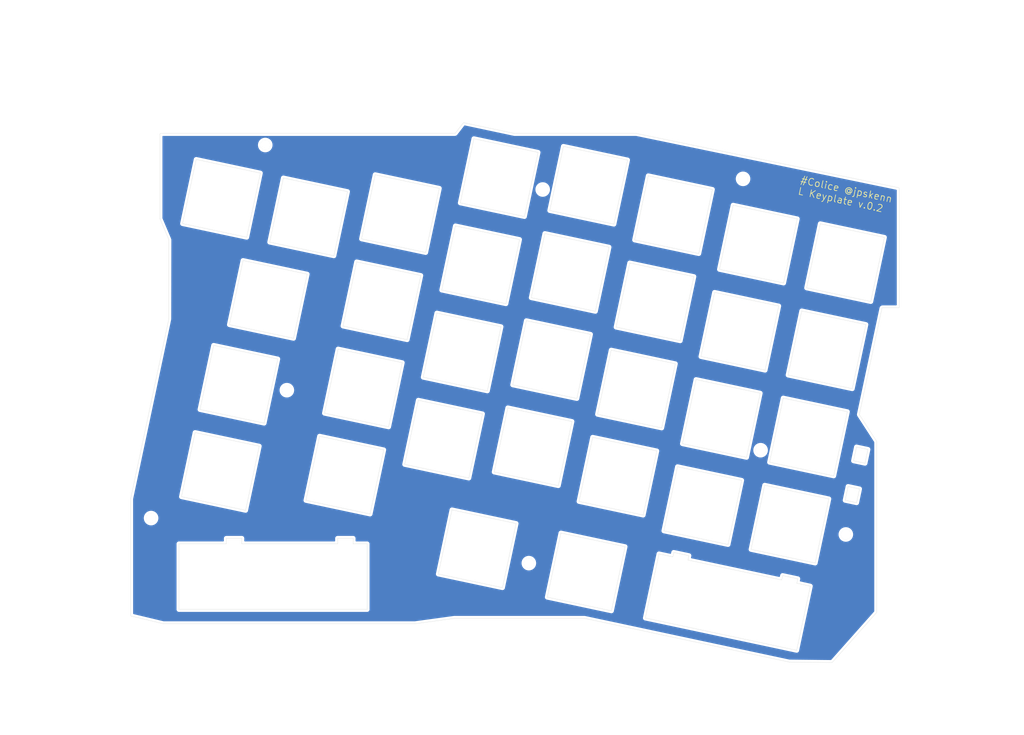
<source format=kicad_pcb>
(kicad_pcb (version 20171130) (host pcbnew "(5.1.5-0-10_14)")

  (general
    (thickness 1.6)
    (drawings 278)
    (tracks 0)
    (zones 0)
    (modules 8)
    (nets 1)
  )

  (page A4)
  (layers
    (0 F.Cu signal)
    (31 B.Cu signal)
    (32 B.Adhes user)
    (33 F.Adhes user)
    (34 B.Paste user)
    (35 F.Paste user)
    (36 B.SilkS user)
    (37 F.SilkS user)
    (38 B.Mask user)
    (39 F.Mask user)
    (40 Dwgs.User user)
    (41 Cmts.User user)
    (42 Eco1.User user)
    (43 Eco2.User user)
    (44 Edge.Cuts user)
    (45 Margin user)
    (46 B.CrtYd user)
    (47 F.CrtYd user)
    (48 B.Fab user)
    (49 F.Fab user)
  )

  (setup
    (last_trace_width 0.25)
    (trace_clearance 0.2)
    (zone_clearance 0.508)
    (zone_45_only no)
    (trace_min 0.2)
    (via_size 0.8)
    (via_drill 0.4)
    (via_min_size 0.4)
    (via_min_drill 0.3)
    (uvia_size 0.3)
    (uvia_drill 0.1)
    (uvias_allowed no)
    (uvia_min_size 0.2)
    (uvia_min_drill 0.1)
    (edge_width 0.05)
    (segment_width 0.2)
    (pcb_text_width 0.3)
    (pcb_text_size 1.5 1.5)
    (mod_edge_width 0.12)
    (mod_text_size 1 1)
    (mod_text_width 0.15)
    (pad_size 1.524 1.524)
    (pad_drill 0.762)
    (pad_to_mask_clearance 0.051)
    (solder_mask_min_width 0.25)
    (aux_axis_origin 0 0)
    (visible_elements FFFFFF7F)
    (pcbplotparams
      (layerselection 0x010fc_ffffffff)
      (usegerberextensions true)
      (usegerberattributes false)
      (usegerberadvancedattributes false)
      (creategerberjobfile false)
      (excludeedgelayer true)
      (linewidth 0.100000)
      (plotframeref false)
      (viasonmask false)
      (mode 1)
      (useauxorigin false)
      (hpglpennumber 1)
      (hpglpenspeed 20)
      (hpglpendiameter 15.000000)
      (psnegative false)
      (psa4output false)
      (plotreference true)
      (plotvalue true)
      (plotinvisibletext false)
      (padsonsilk false)
      (subtractmaskfromsilk false)
      (outputformat 1)
      (mirror false)
      (drillshape 0)
      (scaleselection 1)
      (outputdirectory "garber/"))
  )

  (net 0 "")

  (net_class Default "これはデフォルトのネット クラスです。"
    (clearance 0.2)
    (trace_width 0.25)
    (via_dia 0.8)
    (via_drill 0.4)
    (uvia_dia 0.3)
    (uvia_drill 0.1)
  )

  (module MountingHole:MountingHole_2.1mm (layer F.Cu) (tedit 5B924765) (tstamp 5EBC3F7D)
    (at 207.81 137.55)
    (descr "Mounting Hole 2.1mm, no annular")
    (tags "mounting hole 2.1mm no annular")
    (attr virtual)
    (fp_text reference REF** (at 0 -3.2) (layer F.SilkS) hide
      (effects (font (size 1 1) (thickness 0.15)))
    )
    (fp_text value MountingHole_2.1mm (at 0 3.2) (layer F.Fab)
      (effects (font (size 1 1) (thickness 0.15)))
    )
    (fp_text user %R (at 0.3 0) (layer F.Fab)
      (effects (font (size 1 1) (thickness 0.15)))
    )
    (fp_circle (center 0 0) (end 2.1 0) (layer Cmts.User) (width 0.15))
    (fp_circle (center 0 0) (end 2.35 0) (layer F.CrtYd) (width 0.05))
    (pad "" np_thru_hole circle (at 0 0) (size 2.1 2.1) (drill 2.1) (layers *.Cu *.Mask))
  )

  (module MountingHole:MountingHole_2.1mm (layer F.Cu) (tedit 5B924765) (tstamp 5EBC3FD8)
    (at 143.01 63.81)
    (descr "Mounting Hole 2.1mm, no annular")
    (tags "mounting hole 2.1mm no annular")
    (attr virtual)
    (fp_text reference REF** (at 0 -3.2) (layer F.SilkS) hide
      (effects (font (size 1 1) (thickness 0.15)))
    )
    (fp_text value MountingHole_2.1mm (at 0 3.2) (layer F.Fab)
      (effects (font (size 1 1) (thickness 0.15)))
    )
    (fp_text user %R (at 0.3 0) (layer F.Fab)
      (effects (font (size 1 1) (thickness 0.15)))
    )
    (fp_circle (center 0 0) (end 2.1 0) (layer Cmts.User) (width 0.15))
    (fp_circle (center 0 0) (end 2.35 0) (layer F.CrtYd) (width 0.05))
    (pad "" np_thru_hole circle (at 0 0) (size 2.1 2.1) (drill 2.1) (layers *.Cu *.Mask))
  )

  (module MountingHole:MountingHole_2.1mm (layer F.Cu) (tedit 5B924765) (tstamp 5EBC3F7D)
    (at 189.59 119.54)
    (descr "Mounting Hole 2.1mm, no annular")
    (tags "mounting hole 2.1mm no annular")
    (attr virtual)
    (fp_text reference REF** (at 0 -3.2) (layer F.SilkS) hide
      (effects (font (size 1 1) (thickness 0.15)))
    )
    (fp_text value MountingHole_2.1mm (at 0 3.2) (layer F.Fab)
      (effects (font (size 1 1) (thickness 0.15)))
    )
    (fp_text user %R (at 0.3 0) (layer F.Fab)
      (effects (font (size 1 1) (thickness 0.15)))
    )
    (fp_circle (center 0 0) (end 2.1 0) (layer Cmts.User) (width 0.15))
    (fp_circle (center 0 0) (end 2.35 0) (layer F.CrtYd) (width 0.05))
    (pad "" np_thru_hole circle (at 0 0) (size 2.1 2.1) (drill 2.1) (layers *.Cu *.Mask))
  )

  (module MountingHole:MountingHole_2.1mm (layer F.Cu) (tedit 5B924765) (tstamp 5EBC3F7D)
    (at 140.05 143.68)
    (descr "Mounting Hole 2.1mm, no annular")
    (tags "mounting hole 2.1mm no annular")
    (attr virtual)
    (fp_text reference REF** (at 0 -3.2) (layer F.SilkS) hide
      (effects (font (size 1 1) (thickness 0.15)))
    )
    (fp_text value MountingHole_2.1mm (at 0 3.2) (layer F.Fab)
      (effects (font (size 1 1) (thickness 0.15)))
    )
    (fp_text user %R (at 0.3 0) (layer F.Fab)
      (effects (font (size 1 1) (thickness 0.15)))
    )
    (fp_circle (center 0 0) (end 2.1 0) (layer Cmts.User) (width 0.15))
    (fp_circle (center 0 0) (end 2.35 0) (layer F.CrtYd) (width 0.05))
    (pad "" np_thru_hole circle (at 0 0) (size 2.1 2.1) (drill 2.1) (layers *.Cu *.Mask))
  )

  (module MountingHole:MountingHole_2.1mm (layer F.Cu) (tedit 5B924765) (tstamp 5EBC3F7D)
    (at 59.3 134.05)
    (descr "Mounting Hole 2.1mm, no annular")
    (tags "mounting hole 2.1mm no annular")
    (attr virtual)
    (fp_text reference REF** (at 0 -3.2) (layer F.SilkS) hide
      (effects (font (size 1 1) (thickness 0.15)))
    )
    (fp_text value MountingHole_2.1mm (at 0 3.2) (layer F.Fab)
      (effects (font (size 1 1) (thickness 0.15)))
    )
    (fp_text user %R (at 0.3 0) (layer F.Fab)
      (effects (font (size 1 1) (thickness 0.15)))
    )
    (fp_circle (center 0 0) (end 2.1 0) (layer Cmts.User) (width 0.15))
    (fp_circle (center 0 0) (end 2.35 0) (layer F.CrtYd) (width 0.05))
    (pad "" np_thru_hole circle (at 0 0) (size 2.1 2.1) (drill 2.1) (layers *.Cu *.Mask))
  )

  (module MountingHole:MountingHole_2.1mm (layer F.Cu) (tedit 5B924765) (tstamp 5EBC3F7D)
    (at 88.32 106.71)
    (descr "Mounting Hole 2.1mm, no annular")
    (tags "mounting hole 2.1mm no annular")
    (attr virtual)
    (fp_text reference REF** (at 0 -3.2) (layer F.SilkS) hide
      (effects (font (size 1 1) (thickness 0.15)))
    )
    (fp_text value MountingHole_2.1mm (at 0 3.2) (layer F.Fab)
      (effects (font (size 1 1) (thickness 0.15)))
    )
    (fp_text user %R (at 0.3 0) (layer F.Fab)
      (effects (font (size 1 1) (thickness 0.15)))
    )
    (fp_circle (center 0 0) (end 2.1 0) (layer Cmts.User) (width 0.15))
    (fp_circle (center 0 0) (end 2.35 0) (layer F.CrtYd) (width 0.05))
    (pad "" np_thru_hole circle (at 0 0) (size 2.1 2.1) (drill 2.1) (layers *.Cu *.Mask))
  )

  (module MountingHole:MountingHole_2.1mm (layer F.Cu) (tedit 5B924765) (tstamp 5EBC401E)
    (at 83.7 54.3)
    (descr "Mounting Hole 2.1mm, no annular")
    (tags "mounting hole 2.1mm no annular")
    (attr virtual)
    (fp_text reference REF** (at 0 -3.2) (layer F.SilkS) hide
      (effects (font (size 1 1) (thickness 0.15)))
    )
    (fp_text value MountingHole_2.1mm (at 0 3.2) (layer F.Fab)
      (effects (font (size 1 1) (thickness 0.15)))
    )
    (fp_text user %R (at 0.3 0) (layer F.Fab)
      (effects (font (size 1 1) (thickness 0.15)))
    )
    (fp_circle (center 0 0) (end 2.1 0) (layer Cmts.User) (width 0.15))
    (fp_circle (center 0 0) (end 2.35 0) (layer F.CrtYd) (width 0.05))
    (pad "" np_thru_hole circle (at 0 0) (size 2.1 2.1) (drill 2.1) (layers *.Cu *.Mask))
  )

  (module MountingHole:MountingHole_2.1mm (layer F.Cu) (tedit 5B924765) (tstamp 5EBC3F49)
    (at 185.84 61.53)
    (descr "Mounting Hole 2.1mm, no annular")
    (tags "mounting hole 2.1mm no annular")
    (attr virtual)
    (fp_text reference REF** (at 0 -3.2) (layer F.SilkS) hide
      (effects (font (size 1 1) (thickness 0.15)))
    )
    (fp_text value MountingHole_2.1mm (at 0 3.2) (layer F.Fab)
      (effects (font (size 1 1) (thickness 0.15)))
    )
    (fp_circle (center 0 0) (end 2.35 0) (layer F.CrtYd) (width 0.05))
    (fp_circle (center 0 0) (end 2.1 0) (layer Cmts.User) (width 0.15))
    (fp_text user %R (at 0.3 0) (layer F.Fab)
      (effects (font (size 1 1) (thickness 0.15)))
    )
    (pad "" np_thru_hole circle (at 0 0) (size 2.1 2.1) (drill 2.1) (layers *.Cu *.Mask))
  )

  (gr_curve (pts (xy 185.843727 62.527737) (xy 185.290007 62.527737) (xy 184.841274 62.080528) (xy 184.841274 61.52757)) (layer Edge.Cuts) (width 0.05))
  (gr_line (start 142.010101 55.880134) (end 142.010101 55.880134) (layer Edge.Cuts) (width 0.05))
  (gr_line (start 139.098414 69.574629) (end 142.010101 55.880134) (layer Edge.Cuts) (width 0.05))
  (gr_line (start 125.404343 66.663789) (end 139.098414 69.574629) (layer Edge.Cuts) (width 0.05))
  (gr_line (start 128.315183 52.969294) (end 125.404343 66.663789) (layer Edge.Cuts) (width 0.05))
  (gr_line (start 142.010101 55.880134) (end 128.315183 52.969294) (layer Edge.Cuts) (width 0.05))
  (gr_curve (pts (xy 142.027034 63.597247) (xy 142.141334 63.057412) (xy 142.673041 62.712311) (xy 143.213214 62.827034)) (layer Edge.Cuts) (width 0.05))
  (gr_curve (pts (xy 142.797501 64.783342) (xy 142.257327 64.668619) (xy 141.911887 64.137166) (xy 142.027034 63.597247)) (layer Edge.Cuts) (width 0.05))
  (gr_curve (pts (xy 143.982834 64.013129) (xy 143.868534 64.552964) (xy 143.336827 64.898065) (xy 142.797501 64.783342)) (layer Edge.Cuts) (width 0.05))
  (gr_curve (pts (xy 143.213214 62.827034) (xy 143.752541 62.941757) (xy 144.097981 63.47321) (xy 143.982834 64.013129)) (layer Edge.Cuts) (width 0.05))
  (gr_line (start 161.138841 57.510391) (end 161.138841 57.510391) (layer Edge.Cuts) (width 0.05))
  (gr_line (start 158.228001 71.204885) (end 161.138841 57.510391) (layer Edge.Cuts) (width 0.05))
  (gr_line (start 144.533167 68.294045) (end 158.228001 71.204885) (layer Edge.Cuts) (width 0.05))
  (gr_line (start 147.444007 54.599551) (end 144.533167 68.294045) (layer Edge.Cuts) (width 0.05))
  (gr_line (start 161.138841 57.510391) (end 147.444007 54.599551) (layer Edge.Cuts) (width 0.05))
  (gr_line (start 82.642173 60.307185) (end 82.642173 60.307185) (layer Edge.Cuts) (width 0.05))
  (gr_line (start 79.731248 74.001764) (end 82.642173 60.307185) (layer Edge.Cuts) (width 0.05))
  (gr_line (start 66.036753 71.090839) (end 79.731248 74.001764) (layer Edge.Cuts) (width 0.05))
  (gr_line (start 68.947678 57.396345) (end 66.036753 71.090839) (layer Edge.Cuts) (width 0.05))
  (gr_line (start 82.642173 60.307185) (end 68.947678 57.396345) (layer Edge.Cuts) (width 0.05))
  (gr_line (start 120.899653 63.570238) (end 120.899653 63.570238) (layer Edge.Cuts) (width 0.05))
  (gr_line (start 117.988813 77.264733) (end 120.899653 63.570238) (layer Edge.Cuts) (width 0.05))
  (gr_line (start 104.294318 74.353893) (end 117.988813 77.264733) (layer Edge.Cuts) (width 0.05))
  (gr_line (start 107.205158 60.659398) (end 104.294318 74.353893) (layer Edge.Cuts) (width 0.05))
  (gr_line (start 120.899653 63.570238) (end 107.205158 60.659398) (layer Edge.Cuts) (width 0.05))
  (gr_line (start 179.276981 63.801547) (end 179.276981 63.801547) (layer Edge.Cuts) (width 0.05))
  (gr_line (start 176.36614 77.496042) (end 179.276981 63.801547) (layer Edge.Cuts) (width 0.05))
  (gr_line (start 162.671307 74.585202) (end 176.36614 77.496042) (layer Edge.Cuts) (width 0.05))
  (gr_line (start 165.582147 60.890707) (end 162.671307 74.585202) (layer Edge.Cuts) (width 0.05))
  (gr_line (start 179.276981 63.801547) (end 165.582147 60.890707) (layer Edge.Cuts) (width 0.05))
  (gr_line (start 101.275782 64.267891) (end 101.275782 64.267891) (layer Edge.Cuts) (width 0.05))
  (gr_line (start 98.364942 77.962471) (end 101.275782 64.267891) (layer Edge.Cuts) (width 0.05))
  (gr_line (start 84.670447 75.051546) (end 98.364942 77.962471) (layer Edge.Cuts) (width 0.05))
  (gr_line (start 87.581287 61.357051) (end 84.670447 75.051546) (layer Edge.Cuts) (width 0.05))
  (gr_line (start 101.275782 64.267891) (end 87.581287 61.357051) (layer Edge.Cuts) (width 0.05))
  (gr_line (start 197.415967 70.090249) (end 197.415967 70.090249) (layer Edge.Cuts) (width 0.05))
  (gr_line (start 194.505127 83.784743) (end 197.415967 70.090249) (layer Edge.Cuts) (width 0.05))
  (gr_line (start 180.810294 80.873903) (end 194.505127 83.784743) (layer Edge.Cuts) (width 0.05))
  (gr_line (start 183.721134 67.179409) (end 180.810294 80.873903) (layer Edge.Cuts) (width 0.05))
  (gr_line (start 197.415967 70.090249) (end 183.721134 67.179409) (layer Edge.Cuts) (width 0.05))
  (gr_line (start 216.049407 74.050955) (end 216.049407 74.050955) (layer Edge.Cuts) (width 0.05))
  (gr_line (start 213.138567 87.74545) (end 216.049407 74.050955) (layer Edge.Cuts) (width 0.05))
  (gr_line (start 199.443734 84.83461) (end 213.138567 87.74545) (layer Edge.Cuts) (width 0.05))
  (gr_line (start 202.355421 71.140115) (end 199.443734 84.83461) (layer Edge.Cuts) (width 0.05))
  (gr_line (start 216.049407 74.050955) (end 202.355421 71.140115) (layer Edge.Cuts) (width 0.05))
  (gr_line (start 138.049394 74.513828) (end 138.049394 74.513828) (layer Edge.Cuts) (width 0.05))
  (gr_line (start 135.137707 88.208323) (end 138.049394 74.513828) (layer Edge.Cuts) (width 0.05))
  (gr_line (start 121.443636 85.297483) (end 135.137707 88.208323) (layer Edge.Cuts) (width 0.05))
  (gr_line (start 124.354476 71.602988) (end 121.443636 85.297483) (layer Edge.Cuts) (width 0.05))
  (gr_line (start 138.049394 74.513828) (end 124.354476 71.602988) (layer Edge.Cuts) (width 0.05))
  (gr_line (start 157.178134 76.144085) (end 157.178134 76.144085) (layer Edge.Cuts) (width 0.05))
  (gr_line (start 154.267294 89.838579) (end 157.178134 76.144085) (layer Edge.Cuts) (width 0.05))
  (gr_line (start 140.572461 86.927739) (end 154.267294 89.838579) (layer Edge.Cuts) (width 0.05))
  (gr_line (start 143.483301 73.233245) (end 140.572461 86.927739) (layer Edge.Cuts) (width 0.05))
  (gr_line (start 157.178134 76.144085) (end 143.483301 73.233245) (layer Edge.Cuts) (width 0.05))
  (gr_line (start 92.656715 81.911409) (end 92.656715 81.911409) (layer Edge.Cuts) (width 0.05))
  (gr_line (start 89.745791 95.605903) (end 92.656715 81.911409) (layer Edge.Cuts) (width 0.05))
  (gr_line (start 76.051296 92.695063) (end 89.745791 95.605903) (layer Edge.Cuts) (width 0.05))
  (gr_line (start 78.96222 79.000569) (end 76.051296 92.695063) (layer Edge.Cuts) (width 0.05))
  (gr_line (start 92.656715 81.911409) (end 78.96222 79.000569) (layer Edge.Cuts) (width 0.05))
  (gr_line (start 116.938946 82.203847) (end 116.938946 82.203847) (layer Edge.Cuts) (width 0.05))
  (gr_line (start 114.028106 95.898427) (end 116.938946 82.203847) (layer Edge.Cuts) (width 0.05))
  (gr_line (start 100.333611 92.987502) (end 114.028106 95.898427) (layer Edge.Cuts) (width 0.05))
  (gr_line (start 103.244451 79.293007) (end 100.333611 92.987502) (layer Edge.Cuts) (width 0.05))
  (gr_line (start 116.938946 82.203847) (end 103.244451 79.293007) (layer Edge.Cuts) (width 0.05))
  (gr_line (start 175.316274 82.435241) (end 175.316274 82.435241) (layer Edge.Cuts) (width 0.05))
  (gr_line (start 172.405434 96.129736) (end 175.316274 82.435241) (layer Edge.Cuts) (width 0.05))
  (gr_line (start 158.710601 93.218896) (end 172.405434 96.129736) (layer Edge.Cuts) (width 0.05))
  (gr_line (start 161.621441 79.524401) (end 158.710601 93.218896) (layer Edge.Cuts) (width 0.05))
  (gr_line (start 175.316274 82.435241) (end 161.621441 79.524401) (layer Edge.Cuts) (width 0.05))
  (gr_line (start 193.455261 88.723858) (end 193.455261 88.723858) (layer Edge.Cuts) (width 0.05))
  (gr_line (start 190.544421 102.418437) (end 193.455261 88.723858) (layer Edge.Cuts) (width 0.05))
  (gr_line (start 176.849587 99.507513) (end 190.544421 102.418437) (layer Edge.Cuts) (width 0.05))
  (gr_line (start 179.760427 85.813018) (end 176.849587 99.507513) (layer Edge.Cuts) (width 0.05))
  (gr_line (start 193.455261 88.723858) (end 179.760427 85.813018) (layer Edge.Cuts) (width 0.05))
  (gr_line (start 212.088701 92.684565) (end 212.088701 92.684565) (layer Edge.Cuts) (width 0.05))
  (gr_line (start 209.177861 106.379144) (end 212.088701 92.684565) (layer Edge.Cuts) (width 0.05))
  (gr_line (start 195.483027 103.468219) (end 209.177861 106.379144) (layer Edge.Cuts) (width 0.05))
  (gr_line (start 198.394714 89.773725) (end 195.483027 103.468219) (layer Edge.Cuts) (width 0.05))
  (gr_line (start 212.088701 92.684565) (end 198.394714 89.773725) (layer Edge.Cuts) (width 0.05))
  (gr_line (start 134.088687 93.147437) (end 134.088687 93.147437) (layer Edge.Cuts) (width 0.05))
  (gr_line (start 131.177847 106.841932) (end 134.088687 93.147437) (layer Edge.Cuts) (width 0.05))
  (gr_line (start 117.482929 103.931092) (end 131.177847 106.841932) (layer Edge.Cuts) (width 0.05))
  (gr_line (start 120.393769 90.236597) (end 117.482929 103.931092) (layer Edge.Cuts) (width 0.05))
  (gr_line (start 134.088687 93.147437) (end 120.393769 90.236597) (layer Edge.Cuts) (width 0.05))
  (gr_line (start 88.519987 105.733307) (end 88.519987 105.733307) (layer Edge.Cuts) (width 0.05))
  (gr_line (start 153.217427 94.777694) (end 153.217427 94.777694) (layer Edge.Cuts) (width 0.05))
  (gr_line (start 150.306587 108.472273) (end 153.217427 94.777694) (layer Edge.Cuts) (width 0.05))
  (gr_line (start 136.611754 105.561349) (end 150.306587 108.472273) (layer Edge.Cuts) (width 0.05))
  (gr_line (start 139.522594 91.866854) (end 136.611754 105.561349) (layer Edge.Cuts) (width 0.05))
  (gr_line (start 153.217427 94.777694) (end 139.522594 91.866854) (layer Edge.Cuts) (width 0.05))
  (gr_curve (pts (xy 87.333976 106.503519) (xy 87.448699 105.963685) (xy 87.980152 105.618583) (xy 88.519987 105.733307)) (layer Edge.Cuts) (width 0.05))
  (gr_curve (pts (xy 88.104189 107.689615) (xy 87.564354 107.574891) (xy 87.219168 107.043439) (xy 87.333976 106.503519)) (layer Edge.Cuts) (width 0.05))
  (gr_curve (pts (xy 89.290284 106.919402) (xy 89.175476 107.459237) (xy 88.644023 107.804338) (xy 88.104189 107.689615)) (layer Edge.Cuts) (width 0.05))
  (gr_curve (pts (xy 88.519987 105.733307) (xy 89.059906 105.84803) (xy 89.405007 106.379567) (xy 89.290284 106.919402)) (layer Edge.Cuts) (width 0.05))
  (gr_line (start 86.365559 100.049718) (end 86.365559 100.049718) (layer Edge.Cuts) (width 0.05))
  (gr_line (start 83.454634 113.744213) (end 86.365559 100.049718) (layer Edge.Cuts) (width 0.05))
  (gr_line (start 69.766405 110.834727) (end 83.454634 113.744213) (layer Edge.Cuts) (width 0.05))
  (gr_line (start 72.677329 97.140233) (end 69.766405 110.834727) (layer Edge.Cuts) (width 0.05))
  (gr_line (start 86.365559 100.049718) (end 72.677329 97.140233) (layer Edge.Cuts) (width 0.05))
  (gr_line (start 112.978239 100.837541) (end 112.978239 100.837541) (layer Edge.Cuts) (width 0.05))
  (gr_line (start 110.067399 114.532036) (end 112.978239 100.837541) (layer Edge.Cuts) (width 0.05))
  (gr_line (start 96.372905 111.621197) (end 110.067399 114.532036) (layer Edge.Cuts) (width 0.05))
  (gr_line (start 99.283745 97.926701) (end 96.372905 111.621197) (layer Edge.Cuts) (width 0.05))
  (gr_line (start 112.978239 100.837541) (end 99.283745 97.926701) (layer Edge.Cuts) (width 0.05))
  (gr_line (start 171.355567 101.068851) (end 171.355567 101.068851) (layer Edge.Cuts) (width 0.05))
  (gr_line (start 168.444727 114.763431) (end 171.355567 101.068851) (layer Edge.Cuts) (width 0.05))
  (gr_line (start 154.749894 111.852505) (end 168.444727 114.763431) (layer Edge.Cuts) (width 0.05))
  (gr_line (start 157.660734 98.158011) (end 154.749894 111.852505) (layer Edge.Cuts) (width 0.05))
  (gr_line (start 171.355567 101.068851) (end 157.660734 98.158011) (layer Edge.Cuts) (width 0.05))
  (gr_line (start 189.793427 118.560476) (end 189.793427 118.560476) (layer Edge.Cuts) (width 0.05))
  (gr_line (start 189.494554 107.357552) (end 189.494554 107.357552) (layer Edge.Cuts) (width 0.05))
  (gr_line (start 186.583714 121.051962) (end 189.494554 107.357552) (layer Edge.Cuts) (width 0.05))
  (gr_line (start 172.888881 118.141207) (end 186.583714 121.051962) (layer Edge.Cuts) (width 0.05))
  (gr_line (start 175.799721 104.446712) (end 172.888881 118.141207) (layer Edge.Cuts) (width 0.05))
  (gr_line (start 189.494554 107.357552) (end 175.799721 104.446712) (layer Edge.Cuts) (width 0.05))
  (gr_curve (pts (xy 188.607247 119.330689) (xy 188.721547 118.790854) (xy 189.253254 118.445753) (xy 189.793427 118.560476)) (layer Edge.Cuts) (width 0.05))
  (gr_curve (pts (xy 189.376867 120.516869) (xy 188.837541 120.401722) (xy 188.492101 119.870862) (xy 188.607247 119.330689)) (layer Edge.Cuts) (width 0.05))
  (gr_curve (pts (xy 190.563047 119.746571) (xy 190.448747 120.286575) (xy 189.917041 120.631169) (xy 189.376867 120.516869)) (layer Edge.Cuts) (width 0.05))
  (gr_curve (pts (xy 189.793427 118.560476) (xy 190.332754 118.675199) (xy 190.678194 119.206652) (xy 190.563047 119.746571)) (layer Edge.Cuts) (width 0.05))
  (gr_line (start 212.527274 119.380727) (end 212.527274 119.380727) (layer Edge.Cuts) (width 0.05))
  (gr_line (start 211.903281 122.315189) (end 212.527274 119.380727) (layer Edge.Cuts) (width 0.05))
  (gr_line (start 209.470807 121.797875) (end 211.903281 122.315189) (layer Edge.Cuts) (width 0.05))
  (gr_line (start 210.093954 118.863583) (end 209.470807 121.797875) (layer Edge.Cuts) (width 0.05))
  (gr_line (start 212.527274 119.380727) (end 210.093954 118.863583) (layer Edge.Cuts) (width 0.05))
  (gr_line (start 208.127994 111.318259) (end 208.127994 111.318259) (layer Edge.Cuts) (width 0.05))
  (gr_line (start 205.217154 125.012669) (end 208.127994 111.318259) (layer Edge.Cuts) (width 0.05))
  (gr_line (start 191.523167 122.101829) (end 205.217154 125.012669) (layer Edge.Cuts) (width 0.05))
  (gr_line (start 194.434007 108.407419) (end 191.523167 122.101829) (layer Edge.Cuts) (width 0.05))
  (gr_line (start 208.127994 111.318259) (end 194.434007 108.407419) (layer Edge.Cuts) (width 0.05))
  (gr_line (start 130.127557 111.781131) (end 130.127557 111.781131) (layer Edge.Cuts) (width 0.05))
  (gr_line (start 127.216717 125.475795) (end 130.127557 111.781131) (layer Edge.Cuts) (width 0.05))
  (gr_line (start 113.522223 122.564955) (end 127.216717 125.475795) (layer Edge.Cuts) (width 0.05))
  (gr_line (start 116.433063 108.870291) (end 113.522223 122.564955) (layer Edge.Cuts) (width 0.05))
  (gr_line (start 130.127557 111.781131) (end 116.433063 108.870291) (layer Edge.Cuts) (width 0.05))
  (gr_line (start 149.256721 113.411388) (end 149.256721 113.411388) (layer Edge.Cuts) (width 0.05))
  (gr_line (start 146.345881 127.105629) (end 149.256721 113.411388) (layer Edge.Cuts) (width 0.05))
  (gr_line (start 132.651047 124.194789) (end 146.345881 127.105629) (layer Edge.Cuts) (width 0.05))
  (gr_line (start 135.561887 110.500548) (end 132.651047 124.194789) (layer Edge.Cuts) (width 0.05))
  (gr_line (start 149.256721 113.411388) (end 135.561887 110.500548) (layer Edge.Cuts) (width 0.05))
  (gr_line (start 210.733187 127.821062) (end 210.733187 127.821062) (layer Edge.Cuts) (width 0.05))
  (gr_line (start 210.109194 130.755609) (end 210.733187 127.821062) (layer Edge.Cuts) (width 0.05))
  (gr_line (start 207.676721 130.238295) (end 210.109194 130.755609) (layer Edge.Cuts) (width 0.05))
  (gr_line (start 208.299867 127.303749) (end 207.676721 130.238295) (layer Edge.Cuts) (width 0.05))
  (gr_line (start 210.733187 127.821062) (end 208.299867 127.303749) (layer Edge.Cuts) (width 0.05))
  (gr_line (start 82.407392 118.68392) (end 82.407392 118.68392) (layer Edge.Cuts) (width 0.05))
  (gr_line (start 79.496552 132.378669) (end 82.407392 118.68392) (layer Edge.Cuts) (width 0.05))
  (gr_line (start 65.802057 129.467829) (end 79.496552 132.378669) (layer Edge.Cuts) (width 0.05))
  (gr_line (start 68.712897 115.77308) (end 65.802057 129.467829) (layer Edge.Cuts) (width 0.05))
  (gr_line (start 82.407392 118.68392) (end 68.712897 115.77308) (layer Edge.Cuts) (width 0.05))
  (gr_line (start 109.017533 119.471235) (end 109.017533 119.471235) (layer Edge.Cuts) (width 0.05))
  (gr_line (start 106.106693 133.166069) (end 109.017533 119.471235) (layer Edge.Cuts) (width 0.05))
  (gr_line (start 92.412198 130.255229) (end 106.106693 133.166069) (layer Edge.Cuts) (width 0.05))
  (gr_line (start 95.323038 116.560396) (end 92.412198 130.255229) (layer Edge.Cuts) (width 0.05))
  (gr_line (start 109.017533 119.471235) (end 95.323038 116.560396) (layer Edge.Cuts) (width 0.05))
  (gr_line (start 167.394861 119.702545) (end 167.394861 119.702545) (layer Edge.Cuts) (width 0.05))
  (gr_line (start 164.484021 133.397209) (end 167.394861 119.702545) (layer Edge.Cuts) (width 0.05))
  (gr_line (start 150.789187 130.486369) (end 164.484021 133.397209) (layer Edge.Cuts) (width 0.05))
  (gr_line (start 153.700027 116.791705) (end 150.789187 130.486369) (layer Edge.Cuts) (width 0.05))
  (gr_line (start 167.394861 119.702545) (end 153.700027 116.791705) (layer Edge.Cuts) (width 0.05))
  (gr_line (start 59.302959 135.047362) (end 59.302959 135.047362) (layer Edge.Cuts) (width 0.05))
  (gr_line (start 207.813881 138.553409) (end 207.813881 138.553409) (layer Edge.Cuts) (width 0.05))
  (gr_curve (pts (xy 60.301179 134.047449) (xy 60.301179 134.600322) (xy 59.8527 135.047362) (xy 59.302959 135.047362)) (layer Edge.Cuts) (width 0.05))
  (gr_curve (pts (xy 59.302959 133.047535) (xy 59.8527 133.047535) (xy 60.301179 133.495422) (xy 60.301179 134.047449)) (layer Edge.Cuts) (width 0.05))
  (gr_curve (pts (xy 58.301183 134.047449) (xy 58.301183 133.495422) (xy 58.749663 133.047535) (xy 59.302959 133.047535)) (layer Edge.Cuts) (width 0.05))
  (gr_curve (pts (xy 59.302959 135.047362) (xy 58.749663 135.047362) (xy 58.301183 134.600322) (xy 58.301183 134.047449)) (layer Edge.Cuts) (width 0.05))
  (gr_line (start 185.533847 125.991415) (end 185.533847 125.991415) (layer Edge.Cuts) (width 0.05))
  (gr_line (start 182.623007 139.685402) (end 185.533847 125.991415) (layer Edge.Cuts) (width 0.05))
  (gr_line (start 168.928174 136.774562) (end 182.623007 139.685402) (layer Edge.Cuts) (width 0.05))
  (gr_line (start 171.839014 123.080575) (end 168.928174 136.774562) (layer Edge.Cuts) (width 0.05))
  (gr_line (start 185.533847 125.991415) (end 171.839014 123.080575) (layer Edge.Cuts) (width 0.05))
  (gr_curve (pts (xy 208.812101 137.553495) (xy 208.812101 138.106369) (xy 208.363367 138.553409) (xy 207.813881 138.553409)) (layer Edge.Cuts) (width 0.05))
  (gr_curve (pts (xy 207.813881 136.553582) (xy 208.363367 136.553582) (xy 208.812101 137.001469) (xy 208.812101 137.553495)) (layer Edge.Cuts) (width 0.05))
  (gr_curve (pts (xy 206.812274 137.553495) (xy 206.812274 137.001469) (xy 207.260161 136.553582) (xy 207.813881 136.553582)) (layer Edge.Cuts) (width 0.05))
  (gr_curve (pts (xy 207.813881 138.553409) (xy 207.260161 138.553409) (xy 206.812274 138.106369) (xy 206.812274 137.553495)) (layer Edge.Cuts) (width 0.05))
  (gr_line (start 204.167287 129.952122) (end 204.167287 129.952122) (layer Edge.Cuts) (width 0.05))
  (gr_line (start 201.256447 143.646109) (end 204.167287 129.952122) (layer Edge.Cuts) (width 0.05))
  (gr_line (start 187.562461 140.735269) (end 201.256447 143.646109) (layer Edge.Cuts) (width 0.05))
  (gr_line (start 190.472454 127.041282) (end 187.562461 140.735269) (layer Edge.Cuts) (width 0.05))
  (gr_line (start 204.167287 129.952122) (end 190.472454 127.041282) (layer Edge.Cuts) (width 0.05))
  (gr_line (start 140.258347 142.697842) (end 140.258347 142.697842) (layer Edge.Cuts) (width 0.05))
  (gr_line (start 137.317027 135.217542) (end 137.317027 135.217542) (layer Edge.Cuts) (width 0.05))
  (gr_line (start 134.406187 148.912375) (end 137.317027 135.217542) (layer Edge.Cuts) (width 0.05))
  (gr_line (start 120.711523 146.001535) (end 134.406187 148.912375) (layer Edge.Cuts) (width 0.05))
  (gr_line (start 123.622363 132.307549) (end 120.711523 146.001535) (layer Edge.Cuts) (width 0.05))
  (gr_line (start 137.317027 135.217542) (end 123.622363 132.307549) (layer Edge.Cuts) (width 0.05))
  (gr_curve (pts (xy 139.072167 143.468309) (xy 139.186467 142.928135) (xy 139.718174 142.583542) (xy 140.258347 142.697842)) (layer Edge.Cuts) (width 0.05))
  (gr_curve (pts (xy 139.842634 144.654489) (xy 139.302461 144.539342) (xy 138.957021 144.008482) (xy 139.072167 143.468309)) (layer Edge.Cuts) (width 0.05))
  (gr_curve (pts (xy 141.027967 143.884022) (xy 140.913667 144.424195) (xy 140.381961 144.768789) (xy 139.842634 144.654489)) (layer Edge.Cuts) (width 0.05))
  (gr_curve (pts (xy 140.258347 142.697842) (xy 140.797674 142.812989) (xy 141.143114 143.343849) (xy 141.027967 143.884022)) (layer Edge.Cuts) (width 0.05))
  (gr_line (start 78.687561 139.570255) (end 78.687561 139.570255) (layer Edge.Cuts) (width 0.05))
  (gr_line (start 78.687561 138.389155) (end 78.687561 139.570255) (layer Edge.Cuts) (width 0.05))
  (gr_line (start 75.387594 138.389155) (end 78.687561 138.389155) (layer Edge.Cuts) (width 0.05))
  (gr_line (start 75.387594 139.570255) (end 75.387594 138.389155) (layer Edge.Cuts) (width 0.05))
  (gr_line (start 65.266541 139.570255) (end 75.387594 139.570255) (layer Edge.Cuts) (width 0.05))
  (gr_line (start 65.266541 153.573275) (end 65.266541 139.570255) (layer Edge.Cuts) (width 0.05))
  (gr_line (start 105.466951 153.573275) (end 65.266541 153.573275) (layer Edge.Cuts) (width 0.05))
  (gr_line (start 105.466951 139.570255) (end 105.466951 153.573275) (layer Edge.Cuts) (width 0.05))
  (gr_line (start 102.477625 139.570255) (end 105.466951 139.570255) (layer Edge.Cuts) (width 0.05))
  (gr_line (start 102.477625 138.389155) (end 102.477625 139.570255) (layer Edge.Cuts) (width 0.05))
  (gr_line (start 99.177573 138.389155) (end 102.477625 138.389155) (layer Edge.Cuts) (width 0.05))
  (gr_line (start 99.177573 139.570255) (end 99.177573 138.389155) (layer Edge.Cuts) (width 0.05))
  (gr_line (start 78.687561 139.570255) (end 99.177573 139.570255) (layer Edge.Cuts) (width 0.05))
  (gr_line (start 160.608827 140.168849) (end 160.608827 140.168849) (layer Edge.Cuts) (width 0.05))
  (gr_line (start 157.697987 153.863682) (end 160.608827 140.168849) (layer Edge.Cuts) (width 0.05))
  (gr_line (start 144.004001 150.952842) (end 157.697987 153.863682) (layer Edge.Cuts) (width 0.05))
  (gr_line (start 146.914841 137.258009) (end 144.004001 150.952842) (layer Edge.Cuts) (width 0.05))
  (gr_line (start 160.608827 140.168849) (end 146.914841 137.258009) (layer Edge.Cuts) (width 0.05))
  (gr_line (start 170.830634 142.341395) (end 170.830634 142.341395) (layer Edge.Cuts) (width 0.05))
  (gr_line (start 167.877461 141.714015) (end 170.830634 142.341395) (layer Edge.Cuts) (width 0.05))
  (gr_line (start 164.966621 155.408002) (end 167.877461 141.714015) (layer Edge.Cuts) (width 0.05))
  (gr_line (start 197.295741 162.302409) (end 164.966621 155.408002) (layer Edge.Cuts) (width 0.05))
  (gr_line (start 200.206581 148.607575) (end 197.295741 162.302409) (layer Edge.Cuts) (width 0.05))
  (gr_line (start 197.328761 147.974269) (end 200.206581 148.607575) (layer Edge.Cuts) (width 0.05))
  (gr_line (start 197.528574 147.031929) (end 197.328761 147.974269) (layer Edge.Cuts) (width 0.05))
  (gr_line (start 194.301081 146.346129) (end 197.528574 147.031929) (layer Edge.Cuts) (width 0.05))
  (gr_line (start 194.100421 147.287622) (end 194.301081 146.346129) (layer Edge.Cuts) (width 0.05))
  (gr_line (start 174.058127 143.027195) (end 194.100421 147.287622) (layer Edge.Cuts) (width 0.05))
  (gr_line (start 174.258787 142.085702) (end 174.058127 143.027195) (layer Edge.Cuts) (width 0.05))
  (gr_line (start 171.030447 141.399902) (end 174.258787 142.085702) (layer Edge.Cuts) (width 0.05))
  (gr_line (start 170.830634 142.341395) (end 171.030447 141.399902) (layer Edge.Cuts) (width 0.05))
  (gr_line (start 210.740807 111.981622) (end 210.740807 111.981622) (layer Edge.Cuts) (width 0.05))
  (gr_curve (pts (xy 214.396714 117.608738) (xy 214.087681 117.133081) (xy 211.104027 112.540338) (xy 210.740807 111.981622)) (layer Edge.Cuts) (width 0.05))
  (gr_curve (pts (xy 214.422114 117.69586) (xy 214.422114 117.664957) (xy 214.413647 117.634646) (xy 214.396714 117.608738)) (layer Edge.Cuts) (width 0.05))
  (gr_curve (pts (xy 214.422114 154.138849) (xy 214.422114 152.520022) (xy 214.422114 119.127573) (xy 214.422114 117.69586)) (layer Edge.Cuts) (width 0.05))
  (gr_curve (pts (xy 214.382321 154.244682) (xy 214.407721 154.215895) (xy 214.422114 154.177795) (xy 214.422114 154.138849)) (layer Edge.Cuts) (width 0.05))
  (gr_curve (pts (xy 204.937754 164.874582) (xy 205.639641 164.084642) (xy 213.739701 154.967735) (xy 214.382321 154.244682)) (layer Edge.Cuts) (width 0.05))
  (gr_curve (pts (xy 204.816681 164.927922) (xy 204.863247 164.928769) (xy 204.907274 164.909295) (xy 204.937754 164.874582)) (layer Edge.Cuts) (width 0.05))
  (gr_curve (pts (xy 195.708241 164.830555) (xy 196.110407 164.834789) (xy 203.974247 164.919455) (xy 204.816681 164.927922)) (layer Edge.Cuts) (width 0.05))
  (gr_curve (pts (xy 195.676067 164.827169) (xy 195.687074 164.828862) (xy 195.697234 164.830555) (xy 195.708241 164.830555)) (layer Edge.Cuts) (width 0.05))
  (gr_curve (pts (xy 151.976214 155.496055) (xy 152.928714 155.699255) (xy 194.748121 164.629049) (xy 195.676067 164.827169)) (layer Edge.Cuts) (width 0.05))
  (gr_curve (pts (xy 151.942347 155.491822) (xy 151.954201 155.491822) (xy 151.965207 155.493515) (xy 151.976214 155.496055)) (layer Edge.Cuts) (width 0.05))
  (gr_curve (pts (xy 124.119526 155.491822) (xy 124.735476 155.491822) (xy 151.178654 155.491822) (xy 151.942347 155.491822)) (layer Edge.Cuts) (width 0.05))
  (gr_curve (pts (xy 124.097767 155.493515) (xy 124.104963 155.492669) (xy 124.112245 155.491822) (xy 124.119526 155.491822)) (layer Edge.Cuts) (width 0.05))
  (gr_curve (pts (xy 115.72 156.644135) (xy 116.049099 156.598415) (xy 123.768667 155.538389) (xy 124.097767 155.493515)) (layer Edge.Cuts) (width 0.05))
  (gr_curve (pts (xy 115.698241 156.644982) (xy 115.705522 156.644982) (xy 115.712803 156.644982) (xy 115.72 156.644135)) (layer Edge.Cuts) (width 0.05))
  (gr_curve (pts (xy 61.940665 156.644982) (xy 63.074267 156.644982) (xy 114.834556 156.644982) (xy 115.698241 156.644982)) (layer Edge.Cuts) (width 0.05))
  (gr_curve (pts (xy 61.903327 156.640749) (xy 61.915603 156.644135) (xy 61.928049 156.644982) (xy 61.940665 156.644982)) (layer Edge.Cuts) (width 0.05))
  (gr_curve (pts (xy 55.043125 154.997369) (xy 55.946519 155.214115) (xy 61.541546 156.554389) (xy 61.903327 156.640749)) (layer Edge.Cuts) (width 0.05))
  (gr_curve (pts (xy 54.920443 154.841582) (xy 54.920443 154.916089) (xy 54.971159 154.980435) (xy 55.043125 154.997369)) (layer Edge.Cuts) (width 0.05))
  (gr_curve (pts (xy 54.920443 129.953815) (xy 54.920443 130.652315) (xy 54.920443 152.960289) (xy 54.920443 154.841582)) (layer Edge.Cuts) (width 0.05))
  (gr_curve (pts (xy 54.923915 129.919949) (xy 54.921629 129.930955) (xy 54.920443 129.942809) (xy 54.920443 129.953815)) (layer Edge.Cuts) (width 0.05))
  (gr_curve (pts (xy 63.069609 91.524885) (xy 62.881904 92.409567) (xy 55.112298 129.032642) (xy 54.923915 129.919949)) (layer Edge.Cuts) (width 0.05))
  (gr_curve (pts (xy 63.073081 91.49195) (xy 63.073081 91.503041) (xy 63.071896 91.514048) (xy 63.069609 91.524885)) (layer Edge.Cuts) (width 0.05))
  (gr_curve (pts (xy 63.100513 74.592568) (xy 63.099159 75.399526) (xy 63.074013 90.912491) (xy 63.073081 91.49195)) (layer Edge.Cuts) (width 0.05))
  (gr_curve (pts (xy 61.192465 70.022431) (xy 61.192465 70.043851) (xy 61.196783 70.065103) (xy 61.205165 70.08483)) (layer Edge.Cuts) (width 0.05))
  (gr_curve (pts (xy 61.192465 51.981742) (xy 61.192465 53.729177) (xy 61.192465 69.218013) (xy 61.192465 70.022431)) (layer Edge.Cuts) (width 0.05))
  (gr_curve (pts (xy 61.239286 51.868627) (xy 61.209314 51.898599) (xy 61.192465 51.939324) (xy 61.192465 51.981742)) (layer Edge.Cuts) (width 0.05))
  (gr_curve (pts (xy 61.352485 51.821722) (xy 61.309983 51.821722) (xy 61.269343 51.838571) (xy 61.239286 51.868627)) (layer Edge.Cuts) (width 0.05))
  (gr_curve (pts (xy 124.207325 51.821722) (xy 121.798135 51.821722) (xy 64.769463 51.821722) (xy 61.352485 51.821722)) (layer Edge.Cuts) (width 0.05))
  (gr_curve (pts (xy 124.333902 51.759577) (xy 124.303676 51.798777) (xy 124.256855 51.821722) (xy 124.207325 51.821722)) (layer Edge.Cuts) (width 0.05))
  (gr_curve (pts (xy 126.012588 49.586691) (xy 125.732934 49.948726) (xy 124.583669 51.436319) (xy 124.333902 51.759577)) (layer Edge.Cuts) (width 0.05))
  (gr_curve (pts (xy 210.740807 111.981622) (xy 210.717947 111.945978) (xy 210.709481 111.902713) (xy 210.718794 111.861141)) (layer Edge.Cuts) (width 0.05))
  (gr_curve (pts (xy 126.172523 49.528017) (xy 126.112325 49.515233) (xy 126.05018 49.538093) (xy 126.012588 49.586691)) (layer Edge.Cuts) (width 0.05))
  (gr_curve (pts (xy 136.947034 51.818251) (xy 136.503381 51.723932) (xy 127.232127 49.753315) (xy 126.172523 49.528017)) (layer Edge.Cuts) (width 0.05))
  (gr_curve (pts (xy 163.037067 51.825024) (xy 163.026061 51.822823) (xy 163.015054 51.821722) (xy 163.004047 51.821722)) (layer Edge.Cuts) (width 0.05))
  (gr_curve (pts (xy 219.103334 63.421055) (xy 216.182334 62.816959) (xy 164.085241 52.041855) (xy 163.037067 51.825024)) (layer Edge.Cuts) (width 0.05))
  (gr_curve (pts (xy 219.231181 63.577689) (xy 219.231181 63.501827) (xy 219.177841 63.43638) (xy 219.103334 63.421055)) (layer Edge.Cuts) (width 0.05))
  (gr_curve (pts (xy 136.980054 51.821722) (xy 136.969047 51.821722) (xy 136.958041 51.820537) (xy 136.947034 51.818251)) (layer Edge.Cuts) (width 0.05))
  (gr_curve (pts (xy 163.004047 51.821722) (xy 162.279301 51.821722) (xy 137.714961 51.821722) (xy 136.980054 51.821722)) (layer Edge.Cuts) (width 0.05))
  (gr_curve (pts (xy 215.527014 89.238716) (xy 215.543101 89.164887) (xy 215.608294 89.11197) (xy 215.683647 89.11197)) (layer Edge.Cuts) (width 0.05))
  (gr_curve (pts (xy 215.683647 89.11197) (xy 216.243294 89.11197) (xy 218.454787 89.11197) (xy 219.071161 89.11197)) (layer Edge.Cuts) (width 0.05))
  (gr_curve (pts (xy 210.718794 111.861141) (xy 210.988881 110.58894) (xy 215.151941 91.001899) (xy 215.527014 89.238716)) (layer Edge.Cuts) (width 0.05))
  (gr_curve (pts (xy 184.841274 61.52757) (xy 184.841274 60.975797) (xy 185.290007 60.527741) (xy 185.843727 60.527741)) (layer Edge.Cuts) (width 0.05))
  (gr_curve (pts (xy 219.231181 88.952035) (xy 219.231181 86.884729) (xy 219.231181 65.449245) (xy 219.231181 63.577689)) (layer Edge.Cuts) (width 0.05))
  (gr_curve (pts (xy 219.071161 89.11197) (xy 219.159214 89.11197) (xy 219.231181 89.040342) (xy 219.231181 88.952035)) (layer Edge.Cuts) (width 0.05))
  (gr_curve (pts (xy 83.701776 55.300167) (xy 83.148395 55.300167) (xy 82.7 54.852873) (xy 82.7 54.3)) (layer Edge.Cuts) (width 0.05))
  (gr_line (start 143.213214 62.827034) (end 143.213214 62.827034) (layer Edge.Cuts) (width 0.05))
  (gr_curve (pts (xy 186.841947 61.52757) (xy 186.841947 62.080528) (xy 186.393214 62.527737) (xy 185.843727 62.527737)) (layer Edge.Cuts) (width 0.05))
  (gr_curve (pts (xy 185.843727 60.527741) (xy 186.393214 60.527741) (xy 186.841947 60.975797) (xy 186.841947 61.52757)) (layer Edge.Cuts) (width 0.05))
  (gr_curve (pts (xy 63.087813 74.529915) (xy 63.096194 74.549727) (xy 63.100513 74.570978) (xy 63.100513 74.592568)) (layer Edge.Cuts) (width 0.05))
  (gr_curve (pts (xy 61.205165 70.08483) (xy 61.362222 70.455755) (xy 62.930418 74.158228) (xy 63.087813 74.529915)) (layer Edge.Cuts) (width 0.05))
  (gr_line (start 83.701776 55.300167) (end 83.701776 55.300167) (layer Edge.Cuts) (width 0.05))
  (gr_line (start 185.843727 62.527737) (end 185.843727 62.527737) (layer Edge.Cuts) (width 0.05))
  (gr_curve (pts (xy 84.699996 54.3) (xy 84.699996 54.852873) (xy 84.251517 55.300167) (xy 83.701776 55.300167)) (layer Edge.Cuts) (width 0.05))
  (gr_curve (pts (xy 83.701776 53.300171) (xy 84.251517 53.300171) (xy 84.699996 53.748143) (xy 84.699996 54.3)) (layer Edge.Cuts) (width 0.05))
  (gr_curve (pts (xy 82.7 54.3) (xy 82.7 53.748143) (xy 83.148395 53.300171) (xy 83.701776 53.300171)) (layer Edge.Cuts) (width 0.05))
  (gr_text "#Colice @jpskenn\nL Keyplate v.0.2" (at 197.8 62.9 -12) (layer F.SilkS)
    (effects (font (size 1.5 1.5) (thickness 0.15)) (justify left))
  )

  (zone (net 0) (net_name "") (layer B.Cu) (tstamp 5EBBE607) (hatch edge 0.508)
    (connect_pads (clearance 0.508))
    (min_thickness 0.254)
    (fill yes (arc_segments 32) (thermal_gap 0.508) (thermal_bridge_width 0.508))
    (polygon
      (pts
        (xy 244.2 35.9) (xy 244.1 36) (xy 245.9 180.4) (xy 33 175) (xy 27 23.3)
      )
    )
    (filled_polygon
      (pts
        (xy 126.424181 50.256267) (xy 126.424186 50.256268) (xy 126.653829 50.305085) (xy 126.653835 50.305086) (xy 126.92067 50.361808)
        (xy 126.920673 50.361808) (xy 126.920676 50.361809) (xy 127.221589 50.425773) (xy 127.221591 50.425773) (xy 127.726664 50.533135)
        (xy 127.726743 50.533152) (xy 128.495506 50.696562) (xy 128.495584 50.696579) (xy 129.344564 50.877038) (xy 129.344568 50.877038)
        (xy 130.248698 51.069218) (xy 130.248727 51.069224) (xy 131.183034 51.267819) (xy 131.183113 51.267836) (xy 133.523204 51.765236)
        (xy 135.763542 52.241432) (xy 135.76355 52.241433) (xy 136.473284 52.392292) (xy 136.473371 52.392311) (xy 136.692944 52.438984)
        (xy 136.69295 52.438985) (xy 136.809794 52.463824) (xy 136.839589 52.467167) (xy 136.868878 52.473607) (xy 136.878036 52.474635)
        (xy 136.911056 52.478106) (xy 136.941042 52.478316) (xy 136.970839 52.481658) (xy 136.980054 52.481722) (xy 162.953563 52.481722)
        (xy 162.977363 52.486645) (xy 162.977444 52.486662) (xy 163.365648 52.566956) (xy 163.36565 52.566956) (xy 164.025442 52.703423)
        (xy 164.025444 52.703423) (xy 164.938472 52.892265) (xy 166.71663 53.260041) (xy 166.716766 53.26007) (xy 169.842013 53.906461)
        (xy 173.64987 54.694035) (xy 177.993524 55.592424) (xy 182.726159 56.571264) (xy 187.700962 57.60019) (xy 191.502209 58.386391)
        (xy 194.033598 58.909951) (xy 197.789818 59.686839) (xy 197.78982 59.686839) (xy 202.610243 60.683832) (xy 207.085579 61.609451)
        (xy 211.069013 62.43333) (xy 214.413732 63.125103) (xy 214.413734 63.125103) (xy 216.386808 63.533184) (xy 217.193137 63.699953)
        (xy 217.661561 63.796835) (xy 217.661567 63.796836) (xy 218.255917 63.919761) (xy 218.255919 63.919761) (xy 218.571181 63.984964)
        (xy 218.571181 88.45197) (xy 215.683647 88.45197) (xy 215.658538 88.454432) (xy 215.633306 88.453892) (xy 215.624122 88.45466)
        (xy 215.595356 88.457265) (xy 215.592934 88.457726) (xy 215.590469 88.457726) (xy 215.55665 88.464423) (xy 215.555452 88.46454)
        (xy 215.5543 88.464888) (xy 215.529668 88.469765) (xy 215.468817 88.481345) (xy 215.466533 88.482267) (xy 215.464112 88.482746)
        (xy 215.455309 88.485472) (xy 215.417258 88.497543) (xy 215.407712 88.501634) (xy 215.397628 88.504111) (xy 215.348587 88.526976)
        (xy 215.298865 88.548288) (xy 215.2903 88.554153) (xy 215.280884 88.558543) (xy 215.272985 88.56329) (xy 215.241549 88.582477)
        (xy 215.23722 88.585739) (xy 215.232378 88.588178) (xy 215.185791 88.62449) (xy 215.138674 88.659993) (xy 215.135065 88.664029)
        (xy 215.130784 88.667366) (xy 215.124148 88.67376) (xy 215.098513 88.698808) (xy 215.09536 88.702558) (xy 215.09159 88.705674)
        (xy 215.05395 88.751794) (xy 215.015604 88.797389) (xy 215.013241 88.801675) (xy 215.010146 88.805468) (xy 215.005098 88.813177)
        (xy 214.985409 88.843707) (xy 214.981361 88.851577) (xy 214.976053 88.85865) (xy 214.951934 88.908791) (xy 214.926494 88.958254)
        (xy 214.924055 88.966751) (xy 214.920217 88.974729) (xy 214.917113 88.983406) (xy 214.904058 89.020711) (xy 214.895227 89.056973)
        (xy 214.883441 89.092381) (xy 214.881461 89.101381) (xy 214.872207 89.14488) (xy 214.872203 89.144899) (xy 214.855255 89.224576)
        (xy 214.855247 89.224613) (xy 214.8424 89.285024) (xy 214.842394 89.285053) (xy 214.82823 89.351658) (xy 214.82823 89.351659)
        (xy 214.812777 89.424327) (xy 214.812772 89.424352) (xy 214.787383 89.543767) (xy 214.749012 89.724234) (xy 214.749011 89.72424)
        (xy 214.705893 89.927045) (xy 214.705879 89.927107) (xy 214.65817 90.151523) (xy 214.65817 90.151524) (xy 214.606054 90.396672)
        (xy 214.606054 90.396674) (xy 214.549717 90.661681) (xy 214.549706 90.661731) (xy 214.489315 90.945816) (xy 214.489304 90.945866)
        (xy 214.425025 91.248249) (xy 214.425025 91.24825) (xy 214.357052 91.568012) (xy 214.357041 91.568062) (xy 214.285538 91.904437)
        (xy 214.285532 91.904466) (xy 214.210681 92.256594) (xy 214.21067 92.256643) (xy 214.132651 92.623685) (xy 214.132634 92.623763)
        (xy 214.051605 93.004966) (xy 214.051599 93.004995) (xy 213.967739 93.399515) (xy 213.967739 93.399516) (xy 213.881231 93.806497)
        (xy 213.881231 93.806499) (xy 213.747188 94.437123) (xy 213.747164 94.43723) (xy 213.56037 95.316036) (xy 213.56037 95.316037)
        (xy 213.366148 96.229799) (xy 213.366148 96.229801) (xy 213.216299 96.934811) (xy 213.114951 97.411628) (xy 213.114934 97.411707)
        (xy 212.961046 98.135725) (xy 212.961046 98.135727) (xy 212.75298 99.114653) (xy 212.75298 99.114654) (xy 212.543112 100.10207)
        (xy 212.332847 101.091354) (xy 212.332847 101.091355) (xy 212.123592 102.075892) (xy 212.123592 102.075893) (xy 211.968275 102.80666)
        (xy 211.968269 102.806689) (xy 211.891296 103.168848) (xy 211.891295 103.168856) (xy 211.84027 103.408924) (xy 211.84027 103.408927)
        (xy 211.764227 103.766715) (xy 211.76421 103.766793) (xy 211.663924 104.238654) (xy 211.663923 104.238664) (xy 211.515975 104.934777)
        (xy 211.515958 104.934855) (xy 211.324812 105.834232) (xy 211.324812 105.834234) (xy 211.141725 106.695703) (xy 211.141708 106.695781)
        (xy 210.968055 107.512875) (xy 210.968055 107.512876) (xy 210.805257 108.278903) (xy 210.805257 108.278906) (xy 210.654743 108.987142)
        (xy 210.65472 108.987249) (xy 210.568054 109.395056) (xy 210.568054 109.395058) (xy 210.534746 109.55179) (xy 210.534745 109.551796)
        (xy 210.486436 109.779127) (xy 210.486417 109.779213) (xy 210.42552 110.065774) (xy 210.425519 110.06578) (xy 210.368656 110.333371)
        (xy 210.368656 110.333373) (xy 210.316004 110.581151) (xy 210.316002 110.58116) (xy 210.279531 110.752784) (xy 210.279513 110.752866)
        (xy 210.256508 110.861137) (xy 210.224022 111.014024) (xy 210.224013 111.014065) (xy 210.185038 111.197502) (xy 210.185038 111.197505)
        (xy 210.159193 111.319146) (xy 210.159176 111.319225) (xy 210.143404 111.393459) (xy 210.143403 111.393464) (xy 210.143401 111.393475)
        (xy 210.125546 111.477525) (xy 210.125532 111.477587) (xy 210.115727 111.523746) (xy 210.10387 111.579564) (xy 210.103868 111.579576)
        (xy 210.093371 111.628997) (xy 210.093355 111.629071) (xy 210.084218 111.672096) (xy 210.084209 111.672139) (xy 210.073182 111.724081)
        (xy 210.068799 111.763245) (xy 210.061452 111.801963) (xy 210.06069 111.811147) (xy 210.057324 111.855456) (xy 210.057831 111.878597)
        (xy 210.055439 111.901621) (xy 210.059241 111.942853) (xy 210.060148 111.984235) (xy 210.065139 112.006832) (xy 210.067265 112.029887)
        (xy 210.069065 112.038925) (xy 210.07773 112.080885) (xy 210.081795 112.093962) (xy 210.083804 112.107505) (xy 210.100884 112.155372)
        (xy 210.115966 112.203889) (xy 210.121794 112.214637) (xy 210.128097 112.235415) (xy 210.189382 112.350072) (xy 210.207392 112.372018)
        (xy 210.217004 112.386804) (xy 210.217055 112.386884) (xy 210.241453 112.424421) (xy 210.241507 112.424506) (xy 210.269485 112.467553)
        (xy 210.309367 112.528927) (xy 210.309372 112.528933) (xy 210.335546 112.569213) (xy 210.335593 112.569286) (xy 210.373469 112.627573)
        (xy 210.373475 112.627581) (xy 210.414386 112.690541) (xy 210.480853 112.792832) (xy 210.480882 112.792878) (xy 210.579569 112.94476)
        (xy 210.579579 112.944775) (xy 210.688303 113.112111) (xy 210.688306 113.112115) (xy 210.806006 113.293269) (xy 210.806075 113.293376)
        (xy 210.899994 113.43793) (xy 210.899997 113.437934) (xy 210.964759 113.537611) (xy 211.064878 113.691711) (xy 211.064901 113.691747)
        (xy 211.274986 114.015104) (xy 211.571948 114.47219) (xy 211.571971 114.472226) (xy 211.802511 114.827076) (xy 211.802514 114.827081)
        (xy 211.957803 115.066107) (xy 211.957806 115.066111) (xy 212.191181 115.425329) (xy 212.191184 115.425334) (xy 212.497898 115.897446)
        (xy 212.497901 115.89745) (xy 212.935531 116.571077) (xy 212.935534 116.571081) (xy 213.428766 117.330293) (xy 213.428808 117.330359)
        (xy 213.692307 117.735953) (xy 213.692308 117.735954) (xy 213.762114 117.843403) (xy 213.762114 153.949016) (xy 213.719454 153.997024)
        (xy 213.71945 153.997029) (xy 213.719445 153.997035) (xy 213.610428 154.119724) (xy 213.610404 154.119751) (xy 213.478305 154.268419)
        (xy 213.478303 154.268422) (xy 213.380069 154.378978) (xy 213.380037 154.379013) (xy 213.218036 154.56134) (xy 213.218035 154.561342)
        (xy 212.973325 154.836754) (xy 212.973309 154.836772) (xy 212.699857 155.144538) (xy 212.699849 155.144547) (xy 212.400389 155.481585)
        (xy 212.400373 155.481603) (xy 212.077604 155.844878) (xy 212.077599 155.844884) (xy 211.73426 156.231311) (xy 211.734259 156.231313)
        (xy 211.188339 156.845749) (xy 210.607988 157.498939) (xy 210.60798 157.498948) (xy 210.209547 157.94739) (xy 210.209539 157.947399)
        (xy 209.600014 158.633431) (xy 209.600009 158.633437) (xy 208.777675 159.55899) (xy 208.777611 159.559061) (xy 208.167207 160.246082)
        (xy 208.167128 160.24617) (xy 207.767716 160.695718) (xy 207.767645 160.695797) (xy 206.805755 161.778428) (xy 206.805691 161.778499)
        (xy 205.807465 162.902026) (xy 205.253665 163.525338) (xy 205.253602 163.525408) (xy 204.818796 164.014789) (xy 204.818732 164.01486)
        (xy 204.595946 164.265607) (xy 204.54722 164.265099) (xy 204.547164 164.265098) (xy 204.482659 164.264421) (xy 204.482638 164.264421)
        (xy 204.389499 164.263442) (xy 204.38949 164.263443) (xy 204.33987 164.26292) (xy 204.339852 164.26292) (xy 204.261868 164.262097)
        (xy 204.261847 164.262097) (xy 204.150726 164.260922) (xy 204.1507 164.260922) (xy 204.032087 164.259665) (xy 204.032076 164.259665)
        (xy 203.906332 164.258331) (xy 203.906318 164.258331) (xy 203.773761 164.256923) (xy 203.773752 164.256923) (xy 203.634727 164.255445)
        (xy 203.634715 164.255445) (xy 203.489543 164.2539) (xy 203.489534 164.2539) (xy 203.338555 164.252292) (xy 203.338544 164.252292)
        (xy 203.182069 164.250624) (xy 203.182059 164.250625) (xy 202.938414 164.248026) (xy 202.938402 164.248026) (xy 202.726102 164.245759)
        (xy 202.7261 164.245759) (xy 202.639594 164.244835) (xy 202.639585 164.244835) (xy 202.508033 164.243429) (xy 202.508031 164.243429)
        (xy 202.238793 164.240551) (xy 202.238781 164.240551) (xy 201.961213 164.237581) (xy 201.961211 164.237581) (xy 201.772858 164.235566)
        (xy 201.772847 164.235566) (xy 201.485974 164.232494) (xy 201.485969 164.232494) (xy 201.09625 164.228319) (xy 201.096247 164.228319)
        (xy 200.701187 164.224086) (xy 200.701184 164.224086) (xy 200.303448 164.219823) (xy 200.303439 164.219823) (xy 199.905657 164.215556)
        (xy 199.905654 164.215556) (xy 199.510488 164.211316) (xy 199.510483 164.211316) (xy 198.927279 164.205056) (xy 198.927277 164.205056)
        (xy 198.459294 164.200032) (xy 198.459292 164.200032) (xy 198.276727 164.198072) (xy 198.276725 164.198072) (xy 198.008994 164.195197)
        (xy 198.008993 164.195197) (xy 197.499827 164.18973) (xy 197.499825 164.18973) (xy 196.894611 164.183231) (xy 196.89461 164.183231)
        (xy 196.509218 164.179093) (xy 196.509215 164.179093) (xy 196.286058 164.176698) (xy 196.286052 164.176698) (xy 196.094681 164.174646)
        (xy 195.974745 164.17336) (xy 195.974739 164.17336) (xy 195.905381 164.172617) (xy 195.905357 164.172617) (xy 195.817936 164.171684)
        (xy 195.817844 164.171682) (xy 195.764216 164.171112) (xy 195.750428 164.168168) (xy 195.750427 164.168168) (xy 195.750423 164.168167)
        (xy 195.431343 164.100035) (xy 195.431314 164.100029) (xy 194.895092 163.985531) (xy 194.895063 163.985525) (xy 194.15667 163.827857)
        (xy 194.156641 163.827851) (xy 192.723274 163.521784) (xy 190.213039 162.985773) (xy 185.519015 161.983455) (xy 179.926049 160.789185)
        (xy 175.977503 159.946051) (xy 171.968787 159.090071) (xy 171.968785 159.090071) (xy 168.019801 158.246847) (xy 168.019664 158.246817)
        (xy 164.2499 157.441865) (xy 161.624478 156.881265) (xy 159.986391 156.531491) (xy 158.460511 156.205677) (xy 157.061807 155.907019)
        (xy 157.061805 155.907019) (xy 156.110037 155.703794) (xy 156.110035 155.703794) (xy 155.520101 155.57783) (xy 154.970397 155.460456)
        (xy 154.970377 155.460452) (xy 154.684059 155.399318) (xy 164.303485 155.399318) (xy 164.308906 155.462874) (xy 164.314453 155.528422)
        (xy 164.314514 155.528634) (xy 164.314533 155.528855) (xy 164.332351 155.590486) (xy 164.350477 155.65334) (xy 164.350579 155.653538)
        (xy 164.35064 155.653748) (xy 164.380429 155.711279) (xy 164.41018 155.768829) (xy 164.410317 155.769) (xy 164.410419 155.769198)
        (xy 164.450907 155.819872) (xy 164.491265 155.870453) (xy 164.491435 155.870596) (xy 164.491572 155.870768) (xy 164.541007 155.912433)
        (xy 164.590619 155.954304) (xy 164.590812 155.954411) (xy 164.590981 155.954553) (xy 164.64785 155.985915) (xy 164.704422 156.017162)
        (xy 164.704631 156.017229) (xy 164.704826 156.017336) (xy 164.766744 156.037007) (xy 164.797261 156.046725) (xy 164.797475 156.046771)
        (xy 164.828732 156.056701) (xy 164.860889 156.060294) (xy 197.126599 162.941179) (xy 197.15786 162.95111) (xy 197.222414 162.958322)
        (xy 197.286615 162.965539) (xy 197.286841 162.96552) (xy 197.287065 162.965545) (xy 197.351392 162.960058) (xy 197.416161 162.954577)
        (xy 197.41638 162.954514) (xy 197.416602 162.954495) (xy 197.478659 162.936554) (xy 197.541078 162.918553) (xy 197.541277 162.91845)
        (xy 197.541495 162.918387) (xy 197.599187 162.888513) (xy 197.656568 162.85885) (xy 197.656744 162.85871) (xy 197.656944 162.858606)
        (xy 197.707338 162.818341) (xy 197.758192 162.777765) (xy 197.758338 162.777591) (xy 197.758513 162.777452) (xy 197.800192 162.728)
        (xy 197.842043 162.678411) (xy 197.842151 162.678215) (xy 197.842297 162.678042) (xy 197.874061 162.620442) (xy 197.9049 162.564608)
        (xy 197.904966 162.564399) (xy 197.905078 162.564197) (xy 197.925133 162.501071) (xy 197.944348 162.440729) (xy 197.948011 162.408144)
        (xy 200.844926 148.778821) (xy 200.854275 148.750109) (xy 200.858404 148.715412) (xy 200.858899 148.713082) (xy 200.862247 148.683113)
        (xy 200.869637 148.621011) (xy 200.869451 148.618631) (xy 200.869717 148.616252) (xy 200.864392 148.553824) (xy 200.859518 148.491397)
        (xy 200.85887 148.489094) (xy 200.858667 148.486714) (xy 200.841281 148.42658) (xy 200.824307 148.366248) (xy 200.823223 148.364117)
        (xy 200.822559 148.361821) (xy 200.793765 148.306213) (xy 200.765357 148.250372) (xy 200.763878 148.248494) (xy 200.762779 148.246371)
        (xy 200.72366 148.197412) (xy 200.684933 148.148224) (xy 200.683118 148.146672) (xy 200.681624 148.144802) (xy 200.63374 148.104445)
        (xy 200.586127 148.063728) (xy 200.584038 148.062557) (xy 200.582214 148.061019) (xy 200.527467 148.030828) (xy 200.472736 148.000132)
        (xy 200.470459 147.999391) (xy 200.468369 147.998238) (xy 200.408726 147.97929) (xy 200.38009 147.969966) (xy 200.377768 147.969455)
        (xy 200.344462 147.958874) (xy 200.31445 147.955521) (xy 198.110262 147.470457) (xy 198.167465 147.200681) (xy 198.177283 147.169771)
        (xy 198.180913 147.137257) (xy 198.180943 147.137118) (xy 198.184568 147.104526) (xy 198.19171 147.040565) (xy 198.191698 147.040425)
        (xy 198.191714 147.040282) (xy 198.18606 146.974374) (xy 198.180652 146.911028) (xy 198.180614 146.910895) (xy 198.180601 146.910749)
        (xy 198.162291 146.847533) (xy 198.144537 146.786137) (xy 198.144472 146.786011) (xy 198.144432 146.785874) (xy 198.114541 146.728216)
        (xy 198.084749 146.670691) (xy 198.08466 146.67058) (xy 198.084595 146.670454) (xy 198.044664 146.620529) (xy 198.003588 146.569127)
        (xy 198.003476 146.569033) (xy 198.00339 146.568925) (xy 197.955074 146.528244) (xy 197.904173 146.485349) (xy 197.904046 146.485279)
        (xy 197.903939 146.485189) (xy 197.848243 146.454511) (xy 197.790324 146.422575) (xy 197.790186 146.422531) (xy 197.790064 146.422464)
        (xy 197.730404 146.403543) (xy 197.697463 146.39308) (xy 197.697313 146.393048) (xy 197.666138 146.383161) (xy 197.633915 146.379577)
        (xy 194.470177 145.707325) (xy 194.439322 145.697504) (xy 194.40674 145.693846) (xy 194.406548 145.693805) (xy 194.375571 145.690346)
        (xy 194.310125 145.682998) (xy 194.309919 145.683015) (xy 194.309717 145.682993) (xy 194.245378 145.688485) (xy 194.180581 145.693976)
        (xy 194.180385 145.694033) (xy 194.180181 145.69405) (xy 194.118138 145.711992) (xy 194.055668 145.730015) (xy 194.055485 145.73011)
        (xy 194.05529 145.730166) (xy 193.998009 145.759831) (xy 193.940186 145.789731) (xy 193.940026 145.789859) (xy 193.939844 145.789953)
        (xy 193.889062 145.830534) (xy 193.838572 145.87083) (xy 193.838441 145.870986) (xy 193.83828 145.871114) (xy 193.796445 145.920758)
        (xy 193.754733 145.970193) (xy 193.754634 145.970373) (xy 193.754502 145.970529) (xy 193.723131 146.027424) (xy 193.691889 146.084004)
        (xy 193.691827 146.084198) (xy 193.691728 146.084378) (xy 193.672148 146.146023) (xy 193.662337 146.176847) (xy 193.662294 146.177048)
        (xy 193.652372 146.208287) (xy 193.64878 146.240456) (xy 193.592422 146.504889) (xy 174.841277 142.518924) (xy 174.897576 142.254771)
        (xy 174.907504 142.223509) (xy 174.914739 142.158681) (xy 174.921918 142.094746) (xy 174.921899 142.094524) (xy 174.921924 142.094302)
        (xy 174.916338 142.028906) (xy 174.91094 141.965202) (xy 174.910878 141.964987) (xy 174.910859 141.964766) (xy 174.892867 141.902558)
        (xy 174.874901 141.840289) (xy 174.874799 141.840092) (xy 174.874737 141.839877) (xy 174.844863 141.782199) (xy 174.815185 141.724807)
        (xy 174.815046 141.724633) (xy 174.814943 141.724434) (xy 174.77418 141.673429) (xy 174.734086 141.623193) (xy 174.733918 141.623051)
        (xy 174.733777 141.622875) (xy 174.683496 141.580507) (xy 174.634723 141.539354) (xy 174.634532 141.539248) (xy 174.634358 141.539102)
        (xy 174.576445 141.507174) (xy 174.520912 141.47651) (xy 174.520704 141.476444) (xy 174.520505 141.476334) (xy 174.457841 141.456434)
        (xy 174.397028 141.437077) (xy 174.364441 141.433418) (xy 171.199246 140.761033) (xy 171.168129 140.751158) (xy 171.10071 140.743647)
        (xy 171.039047 140.736765) (xy 171.038985 140.73677) (xy 171.03892 140.736763) (xy 170.972347 140.742463) (xy 170.909512 140.74783)
        (xy 170.909452 140.747847) (xy 170.909385 140.747853) (xy 170.844213 140.766717) (xy 170.784623 140.783952) (xy 170.784568 140.78398)
        (xy 170.784504 140.783999) (xy 170.724626 140.815028) (xy 170.66918 140.843746) (xy 170.669132 140.843785) (xy 170.669073 140.843815)
        (xy 170.616649 140.885729) (xy 170.567621 140.924912) (xy 170.567581 140.924959) (xy 170.567529 140.925001) (xy 170.524989 140.975506)
        (xy 170.483848 141.024331) (xy 170.483817 141.024387) (xy 170.483776 141.024436) (xy 170.452831 141.080592) (xy 170.42108 141.138184)
        (xy 170.42106 141.138246) (xy 170.42103 141.138301) (xy 170.402193 141.197659) (xy 170.38173 141.262095) (xy 170.378109 141.29454)
        (xy 170.322062 141.558624) (xy 168.046353 141.075166) (xy 168.01535 141.065316) (xy 167.982943 141.061695) (xy 167.982901 141.061686)
        (xy 167.947901 141.057779) (xy 167.886145 141.050879) (xy 167.886107 141.050882) (xy 167.886069 141.050878) (xy 167.817671 141.05672)
        (xy 167.756607 141.061928) (xy 167.756574 141.061937) (xy 167.756533 141.061941) (xy 167.691655 141.080705) (xy 167.631714 141.098034)
        (xy 167.63168 141.098052) (xy 167.631644 141.098062) (xy 167.577637 141.126034) (xy 167.516263 141.157813) (xy 167.51623 141.15784)
        (xy 167.5162 141.157855) (xy 167.472082 141.193113) (xy 167.414694 141.238966) (xy 167.414666 141.238999) (xy 167.41464 141.23902)
        (xy 167.374565 141.286579) (xy 167.330909 141.338376) (xy 167.330891 141.338408) (xy 167.330866 141.338438) (xy 167.301721 141.391302)
        (xy 167.268126 141.45222) (xy 167.268113 141.452261) (xy 167.268097 141.45229) (xy 167.251928 141.503204) (xy 167.238624 141.545079)
        (xy 167.238613 141.545132) (xy 167.228746 141.576201) (xy 167.225138 141.608522) (xy 164.32783 155.238852) (xy 164.318013 155.269682)
        (xy 164.31435 155.302271) (xy 164.314304 155.302487) (xy 164.310729 155.334483) (xy 164.303491 155.398878) (xy 164.30351 155.399098)
        (xy 164.303485 155.399318) (xy 154.684059 155.399318) (xy 154.462774 155.35207) (xy 154.462745 155.352064) (xy 153.778455 155.205956)
        (xy 153.778453 155.205956) (xy 153.3006 155.103927) (xy 153.300571 155.103921) (xy 153.127836 155.067039) (xy 153.127767 155.067024)
        (xy 152.967478 155.032802) (xy 152.819936 155.001301) (xy 152.81993 155.0013) (xy 152.621403 154.958915) (xy 152.621354 154.958904)
        (xy 152.405596 154.912841) (xy 152.405527 154.912826) (xy 152.244893 154.878534) (xy 152.244892 154.878534) (xy 152.244888 154.878533)
        (xy 152.16699 154.861904) (xy 152.166985 154.861903) (xy 152.166924 154.86189) (xy 152.113935 154.850584) (xy 152.09032 154.847917)
        (xy 152.067206 154.842357) (xy 152.05807 154.841151) (xy 152.024203 154.836918) (xy 151.987779 154.835949) (xy 151.951562 154.831886)
        (xy 151.942347 154.831822) (xy 124.119526 154.831822) (xy 124.098568 154.833877) (xy 124.077521 154.83316) (xy 124.068328 154.833811)
        (xy 124.046569 154.835504) (xy 124.03224 154.838043) (xy 124.017685 154.838391) (xy 124.008546 154.839573) (xy 123.994063 154.841549)
        (xy 123.994046 154.841553) (xy 123.993792 154.841586) (xy 123.941884 154.84869) (xy 123.941874 154.848692) (xy 123.941777 154.848705)
        (xy 123.890684 154.855706) (xy 123.890646 154.855711) (xy 123.834622 154.863391) (xy 123.834621 154.863391) (xy 123.8346 154.863394)
        (xy 123.751248 154.874823) (xy 123.751246 154.874824) (xy 123.751219 154.874827) (xy 123.694951 154.882545) (xy 123.694936 154.882547)
        (xy 123.589723 154.896981) (xy 123.589715 154.896983) (xy 123.589714 154.896983) (xy 123.520849 154.906431) (xy 123.520805 154.906437)
        (xy 123.421683 154.920036) (xy 123.421622 154.920044) (xy 123.259697 154.942266) (xy 123.259601 154.942279) (xy 123.017642 154.975486)
        (xy 123.017636 154.975487) (xy 122.818408 155.002831) (xy 122.818404 155.002832) (xy 122.818396 155.002833) (xy 122.678646 155.022016)
        (xy 122.678632 155.022018) (xy 122.533412 155.041954) (xy 122.533305 155.041968) (xy 122.382723 155.062638) (xy 122.382715 155.06264)
        (xy 122.382714 155.06264) (xy 122.148354 155.094813) (xy 122.148296 155.094821) (xy 121.819731 155.139929) (xy 121.819727 155.13993)
        (xy 121.563077 155.175166) (xy 121.56298 155.175179) (xy 121.388042 155.199198) (xy 121.388041 155.199198) (xy 121.388035 155.199199)
        (xy 121.21022 155.223615) (xy 121.210216 155.223616) (xy 121.075113 155.242165) (xy 121.075112 155.242165) (xy 121.075106 155.242166)
        (xy 120.98436 155.254626) (xy 120.984358 155.254626) (xy 120.984354 155.254627) (xy 120.755532 155.286048) (xy 120.477006 155.324294)
        (xy 120.476967 155.324299) (xy 120.289904 155.349986) (xy 120.289846 155.349994) (xy 120.101882 155.375806) (xy 120.101879 155.375807)
        (xy 120.101877 155.375807) (xy 119.913407 155.40169) (xy 119.913404 155.401691) (xy 119.630446 155.440549) (xy 119.34833 155.479292)
        (xy 119.348329 155.479292) (xy 119.348323 155.479293) (xy 119.16126 155.504984) (xy 119.161202 155.504992) (xy 118.975287 155.530526)
        (xy 118.975268 155.530529) (xy 118.790863 155.555856) (xy 118.790849 155.555858) (xy 118.51753 155.5934) (xy 118.517523 155.593402)
        (xy 118.161904 155.642249) (xy 118.16189 155.642251) (xy 117.818532 155.689418) (xy 117.818436 155.689431) (xy 117.48987 155.734569)
        (xy 117.489869 155.734569) (xy 117.489863 155.73457) (xy 117.255455 155.766775) (xy 117.255441 155.766777) (xy 117.104861 155.787467)
        (xy 117.104854 155.787469) (xy 116.959522 155.807438) (xy 116.959521 155.807438) (xy 116.854388 155.821884) (xy 116.854335 155.821891)
        (xy 116.785972 155.831285) (xy 116.785914 155.831293) (xy 116.685918 155.845035) (xy 116.685912 155.845037) (xy 116.685908 155.845037)
        (xy 116.558388 155.862563) (xy 116.55833 155.862571) (xy 116.437351 155.879199) (xy 116.437349 155.879199) (xy 116.437337 155.879201)
        (xy 116.323356 155.89487) (xy 116.323284 155.894879) (xy 116.216514 155.909558) (xy 116.216508 155.90956) (xy 116.216504 155.90956)
        (xy 116.117346 155.923194) (xy 116.117344 155.923194) (xy 116.117332 155.923196) (xy 116.026125 155.935739) (xy 116.02611 155.935741)
        (xy 115.94324 155.947139) (xy 115.943173 155.947148) (xy 115.886904 155.954889) (xy 115.8869 155.95489) (xy 115.886861 155.954895)
        (xy 115.819271 155.964198) (xy 115.819267 155.964199) (xy 115.819251 155.964201) (xy 115.760879 155.972237) (xy 115.760869 155.972239)
        (xy 115.76078 155.972251) (xy 115.69125 155.981834) (xy 115.691239 155.981837) (xy 115.690992 155.981869) (xy 115.668471 155.984982)
        (xy 61.998827 155.984982) (xy 61.962629 155.976324) (xy 61.906699 155.962942) (xy 61.906695 155.962941) (xy 61.854287 155.950399)
        (xy 61.854285 155.950399) (xy 61.795532 155.936336) (xy 61.795458 155.936318) (xy 61.713046 155.91659) (xy 61.713025 155.916585)
        (xy 61.640559 155.899237) (xy 61.640555 155.899236) (xy 61.582659 155.885375) (xy 61.582656 155.885375) (xy 61.500496 155.865704)
        (xy 61.500416 155.865684) (xy 61.412877 155.844723) (xy 61.412872 155.844722) (xy 61.320283 155.822552) (xy 61.320284 155.822552)
        (xy 61.22291 155.799234) (xy 61.222877 155.799226) (xy 61.068728 155.762312) (xy 61.068722 155.762311) (xy 60.903967 155.722855)
        (xy 60.903946 155.72285) (xy 60.789491 155.695439) (xy 60.789488 155.695439) (xy 60.671354 155.667145) (xy 60.671346 155.667143)
        (xy 60.549738 155.638019) (xy 60.549732 155.638018) (xy 60.425003 155.608145) (xy 60.424911 155.608122) (xy 60.297059 155.577499)
        (xy 60.297052 155.577498) (xy 60.100502 155.530422) (xy 60.100443 155.530407) (xy 59.829409 155.465488) (xy 59.620617 155.415476)
        (xy 59.620614 155.415476) (xy 59.479501 155.381674) (xy 59.479485 155.38167) (xy 59.265326 155.330371) (xy 59.265323 155.330371)
        (xy 58.975905 155.261043) (xy 58.684054 155.191131) (xy 58.683995 155.191116) (xy 58.391398 155.121022) (xy 58.209078 155.077345)
        (xy 58.13636 155.059924) (xy 58.136358 155.059924) (xy 58.136355 155.059923) (xy 58.027605 155.033871) (xy 58.027578 155.033864)
        (xy 57.811476 154.982093) (xy 57.811449 154.982086) (xy 57.527753 154.914119) (xy 57.527726 154.914112) (xy 57.319402 154.864201)
        (xy 57.319399 154.864201) (xy 57.18286 154.831487) (xy 57.182827 154.831479) (xy 56.981862 154.78333) (xy 56.981861 154.78333)
        (xy 56.723433 154.72141) (xy 56.723373 154.721395) (xy 56.537719 154.67691) (xy 56.537718 154.67691) (xy 56.417883 154.648194)
        (xy 56.417845 154.648185) (xy 56.301546 154.620317) (xy 56.30154 154.620316) (xy 56.216979 154.600052) (xy 56.21693 154.60004)
        (xy 56.161676 154.5868) (xy 56.161675 154.5868) (xy 56.027438 154.554631) (xy 56.027417 154.554626) (xy 55.876696 154.518505)
        (xy 55.876695 154.518505) (xy 55.781706 154.495739) (xy 55.781705 154.495739) (xy 55.713891 154.479485) (xy 55.713864 154.479478)
        (xy 55.670113 154.468991) (xy 55.627674 154.458818) (xy 55.62767 154.458817) (xy 55.627664 154.458816) (xy 55.580443 154.447498)
        (xy 55.580443 139.570255) (xy 64.603348 139.570255) (xy 64.606542 139.602684) (xy 64.606541 153.540856) (xy 64.603348 153.573275)
        (xy 64.616091 153.702658) (xy 64.653831 153.827068) (xy 64.715116 153.941725) (xy 64.789704 154.03261) (xy 64.797593 154.042223)
        (xy 64.898091 154.1247) (xy 65.012748 154.185985) (xy 65.137158 154.223725) (xy 65.266541 154.236468) (xy 65.29896 154.233275)
        (xy 105.434532 154.233275) (xy 105.466951 154.236468) (xy 105.49937 154.233275) (xy 105.545101 154.228771) (xy 105.596334 154.223725)
        (xy 105.720744 154.185985) (xy 105.835401 154.1247) (xy 105.935899 154.042223) (xy 106.018376 153.941725) (xy 106.079661 153.827068)
        (xy 106.117401 153.702658) (xy 106.117672 153.699908) (xy 106.130144 153.573275) (xy 106.126951 153.540856) (xy 106.126951 150.944158)
        (xy 143.340865 150.944158) (xy 143.340865 150.944166) (xy 143.344635 150.988358) (xy 143.351913 151.073695) (xy 143.38802 151.198588)
        (xy 143.388022 151.198591) (xy 143.388023 151.198596) (xy 143.396326 151.21463) (xy 143.447799 151.314038) (xy 143.447803 151.314043)
        (xy 143.447804 151.314045) (xy 143.459334 151.328475) (xy 143.528952 151.415608) (xy 143.528956 151.415611) (xy 143.528958 151.415614)
        (xy 143.543518 151.427885) (xy 143.628361 151.499393) (xy 143.628364 151.499395) (xy 143.628368 151.499398) (xy 143.69324 151.535172)
        (xy 143.742206 151.562176) (xy 143.74221 151.562177) (xy 143.742213 151.562179) (xy 143.786277 151.576178) (xy 143.835065 151.591678)
        (xy 143.835073 151.59168) (xy 143.86612 151.601543) (xy 143.898486 151.605159) (xy 157.529052 154.502517) (xy 157.560106 154.512383)
        (xy 157.634702 154.520717) (xy 157.689301 154.526818) (xy 157.689311 154.526818) (xy 157.742291 154.522299) (xy 157.818839 154.51577)
        (xy 157.818845 154.515768) (xy 157.818848 154.515768) (xy 157.880471 154.497952) (xy 157.943733 154.479663) (xy 157.943736 154.479661)
        (xy 157.943741 154.47966) (xy 158.00339 154.448773) (xy 158.059183 154.419884) (xy 158.059188 154.41988) (xy 158.05919 154.419879)
        (xy 158.098943 154.388116) (xy 158.160753 154.338731) (xy 158.160756 154.338727) (xy 158.160759 154.338725) (xy 158.203633 154.287855)
        (xy 158.244538 154.239322) (xy 158.24454 154.239319) (xy 158.244543 154.239315) (xy 158.307324 154.12547) (xy 158.336825 154.03261)
        (xy 158.336826 154.032607) (xy 158.346686 154.001571) (xy 158.350303 153.969198) (xy 161.165023 140.726585) (xy 186.899325 140.726585)
        (xy 186.899327 140.726607) (xy 186.899325 140.726624) (xy 186.903873 140.779914) (xy 186.910373 140.856122) (xy 186.91038 140.856145)
        (xy 186.910381 140.85616) (xy 186.927527 140.915456) (xy 186.94648 140.981015) (xy 186.946487 140.981029) (xy 186.946494 140.981052)
        (xy 186.980491 141.0467) (xy 187.006259 141.096465) (xy 187.00627 141.096479) (xy 187.00628 141.096498) (xy 187.039685 141.138301)
        (xy 187.087412 141.198035) (xy 187.087429 141.19805) (xy 187.08744 141.198063) (xy 187.134921 141.238077) (xy 187.186821 141.28182)
        (xy 187.186838 141.281829) (xy 187.186854 141.281843) (xy 187.243472 141.313062) (xy 187.300666 141.344603) (xy 187.300687 141.34461)
        (xy 187.300702 141.344618) (xy 187.352635 141.361114) (xy 187.393525 141.374105) (xy 187.393552 141.374111) (xy 187.42461 141.383976)
        (xy 187.456957 141.387588) (xy 201.08751 144.284944) (xy 201.118558 144.294808) (xy 201.188356 144.302607) (xy 201.247761 144.309245)
        (xy 201.247763 144.309245) (xy 201.3773 144.298197) (xy 201.502193 144.26209) (xy 201.617643 144.202311) (xy 201.719213 144.121158)
        (xy 201.802998 144.021749) (xy 201.865781 143.907904) (xy 201.895283 143.815045) (xy 201.895285 143.815036) (xy 201.905146 143.783998)
        (xy 201.908763 143.75163) (xy 203.262278 137.384042) (xy 206.125 137.384042) (xy 206.125 137.715958) (xy 206.189754 138.041496)
        (xy 206.316772 138.348147) (xy 206.501175 138.624125) (xy 206.735875 138.858825) (xy 207.011853 139.043228) (xy 207.318504 139.170246)
        (xy 207.644042 139.235) (xy 207.975958 139.235) (xy 208.301496 139.170246) (xy 208.608147 139.043228) (xy 208.884125 138.858825)
        (xy 209.118825 138.624125) (xy 209.303228 138.348147) (xy 209.430246 138.041496) (xy 209.495 137.715958) (xy 209.495 137.384042)
        (xy 209.430246 137.058504) (xy 209.303228 136.751853) (xy 209.118825 136.475875) (xy 208.884125 136.241175) (xy 208.608147 136.056772)
        (xy 208.301496 135.929754) (xy 207.975958 135.865) (xy 207.644042 135.865) (xy 207.318504 135.929754) (xy 207.011853 136.056772)
        (xy 206.735875 136.241175) (xy 206.501175 136.475875) (xy 206.316772 136.751853) (xy 206.189754 137.058504) (xy 206.125 137.384042)
        (xy 203.262278 137.384042) (xy 204.783018 130.229747) (xy 207.013583 130.229747) (xy 207.018982 130.29289) (xy 207.024621 130.359081)
        (xy 207.024649 130.359178) (xy 207.024658 130.359282) (xy 207.043161 130.423234) (xy 207.060715 130.483978) (xy 207.06076 130.484066)
        (xy 207.06079 130.484168) (xy 207.091262 130.542987) (xy 207.120482 130.599435) (xy 207.120546 130.599515) (xy 207.120593 130.599606)
        (xy 207.160577 130.649628) (xy 207.201625 130.701013) (xy 207.201706 130.701081) (xy 207.201768 130.701159) (xy 207.251313 130.7429)
        (xy 207.301026 130.784808) (xy 207.301114 130.784856) (xy 207.301194 130.784924) (xy 207.359598 130.817117) (xy 207.414864 130.847602)
        (xy 207.414959 130.847632) (xy 207.415051 130.847683) (xy 207.479161 130.868037) (xy 207.50772 130.877113) (xy 207.507812 130.877132)
        (xy 207.538965 130.887023) (xy 207.571247 130.890623) (xy 209.940205 131.394431) (xy 209.971259 131.404299) (xy 210.030627 131.410936)
        (xy 210.100441 131.418744) (xy 210.100453 131.418743) (xy 210.100463 131.418744) (xy 210.159889 131.41368) (xy 210.22998 131.407709)
        (xy 210.229991 131.407706) (xy 210.230001 131.407705) (xy 210.290245 131.390293) (xy 210.354877 131.371615) (xy 210.354887 131.37161)
        (xy 210.354897 131.371607) (xy 210.408853 131.343674) (xy 210.470333 131.311848) (xy 210.470343 131.31184) (xy 210.470351 131.311836)
        (xy 210.515125 131.276068) (xy 210.571912 131.230705) (xy 210.57192 131.230696) (xy 210.571927 131.23069) (xy 210.614038 131.180734)
        (xy 210.655707 131.131304) (xy 210.655711 131.131296) (xy 210.655719 131.131287) (xy 210.687988 131.072782) (xy 210.718501 131.017466)
        (xy 210.718504 131.017455) (xy 210.718509 131.017447) (xy 210.748018 130.92459) (xy 210.757879 130.893564) (xy 210.7615 130.861185)
        (xy 211.372013 127.990031) (xy 211.381882 127.958971) (xy 211.382367 127.954631) (xy 211.383637 127.950445) (xy 211.389586 127.890042)
        (xy 211.391404 127.873777) (xy 211.396322 127.829794) (xy 211.396321 127.829784) (xy 211.396323 127.829767) (xy 211.395952 127.825411)
        (xy 211.39638 127.821062) (xy 211.390433 127.760677) (xy 211.389032 127.744249) (xy 211.385283 127.700255) (xy 211.385281 127.700247)
        (xy 211.385279 127.700228) (xy 211.384066 127.69603) (xy 211.383637 127.691679) (xy 211.366024 127.633619) (xy 211.364404 127.628014)
        (xy 211.349186 127.575359) (xy 211.34918 127.575347) (xy 211.349176 127.575334) (xy 211.347166 127.571451) (xy 211.345897 127.567269)
        (xy 211.317301 127.513769) (xy 211.3022 127.484602) (xy 211.289414 127.459904) (xy 211.289409 127.459898) (xy 211.289401 127.459882)
        (xy 211.286672 127.456467) (xy 211.284612 127.452612) (xy 211.246134 127.405726) (xy 211.231484 127.38739) (xy 211.208268 127.358329)
        (xy 211.208262 127.358324) (xy 211.20825 127.358309) (xy 211.204906 127.35549) (xy 211.202135 127.352114) (xy 211.155238 127.313627)
        (xy 211.144519 127.304592) (xy 211.108865 127.274537) (xy 211.108856 127.274532) (xy 211.108844 127.274522) (xy 211.105019 127.272412)
        (xy 211.101637 127.269637) (xy 211.048132 127.241038) (xy 211.045107 127.23937) (xy 210.995025 127.211746) (xy 210.995014 127.211742)
        (xy 210.995002 127.211736) (xy 210.990833 127.210411) (xy 210.98698 127.208352) (xy 210.928941 127.190746) (xy 210.871122 127.172372)
        (xy 210.866767 127.171885) (xy 210.86257 127.170612) (xy 210.834465 127.167844) (xy 208.468753 126.664904) (xy 208.437623 126.655021)
        (xy 208.371209 126.647614) (xy 208.308572 126.640613) (xy 208.308493 126.64062) (xy 208.308415 126.640611) (xy 208.242354 126.646259)
        (xy 208.179034 126.651658) (xy 208.178962 126.651679) (xy 208.178879 126.651686) (xy 208.113931 126.670477) (xy 208.05414 126.68776)
        (xy 208.054072 126.687795) (xy 208.053993 126.687818) (xy 207.992951 126.719441) (xy 207.938688 126.747536) (xy 207.938631 126.747582)
        (xy 207.938555 126.747621) (xy 207.884556 126.790784) (xy 207.837115 126.828686) (xy 207.837067 126.828743) (xy 207.837002 126.828795)
        (xy 207.791644 126.882634) (xy 207.753327 126.928093) (xy 207.753293 126.928154) (xy 207.753237 126.928221) (xy 207.720165 126.988222)
        (xy 207.690541 127.041935) (xy 207.690517 127.042009) (xy 207.690479 127.042079) (xy 207.670925 127.103673) (xy 207.651172 127.16584)
        (xy 207.647545 127.198295) (xy 207.037872 130.069392) (xy 207.028036 130.10034) (xy 207.024404 130.132815) (xy 207.024383 130.132914)
        (xy 207.021015 130.163116) (xy 207.013586 130.229543) (xy 207.013595 130.229643) (xy 207.013583 130.229747) (xy 204.783018 130.229747)
        (xy 204.806122 130.121057) (xy 204.815988 130.090003) (xy 204.816471 130.085678) (xy 204.817737 130.081505) (xy 204.823689 130.021073)
        (xy 204.824985 130.009476) (xy 204.830423 129.960807) (xy 204.830423 129.960798) (xy 204.830053 129.956459) (xy 204.83048 129.952122)
        (xy 204.824527 129.891679) (xy 204.824328 129.889345) (xy 204.819375 129.831269) (xy 204.819373 129.831263) (xy 204.819373 129.83126)
        (xy 204.818165 129.82708) (xy 204.817737 129.822739) (xy 204.800109 129.764628) (xy 204.792314 129.737665) (xy 204.783268 129.706376)
        (xy 204.783267 129.706374) (xy 204.783265 129.706367) (xy 204.781262 129.702498) (xy 204.779997 129.698329) (xy 204.751385 129.644799)
        (xy 204.723485 129.590918) (xy 204.720766 129.587516) (xy 204.718712 129.583672) (xy 204.680209 129.536756) (xy 204.653818 129.503727)
        (xy 204.642336 129.489356) (xy 204.642335 129.489355) (xy 204.64233 129.489349) (xy 204.638998 129.486541) (xy 204.636235 129.483174)
        (xy 204.589327 129.444677) (xy 204.54292 129.405565) (xy 204.539105 129.403461) (xy 204.535737 129.400697) (xy 204.482245 129.372105)
        (xy 204.429075 129.342784) (xy 204.424918 129.341463) (xy 204.42108 129.339412) (xy 204.363064 129.321813) (xy 204.336215 129.313283)
        (xy 204.336202 129.31328) (xy 204.305176 129.303423) (xy 204.300848 129.302939) (xy 204.29667 129.301672) (xy 204.268565 129.298904)
        (xy 190.641362 126.40244) (xy 190.610305 126.392575) (xy 190.556324 126.386547) (xy 190.48113 126.378146) (xy 190.481112 126.378147)
        (xy 190.481099 126.378146) (xy 190.424007 126.383019) (xy 190.351593 126.389196) (xy 190.351577 126.389201) (xy 190.351562 126.389202)
        (xy 190.281609 126.409429) (xy 190.2267 126.425304) (xy 190.22669 126.425309) (xy 190.22667 126.425315) (xy 190.158994 126.460363)
        (xy 190.111251 126.485085) (xy 190.11124 126.485094) (xy 190.111224 126.485102) (xy 190.048432 126.535277) (xy 190.009682 126.566239)
        (xy 190.009675 126.566248) (xy 190.009658 126.566261) (xy 189.955033 126.63108) (xy 189.925898 126.665649) (xy 189.925892 126.665659)
        (xy 189.925879 126.665675) (xy 189.887645 126.735016) (xy 189.863117 126.779494) (xy 189.863113 126.779507) (xy 189.863104 126.779523)
        (xy 189.837581 126.859874) (xy 189.823753 126.903401) (xy 189.820136 126.935777) (xy 186.923619 140.566355) (xy 186.913762 140.59738)
        (xy 186.910143 140.629771) (xy 186.910138 140.629793) (xy 186.906442 140.662894) (xy 186.899325 140.726585) (xy 161.165023 140.726585)
        (xy 161.247665 140.337775) (xy 161.257526 140.306738) (xy 161.25801 140.30241) (xy 161.259277 140.298232) (xy 161.265228 140.237809)
        (xy 161.267139 140.220705) (xy 161.271963 140.177533) (xy 161.271963 140.177526) (xy 161.271593 140.173186) (xy 161.27202 140.168849)
        (xy 161.266066 140.108399) (xy 161.260913 140.047988) (xy 161.259705 140.043809) (xy 161.259277 140.039466) (xy 161.241644 139.981338)
        (xy 161.224808 139.923102) (xy 161.224806 139.923098) (xy 161.224805 139.923095) (xy 161.222802 139.919228) (xy 161.221537 139.915056)
        (xy 161.192917 139.861511) (xy 161.189203 139.854338) (xy 161.165029 139.807651) (xy 161.165026 139.807648) (xy 161.165025 139.807645)
        (xy 161.162306 139.804243) (xy 161.160252 139.800399) (xy 161.121749 139.753483) (xy 161.08387 139.706076) (xy 161.080538 139.703268)
        (xy 161.077775 139.699901) (xy 161.030843 139.661385) (xy 161.021421 139.653444) (xy 160.984466 139.622297) (xy 160.984462 139.622295)
        (xy 160.98446 139.622293) (xy 160.980649 139.620191) (xy 160.977277 139.617424) (xy 160.923765 139.588821) (xy 160.870622 139.559514)
        (xy 160.866461 139.558192) (xy 160.86262 139.556139) (xy 160.804615 139.538543) (xy 160.777763 139.530012) (xy 160.777745 139.530008)
        (xy 160.746708 139.520148) (xy 160.742383 139.519665) (xy 160.73821 139.518399) (xy 160.71011 139.515631) (xy 147.77395 136.765878)
        (xy 168.265038 136.765878) (xy 168.265038 136.765886) (xy 168.268269 136.803765) (xy 168.276086 136.895415) (xy 168.276088 136.895421)
        (xy 168.276088 136.895423) (xy 168.286437 136.931219) (xy 168.312193 137.020308) (xy 168.312195 137.020311) (xy 168.312196 137.020316)
        (xy 168.338653 137.07141) (xy 168.371972 137.135758) (xy 168.371976 137.135763) (xy 168.371977 137.135765) (xy 168.394319 137.163727)
        (xy 168.453125 137.237328) (xy 168.453129 137.237331) (xy 168.453131 137.237334) (xy 168.504001 137.280208) (xy 168.552534 137.321113)
        (xy 168.552537 137.321115) (xy 168.552541 137.321118) (xy 168.608556 137.352008) (xy 168.666379 137.383896) (xy 168.666383 137.383897)
        (xy 168.666386 137.383899) (xy 168.757468 137.412835) (xy 168.790285 137.423261) (xy 168.822658 137.426878) (xy 182.454079 140.32424)
        (xy 182.485118 140.334101) (xy 182.517493 140.337718) (xy 182.5175 140.33772) (xy 182.564153 140.342932) (xy 182.614323 140.348538)
        (xy 182.61433 140.348538) (xy 182.654721 140.345093) (xy 182.74386 140.33749) (xy 182.743866 140.337488) (xy 182.743868 140.337488)
        (xy 182.782938 140.326192) (xy 182.868753 140.301383) (xy 182.868756 140.301381) (xy 182.868761 140.30138) (xy 182.984211 140.2416)
        (xy 183.075262 140.168849) (xy 183.085773 140.160451) (xy 183.085774 140.16045) (xy 183.08578 140.160445) (xy 183.143044 140.0925)
        (xy 183.169558 140.061042) (xy 183.16956 140.061039) (xy 183.169563 140.061035) (xy 183.205337 139.996163) (xy 183.232341 139.947197)
        (xy 183.232342 139.947193) (xy 183.232344 139.94719) (xy 183.246343 139.903126) (xy 183.261843 139.854338) (xy 183.261845 139.85433)
        (xy 183.271708 139.823283) (xy 183.275324 139.790917) (xy 186.172682 126.16035) (xy 186.182548 126.129296) (xy 186.183031 126.124971)
        (xy 186.184297 126.120798) (xy 186.190249 126.060366) (xy 186.193419 126.031993) (xy 186.196983 126.0001) (xy 186.196983 126.000091)
        (xy 186.196613 125.995752) (xy 186.19704 125.991415) (xy 186.191089 125.930994) (xy 186.185935 125.870562) (xy 186.185933 125.870556)
        (xy 186.185933 125.870553) (xy 186.184725 125.866373) (xy 186.184297 125.862032) (xy 186.166669 125.803921) (xy 186.153572 125.758621)
        (xy 186.149828 125.745669) (xy 186.149827 125.745667) (xy 186.149825 125.74566) (xy 186.147822 125.741791) (xy 186.146557 125.737622)
        (xy 186.117945 125.684092) (xy 186.090045 125.630211) (xy 186.087326 125.626809) (xy 186.085272 125.622965) (xy 186.046763 125.576042)
        (xy 186.00889 125.528642) (xy 186.005558 125.525834) (xy 186.002795 125.522467) (xy 185.955887 125.48397) (xy 185.90948 125.444858)
        (xy 185.905665 125.442754) (xy 185.902297 125.43999) (xy 185.848805 125.411398) (xy 185.795635 125.382077) (xy 185.791478 125.380756)
        (xy 185.78764 125.378705) (xy 185.729624 125.361106) (xy 185.702775 125.352576) (xy 185.702762 125.352573) (xy 185.671736 125.342716)
        (xy 185.667408 125.342232) (xy 185.66323 125.340965) (xy 185.635125 125.338197) (xy 172.00794 122.441737) (xy 171.976903 122.431876)
        (xy 171.944528 122.428259) (xy 171.944521 122.428257) (xy 171.901083 122.423404) (xy 171.847698 122.417439) (xy 171.84769 122.417439)
        (xy 171.766246 122.424387) (xy 171.71816 122.428488) (xy 171.718158 122.428489) (xy 171.718153 122.428489) (xy 171.655509 122.4466)
        (xy 171.593267 122.464594) (xy 171.593263 122.464596) (xy 171.59326 122.464597) (xy 171.569509 122.476896) (xy 171.477816 122.524373)
        (xy 171.376247 122.605526) (xy 171.292462 122.704936) (xy 171.29246 122.70494) (xy 171.292458 122.704942) (xy 171.284497 122.719379)
        (xy 171.229679 122.81878) (xy 171.200177 122.911639) (xy 171.200173 122.911657) (xy 171.190313 122.942694) (xy 171.186698 122.97505)
        (xy 168.289336 136.605634) (xy 168.279473 136.636681) (xy 168.275857 136.669047) (xy 168.265038 136.765878) (xy 147.77395 136.765878)
        (xy 147.083769 136.619171) (xy 147.052722 136.609308) (xy 147.020356 136.605692) (xy 146.923525 136.594873) (xy 146.923517 136.594873)
        (xy 146.880283 136.598561) (xy 146.793988 136.605921) (xy 146.793982 136.605923) (xy 146.793979 136.605923) (xy 146.728364 136.624893)
        (xy 146.669095 136.642028) (xy 146.669093 136.642029) (xy 146.669086 136.642031) (xy 146.553637 136.701811) (xy 146.470904 136.767916)
        (xy 146.452075 136.78296) (xy 146.452074 136.782961) (xy 146.452068 136.782966) (xy 146.368284 136.882376) (xy 146.305503 136.996221)
        (xy 146.276002 137.089081) (xy 146.276 137.089092) (xy 146.266142 137.12012) (xy 146.262526 137.152483) (xy 143.365163 150.783914)
        (xy 143.355302 150.814953) (xy 143.351685 150.847328) (xy 143.351683 150.847335) (xy 143.34683 150.890773) (xy 143.340865 150.944158)
        (xy 106.126951 150.944158) (xy 106.126951 145.992851) (xy 120.048387 145.992851) (xy 120.048387 145.992857) (xy 120.051214 146.026001)
        (xy 120.059435 146.122388) (xy 120.095542 146.247281) (xy 120.095544 146.247287) (xy 120.128625 146.311174) (xy 120.155321 146.362731)
        (xy 120.155324 146.362734) (xy 120.155325 146.362737) (xy 120.16904 146.379902) (xy 120.236474 146.464301) (xy 120.236479 146.464306)
        (xy 120.261257 146.485189) (xy 120.335883 146.548086) (xy 120.335887 146.548088) (xy 120.335889 146.54809) (xy 120.353383 146.557737)
        (xy 120.449728 146.610869) (xy 120.573634 146.650234) (xy 120.606011 146.653852) (xy 134.237256 149.551212) (xy 134.268306 149.561076)
        (xy 134.360534 149.57138) (xy 134.397508 149.575511) (xy 134.397511 149.575511) (xy 134.527048 149.564461) (xy 134.599262 149.543583)
        (xy 134.651939 149.528354) (xy 134.767389 149.468573) (xy 134.868958 149.387419) (xy 134.952742 149.288009) (xy 134.952743 149.288008)
        (xy 135.015524 149.174163) (xy 135.045025 149.081303) (xy 135.045027 149.081296) (xy 135.054887 149.050258) (xy 135.058503 149.017892)
        (xy 136.228347 143.514042) (xy 138.365 143.514042) (xy 138.365 143.845958) (xy 138.429754 144.171496) (xy 138.556772 144.478147)
        (xy 138.741175 144.754125) (xy 138.975875 144.988825) (xy 139.251853 145.173228) (xy 139.558504 145.300246) (xy 139.884042 145.365)
        (xy 140.215958 145.365) (xy 140.541496 145.300246) (xy 140.848147 145.173228) (xy 141.124125 144.988825) (xy 141.358825 144.754125)
        (xy 141.543228 144.478147) (xy 141.670246 144.171496) (xy 141.735 143.845958) (xy 141.735 143.514042) (xy 141.670246 143.188504)
        (xy 141.543228 142.881853) (xy 141.358825 142.605875) (xy 141.124125 142.371175) (xy 140.848147 142.186772) (xy 140.541496 142.059754)
        (xy 140.215958 141.995) (xy 139.884042 141.995) (xy 139.558504 142.059754) (xy 139.251853 142.186772) (xy 138.975875 142.371175)
        (xy 138.741175 142.605875) (xy 138.556772 142.881853) (xy 138.429754 143.188504) (xy 138.365 143.514042) (xy 136.228347 143.514042)
        (xy 137.955871 135.386441) (xy 137.965735 135.355386) (xy 137.966215 135.351084) (xy 137.967477 135.346925) (xy 137.973428 135.286502)
        (xy 137.980163 135.226219) (xy 137.980161 135.226197) (xy 137.980163 135.22618) (xy 137.979794 135.221863) (xy 137.98022 135.217542)
        (xy 137.974266 135.157092) (xy 137.969113 135.096681) (xy 137.969108 135.096663) (xy 137.969106 135.096643) (xy 137.967903 135.092482)
        (xy 137.967477 135.088159) (xy 137.949842 135.030024) (xy 137.949421 135.028568) (xy 137.933005 134.971788) (xy 137.932997 134.971772)
        (xy 137.932991 134.971752) (xy 137.930996 134.9679) (xy 137.929737 134.963749) (xy 137.901117 134.910204) (xy 137.873225 134.856338)
        (xy 137.873212 134.856322) (xy 137.873204 134.856306) (xy 137.870498 134.85292) (xy 137.868452 134.849092) (xy 137.829949 134.802176)
        (xy 137.79207 134.754769) (xy 137.792053 134.754755) (xy 137.792043 134.754742) (xy 137.788728 134.751948) (xy 137.785975 134.748594)
        (xy 137.739043 134.710078) (xy 137.69266 134.670986) (xy 137.692643 134.670977) (xy 137.692628 134.670964) (xy 137.688834 134.668872)
        (xy 137.685477 134.666117) (xy 137.631942 134.637502) (xy 137.623538 134.632868) (xy 137.578815 134.608205) (xy 137.578801 134.608201)
        (xy 137.57878 134.608189) (xy 137.574641 134.606874) (xy 137.57082 134.604832) (xy 137.512745 134.587215) (xy 137.507037 134.585402)
        (xy 137.454908 134.568841) (xy 137.450583 134.568358) (xy 137.44641 134.567092) (xy 137.418279 134.564321) (xy 123.791271 131.668705)
        (xy 123.760252 131.65885) (xy 123.727859 131.65523) (xy 123.727833 131.655225) (xy 123.695364 131.6516) (xy 123.631047 131.644413)
        (xy 123.631021 131.644415) (xy 123.631001 131.644413) (xy 123.568797 131.649723) (xy 123.501509 131.655462) (xy 123.501488 131.655468)
        (xy 123.501465 131.65547) (xy 123.439918 131.673268) (xy 123.376616 131.691568) (xy 123.376595 131.691579) (xy 123.376574 131.691585)
        (xy 123.324819 131.718388) (xy 123.261165 131.751347) (xy 123.261144 131.751364) (xy 123.261128 131.751372) (xy 123.21476 131.788425)
        (xy 123.159596 131.832501) (xy 123.159582 131.832518) (xy 123.159564 131.832532) (xy 123.118761 131.880951) (xy 123.075811 131.93191)
        (xy 123.075799 131.931931) (xy 123.075786 131.931947) (xy 123.048971 131.980579) (xy 123.013028 132.045754) (xy 123.01302 132.04578)
        (xy 123.013011 132.045796) (xy 122.998354 132.091942) (xy 122.983526 132.138613) (xy 122.983519 132.138648) (xy 122.973654 132.169705)
        (xy 122.970043 132.202042) (xy 120.072686 145.832604) (xy 120.062822 145.863652) (xy 120.059206 145.89602) (xy 120.048387 145.992851)
        (xy 106.126951 145.992851) (xy 106.126951 139.602673) (xy 106.130144 139.570255) (xy 106.117401 139.440872) (xy 106.079661 139.316462)
        (xy 106.018376 139.201805) (xy 105.935899 139.101307) (xy 105.835401 139.01883) (xy 105.720744 138.957545) (xy 105.596334 138.919805)
        (xy 105.49937 138.910255) (xy 105.466951 138.907062) (xy 105.434532 138.910255) (xy 103.137625 138.910255) (xy 103.137625 138.421574)
        (xy 103.140818 138.389155) (xy 103.128075 138.259772) (xy 103.090335 138.135362) (xy 103.02905 138.020705) (xy 102.946573 137.920207)
        (xy 102.846075 137.83773) (xy 102.731418 137.776445) (xy 102.607008 137.738705) (xy 102.510044 137.729155) (xy 102.477625 137.725962)
        (xy 102.445206 137.729155) (xy 99.209992 137.729155) (xy 99.177573 137.725962) (xy 99.145154 137.729155) (xy 99.04819 137.738705)
        (xy 98.92378 137.776445) (xy 98.809123 137.83773) (xy 98.708625 137.920207) (xy 98.626148 138.020705) (xy 98.564863 138.135362)
        (xy 98.527123 138.259772) (xy 98.51438 138.389155) (xy 98.517574 138.421584) (xy 98.517574 138.910255) (xy 79.347561 138.910255)
        (xy 79.347561 138.421574) (xy 79.350754 138.389155) (xy 79.338011 138.259772) (xy 79.300271 138.135362) (xy 79.238986 138.020705)
        (xy 79.156509 137.920207) (xy 79.056011 137.83773) (xy 78.941354 137.776445) (xy 78.816944 137.738705) (xy 78.71998 137.729155)
        (xy 78.687561 137.725962) (xy 78.655142 137.729155) (xy 75.420013 137.729155) (xy 75.387594 137.725962) (xy 75.355175 137.729155)
        (xy 75.258211 137.738705) (xy 75.133801 137.776445) (xy 75.019144 137.83773) (xy 74.918646 137.920207) (xy 74.836169 138.020705)
        (xy 74.774884 138.135362) (xy 74.737144 138.259772) (xy 74.724401 138.389155) (xy 74.727595 138.421584) (xy 74.727595 138.910255)
        (xy 65.29896 138.910255) (xy 65.266541 138.907062) (xy 65.234122 138.910255) (xy 65.137158 138.919805) (xy 65.012748 138.957545)
        (xy 64.898091 139.01883) (xy 64.797593 139.101307) (xy 64.715116 139.201805) (xy 64.653831 139.316462) (xy 64.616091 139.440872)
        (xy 64.603348 139.570255) (xy 55.580443 139.570255) (xy 55.580443 133.884042) (xy 57.615 133.884042) (xy 57.615 134.215958)
        (xy 57.679754 134.541496) (xy 57.806772 134.848147) (xy 57.991175 135.124125) (xy 58.225875 135.358825) (xy 58.501853 135.543228)
        (xy 58.808504 135.670246) (xy 59.134042 135.735) (xy 59.465958 135.735) (xy 59.791496 135.670246) (xy 60.098147 135.543228)
        (xy 60.374125 135.358825) (xy 60.608825 135.124125) (xy 60.793228 134.848147) (xy 60.920246 134.541496) (xy 60.985 134.215958)
        (xy 60.985 133.884042) (xy 60.920246 133.558504) (xy 60.793228 133.251853) (xy 60.608825 132.975875) (xy 60.374125 132.741175)
        (xy 60.098147 132.556772) (xy 59.791496 132.429754) (xy 59.465958 132.365) (xy 59.134042 132.365) (xy 58.808504 132.429754)
        (xy 58.501853 132.556772) (xy 58.225875 132.741175) (xy 57.991175 132.975875) (xy 57.806772 133.251853) (xy 57.679754 133.558504)
        (xy 57.615 133.884042) (xy 55.580443 133.884042) (xy 55.580443 130.005568) (xy 55.594638 129.938679) (xy 55.594642 129.938661)
        (xy 55.616751 129.834466) (xy 55.616751 129.834464) (xy 55.629907 129.772464) (xy 55.629907 129.772462) (xy 55.639421 129.727627)
        (xy 55.639422 129.727622) (xy 55.665574 129.604372) (xy 55.665576 129.604364) (xy 55.696386 129.45915) (xy 65.138921 129.45915)
        (xy 65.14997 129.588687) (xy 65.185207 129.710566) (xy 65.186079 129.713582) (xy 65.245859 129.829032) (xy 65.327014 129.930601)
        (xy 65.362843 129.960798) (xy 65.426421 130.014383) (xy 65.426423 130.014384) (xy 65.426424 130.014385) (xy 65.444777 130.024506)
        (xy 65.540266 130.077165) (xy 65.540269 130.077166) (xy 65.664175 130.11653) (xy 65.696549 130.120147) (xy 79.327619 133.017505)
        (xy 79.35867 133.02737) (xy 79.446406 133.037172) (xy 79.487872 133.041805) (xy 79.487875 133.041805) (xy 79.519808 133.039081)
        (xy 79.61741 133.030756) (xy 79.742303 132.994648) (xy 79.802116 132.963677) (xy 79.857755 132.934867) (xy 79.923734 132.882149)
        (xy 79.959322 132.853714) (xy 79.962855 132.849523) (xy 80.0086 132.795246) (xy 80.043106 132.754305) (xy 80.045156 132.750589)
        (xy 80.072554 132.700906) (xy 80.105888 132.64046) (xy 80.10862 132.631862) (xy 80.116215 132.607953) (xy 80.145252 132.516553)
        (xy 80.148869 132.484176) (xy 80.624479 130.246553) (xy 91.749062 130.246553) (xy 91.751716 130.277663) (xy 91.760111 130.376087)
        (xy 91.793025 130.489933) (xy 91.79622 130.500983) (xy 91.808572 130.524837) (xy 91.855999 130.61643) (xy 91.923698 130.701159)
        (xy 91.937155 130.718001) (xy 91.953911 130.732123) (xy 92.036562 130.801783) (xy 92.036564 130.801784) (xy 92.036565 130.801785)
        (xy 92.054048 130.811426) (xy 92.150407 130.864565) (xy 92.243267 130.894066) (xy 92.24327 130.894067) (xy 92.274317 130.90393)
        (xy 92.306689 130.907547) (xy 105.937762 133.804906) (xy 105.968812 133.81477) (xy 106.047042 133.82351) (xy 106.098013 133.829205)
        (xy 106.098017 133.829205) (xy 106.139059 133.825704) (xy 106.227551 133.818156) (xy 106.352444 133.782048) (xy 106.352445 133.782048)
        (xy 106.352447 133.782047) (xy 106.399476 133.757695) (xy 106.467894 133.722268) (xy 106.569463 133.641114) (xy 106.586041 133.621445)
        (xy 106.604328 133.599747) (xy 106.653247 133.541705) (xy 106.654382 133.539648) (xy 106.680525 133.492241) (xy 106.716029 133.42786)
        (xy 106.719946 133.415531) (xy 106.745531 133.334997) (xy 106.745532 133.334994) (xy 106.755393 133.303953) (xy 106.75901 133.271583)
        (xy 107.352852 130.477691) (xy 150.126051 130.477691) (xy 150.126051 130.477693) (xy 150.137101 130.60723) (xy 150.14948 130.650048)
        (xy 150.173208 130.732121) (xy 150.232989 130.847571) (xy 150.314143 130.94914) (xy 150.314144 130.949141) (xy 150.413554 131.032925)
        (xy 150.527399 131.095706) (xy 150.620259 131.125207) (xy 150.651304 131.13507) (xy 150.68368 131.138687) (xy 164.315092 134.036047)
        (xy 164.346138 134.04591) (xy 164.475343 134.060345) (xy 164.475344 134.060345) (xy 164.604882 134.049295) (xy 164.687252 134.025481)
        (xy 164.729773 134.013188) (xy 164.732828 134.011606) (xy 164.845225 133.953407) (xy 164.946794 133.872252) (xy 165.030577 133.772842)
        (xy 165.093358 133.658997) (xy 165.132722 133.53509) (xy 165.136339 133.502715) (xy 167.561475 122.093145) (xy 190.860031 122.093145)
        (xy 190.871079 122.222682) (xy 190.87108 122.222685) (xy 190.87108 122.222686) (xy 190.907187 122.347579) (xy 190.966967 122.463029)
        (xy 191.008123 122.514538) (xy 191.048118 122.564595) (xy 191.048121 122.564598) (xy 191.147531 122.648383) (xy 191.192733 122.67331)
        (xy 191.261372 122.711163) (xy 191.354231 122.740665) (xy 191.35424 122.740667) (xy 191.385282 122.750529) (xy 191.417649 122.754145)
        (xy 205.048219 125.651505) (xy 205.079269 125.661369) (xy 205.160526 125.670448) (xy 205.208469 125.675805) (xy 205.208474 125.675805)
        (xy 205.259373 125.671464) (xy 205.338007 125.664757) (xy 205.33801 125.664756) (xy 205.338011 125.664756) (xy 205.462904 125.628649)
        (xy 205.578354 125.568869) (xy 205.645876 125.514919) (xy 205.67992 125.487718) (xy 205.682655 125.484474) (xy 205.763708 125.388305)
        (xy 205.826489 125.27446) (xy 205.855991 125.181601) (xy 205.855992 125.181595) (xy 205.865853 125.150558) (xy 205.86947 125.118187)
        (xy 206.577044 121.789315) (xy 208.80767 121.789315) (xy 208.813068 121.85247) (xy 208.818707 121.918661) (xy 208.818734 121.918754)
        (xy 208.818742 121.91885) (xy 208.836969 121.981853) (xy 208.854801 122.043558) (xy 208.854845 122.043642) (xy 208.854872 122.043737)
        (xy 208.884775 122.101461) (xy 208.914568 122.159015) (xy 208.914629 122.159092) (xy 208.914673 122.159176) (xy 208.954996 122.209624)
        (xy 208.995711 122.260593) (xy 208.995784 122.260654) (xy 208.995845 122.260731) (xy 209.04621 122.303164) (xy 209.095112 122.344388)
        (xy 209.095195 122.344434) (xy 209.09527 122.344497) (xy 209.15321 122.376435) (xy 209.20895 122.407182) (xy 209.20904 122.407211)
        (xy 209.209126 122.407258) (xy 209.27153 122.427071) (xy 209.301806 122.436693) (xy 209.301898 122.436713) (xy 209.33304 122.4466)
        (xy 209.36532 122.450201) (xy 211.73429 122.95401) (xy 211.765342 122.963878) (xy 211.821321 122.970137) (xy 211.894528 122.978324)
        (xy 211.894538 122.978323) (xy 211.894546 122.978324) (xy 211.958927 122.972838) (xy 212.024067 122.967289) (xy 212.024075 122.967287)
        (xy 212.024084 122.967286) (xy 212.096722 122.946292) (xy 212.148964 122.931195) (xy 212.14897 122.931192) (xy 212.14898 122.931189)
        (xy 212.214285 122.897381) (xy 212.264421 122.871428) (xy 212.264427 122.871423) (xy 212.264435 122.871419) (xy 212.320358 122.826744)
        (xy 212.365999 122.790285) (xy 212.366005 122.790278) (xy 212.366011 122.790273) (xy 212.421791 122.724102) (xy 212.449794 122.690884)
        (xy 212.449797 122.690878) (xy 212.449804 122.69087) (xy 212.493264 122.612078) (xy 212.512588 122.577046) (xy 212.51259 122.577041)
        (xy 212.512595 122.577031) (xy 212.542104 122.484174) (xy 212.551966 122.453144) (xy 212.555587 122.420767) (xy 213.166104 119.549675)
        (xy 213.175978 119.518593) (xy 213.17646 119.514276) (xy 213.177724 119.51011) (xy 213.183675 119.449686) (xy 213.190409 119.389463)
        (xy 213.190406 119.389426) (xy 213.19041 119.389388) (xy 213.19004 119.385057) (xy 213.190467 119.380727) (xy 213.184516 119.320309)
        (xy 213.179371 119.259924) (xy 213.17936 119.259886) (xy 213.179357 119.25985) (xy 213.178151 119.255679) (xy 213.177724 119.251344)
        (xy 213.160102 119.193253) (xy 213.143274 119.135028) (xy 213.143256 119.134994) (xy 213.143246 119.134958) (xy 213.141247 119.131098)
        (xy 213.139984 119.126934) (xy 213.111352 119.073366) (xy 213.110639 119.07199) (xy 213.083503 119.019573) (xy 213.083482 119.019547)
        (xy 213.083463 119.01951) (xy 213.080751 119.016116) (xy 213.078699 119.012277) (xy 213.040176 118.965336) (xy 213.037323 118.961766)
        (xy 213.002358 118.917997) (xy 213.002331 118.917974) (xy 213.002306 118.917943) (xy 212.998981 118.915141) (xy 212.996222 118.911779)
        (xy 212.949279 118.873254) (xy 212.94793 118.872117) (xy 212.902955 118.834205) (xy 212.902926 118.834189) (xy 212.902894 118.834162)
        (xy 212.89909 118.832064) (xy 212.895724 118.829302) (xy 212.842151 118.800667) (xy 212.841737 118.800439) (xy 212.789116 118.771414)
        (xy 212.789082 118.771403) (xy 212.789047 118.771384) (xy 212.784904 118.770068) (xy 212.781067 118.768017) (xy 212.722968 118.750392)
        (xy 212.72014 118.749494) (xy 212.665213 118.732039) (xy 212.660861 118.731552) (xy 212.656657 118.730277) (xy 212.628536 118.727507)
        (xy 210.262819 118.224731) (xy 210.231721 118.214858) (xy 210.167662 118.207713) (xy 210.102615 118.200447) (xy 210.102563 118.200451)
        (xy 210.102514 118.200446) (xy 210.037235 118.206026) (xy 209.973078 118.2115) (xy 209.973032 118.211513) (xy 209.972978 118.211518)
        (xy 209.906314 118.230804) (xy 209.848186 118.247611) (xy 209.848144 118.247633) (xy 209.848091 118.247648) (xy 209.78597 118.279829)
        (xy 209.732738 118.307394) (xy 209.732701 118.307424) (xy 209.732652 118.307449) (xy 209.675994 118.352736) (xy 209.631171 118.388551)
        (xy 209.631143 118.388584) (xy 209.631097 118.388621) (xy 209.585499 118.442743) (xy 209.547389 118.487963) (xy 209.547366 118.488004)
        (xy 209.547331 118.488046) (xy 209.513665 118.549121) (xy 209.484611 118.601809) (xy 209.484597 118.601853) (xy 209.48457 118.601902)
        (xy 209.464444 118.665294) (xy 209.44525 118.725717) (xy 209.441628 118.758143) (xy 208.83196 121.628964) (xy 208.822122 121.65992)
        (xy 208.81849 121.692392) (xy 208.818471 121.692483) (xy 208.815013 121.723484) (xy 208.807672 121.789123) (xy 208.80768 121.789222)
        (xy 208.80767 121.789315) (xy 206.577044 121.789315) (xy 208.766831 111.487188) (xy 208.776693 111.456148) (xy 208.777177 111.45182)
        (xy 208.778444 111.447642) (xy 208.784396 111.387211) (xy 208.786131 111.37168) (xy 208.79113 111.326943) (xy 208.790808 111.323165)
        (xy 208.79076 111.322598) (xy 208.791187 111.318259) (xy 208.785235 111.257824) (xy 208.780081 111.197402) (xy 208.778872 111.193219)
        (xy 208.778444 111.188876) (xy 208.760818 111.130771) (xy 208.743974 111.072509) (xy 208.74197 111.068638) (xy 208.740704 111.064466)
        (xy 208.712082 111.010917) (xy 208.700537 110.988621) (xy 208.684196 110.957061) (xy 208.681475 110.953655) (xy 208.679419 110.949809)
        (xy 208.640926 110.902905) (xy 208.603043 110.855492) (xy 208.599708 110.852681) (xy 208.596942 110.849311) (xy 208.550015 110.810799)
        (xy 208.503633 110.771707) (xy 208.503631 110.771706) (xy 208.50363 110.771705) (xy 208.499817 110.769603) (xy 208.496444 110.766834)
        (xy 208.442932 110.738231) (xy 208.389789 110.708924) (xy 208.385628 110.707602) (xy 208.381787 110.705549) (xy 208.323782 110.687953)
        (xy 208.29693 110.679422) (xy 208.296912 110.679418) (xy 208.265879 110.669559) (xy 208.261552 110.669076) (xy 208.257377 110.667809)
        (xy 208.229277 110.665041) (xy 194.602934 107.768581) (xy 194.571892 107.758719) (xy 194.539525 107.755103) (xy 194.539522 107.755102)
        (xy 194.442691 107.744283) (xy 194.442687 107.744283) (xy 194.394374 107.748404) (xy 194.313154 107.755331) (xy 194.313151 107.755332)
        (xy 194.313149 107.755332) (xy 194.188256 107.791439) (xy 194.072806 107.851219) (xy 193.971237 107.932373) (xy 193.887452 108.031783)
        (xy 193.824671 108.145627) (xy 193.795169 108.238487) (xy 193.795166 108.2385) (xy 193.785308 108.26953) (xy 193.781692 108.301891)
        (xy 190.884331 121.932895) (xy 190.874468 121.96394) (xy 190.860031 122.093145) (xy 167.561475 122.093145) (xy 168.033698 119.871476)
        (xy 168.043562 119.840426) (xy 168.044045 119.836101) (xy 168.045311 119.831928) (xy 168.051263 119.771496) (xy 168.054649 119.74119)
        (xy 168.057997 119.711224) (xy 168.057771 119.708572) (xy 168.057627 119.706882) (xy 168.058054 119.702545) (xy 168.052101 119.642102)
        (xy 168.046947 119.581683) (xy 168.045739 119.577503) (xy 168.045311 119.573162) (xy 168.027683 119.515051) (xy 168.013603 119.466349)
        (xy 168.01084 119.456793) (xy 168.01084 119.456792) (xy 168.010839 119.45679) (xy 168.008836 119.452921) (xy 168.007571 119.448752)
        (xy 167.978959 119.395222) (xy 167.951059 119.341341) (xy 167.94834 119.337939) (xy 167.946286 119.334095) (xy 167.907783 119.287179)
        (xy 167.869904 119.239772) (xy 167.866572 119.236964) (xy 167.863809 119.233597) (xy 167.816901 119.1951) (xy 167.770494 119.155988)
        (xy 167.766679 119.153884) (xy 167.763311 119.15112) (xy 167.709819 119.122528) (xy 167.656649 119.093207) (xy 167.652492 119.091886)
        (xy 167.648654 119.089835) (xy 167.590638 119.072236) (xy 167.563789 119.063706) (xy 167.563772 119.063702) (xy 167.532744 119.053845)
        (xy 167.528421 119.053362) (xy 167.524244 119.052095) (xy 167.496139 119.049327) (xy 163.182809 118.132528) (xy 172.225745 118.132528)
        (xy 172.225745 118.132535) (xy 172.228887 118.169368) (xy 172.236794 118.262065) (xy 172.236796 118.262072) (xy 172.272904 118.386965)
        (xy 172.310087 118.458771) (xy 172.332682 118.502408) (xy 172.332685 118.502411) (xy 172.332686 118.502414) (xy 172.357676 118.53369)
        (xy 172.413836 118.603977) (xy 172.413841 118.603982) (xy 172.453045 118.637023) (xy 172.513245 118.687761) (xy 172.513249 118.687763)
        (xy 172.513251 118.687765) (xy 172.557068 118.711928) (xy 172.62709 118.750543) (xy 172.627094 118.750544) (xy 172.627097 118.750546)
        (xy 172.714099 118.778185) (xy 172.750997 118.789907) (xy 172.78337 118.793524) (xy 186.414786 121.6908) (xy 186.445829 121.700662)
        (xy 186.478209 121.70428) (xy 186.47821 121.70428) (xy 186.488161 121.705392) (xy 186.575034 121.715098) (xy 186.575041 121.715098)
        (xy 186.615436 121.711652) (xy 186.704571 121.704049) (xy 186.704577 121.704047) (xy 186.704579 121.704047) (xy 186.7475 121.691638)
        (xy 186.829464 121.667942) (xy 186.829467 121.66794) (xy 186.829472 121.667939) (xy 186.881855 121.640814) (xy 186.944914 121.608162)
        (xy 186.944919 121.608158) (xy 186.944921 121.608157) (xy 186.978402 121.581405) (xy 187.046483 121.527008) (xy 187.046486 121.527004)
        (xy 187.046489 121.527002) (xy 187.111798 121.449512) (xy 187.130268 121.427598) (xy 187.13027 121.427594) (xy 187.130272 121.427592)
        (xy 187.158243 121.376869) (xy 187.193049 121.313753) (xy 187.19305 121.313749) (xy 187.193052 121.313746) (xy 187.221246 121.225)
        (xy 187.222551 121.220894) (xy 187.222553 121.220886) (xy 187.232416 121.189839) (xy 187.236032 121.157471) (xy 187.615111 119.374042)
        (xy 187.905 119.374042) (xy 187.905 119.705958) (xy 187.969754 120.031496) (xy 188.096772 120.338147) (xy 188.281175 120.614125)
        (xy 188.515875 120.848825) (xy 188.791853 121.033228) (xy 189.098504 121.160246) (xy 189.424042 121.225) (xy 189.755958 121.225)
        (xy 190.081496 121.160246) (xy 190.388147 121.033228) (xy 190.664125 120.848825) (xy 190.898825 120.614125) (xy 191.083228 120.338147)
        (xy 191.210246 120.031496) (xy 191.275 119.705958) (xy 191.275 119.374042) (xy 191.210246 119.048504) (xy 191.083228 118.741853)
        (xy 190.898825 118.465875) (xy 190.664125 118.231175) (xy 190.388147 118.046772) (xy 190.081496 117.919754) (xy 189.755958 117.855)
        (xy 189.424042 117.855) (xy 189.098504 117.919754) (xy 188.791853 118.046772) (xy 188.515875 118.231175) (xy 188.281175 118.465875)
        (xy 188.096772 118.741853) (xy 187.969754 119.048504) (xy 187.905 119.374042) (xy 187.615111 119.374042) (xy 190.133391 107.526482)
        (xy 190.143255 107.495433) (xy 190.143738 107.491108) (xy 190.145004 107.486935) (xy 190.150956 107.426503) (xy 190.151288 107.423533)
        (xy 190.15769 107.366233) (xy 190.157597 107.365134) (xy 190.15732 107.361889) (xy 190.157747 107.357552) (xy 190.151794 107.297109)
        (xy 190.151566 107.294438) (xy 190.146641 107.236695) (xy 190.146286 107.235464) (xy 190.145432 107.23251) (xy 190.145004 107.228169)
        (xy 190.127378 107.170064) (xy 190.110534 107.111802) (xy 190.110533 107.1118) (xy 190.110532 107.111797) (xy 190.108529 107.107928)
        (xy 190.107264 107.103759) (xy 190.078636 107.050199) (xy 190.050752 106.996348) (xy 190.048033 106.992946) (xy 190.045979 106.989102)
        (xy 190.007476 106.942186) (xy 189.969597 106.894779) (xy 189.966265 106.891971) (xy 189.963502 106.888604) (xy 189.916594 106.850107)
        (xy 189.870187 106.810995) (xy 189.866372 106.808891) (xy 189.863004 106.806127) (xy 189.809512 106.777535) (xy 189.756342 106.748214)
        (xy 189.752185 106.746893) (xy 189.748347 106.744842) (xy 189.690331 106.727243) (xy 189.663482 106.718713) (xy 189.663469 106.71871)
        (xy 189.632439 106.708852) (xy 189.628112 106.708369) (xy 189.623937 106.707102) (xy 189.595832 106.704334) (xy 175.968647 103.807874)
        (xy 175.937605 103.798012) (xy 175.905233 103.794395) (xy 175.905228 103.794394) (xy 175.845631 103.787736) (xy 175.8084 103.783576)
        (xy 175.808397 103.783576) (xy 175.777855 103.786181) (xy 175.678862 103.794625) (xy 175.553969 103.830733) (xy 175.438519 103.890513)
        (xy 175.33695 103.971667) (xy 175.253166 104.071077) (xy 175.190384 104.184921) (xy 175.160883 104.277781) (xy 175.16088 104.277793)
        (xy 175.15102 104.308831) (xy 175.147404 104.341193) (xy 172.250045 117.972274) (xy 172.240179 118.00333) (xy 172.232304 118.073825)
        (xy 172.225745 118.132528) (xy 163.182809 118.132528) (xy 153.868949 116.152866) (xy 153.83791 116.143005) (xy 153.805543 116.139389)
        (xy 153.805534 116.139387) (xy 153.708703 116.128569) (xy 153.579166 116.139619) (xy 153.454273 116.175727) (xy 153.338824 116.235507)
        (xy 153.237255 116.316661) (xy 153.153471 116.416071) (xy 153.09069 116.529916) (xy 153.061189 116.622776) (xy 153.061188 116.622782)
        (xy 153.051326 116.653824) (xy 153.04771 116.686192) (xy 150.150349 130.317443) (xy 150.140486 130.348488) (xy 150.136869 130.380859)
        (xy 150.136869 130.380861) (xy 150.126051 130.477691) (xy 107.352852 130.477691) (xy 109.03655 122.556276) (xy 112.859087 122.556276)
        (xy 112.870136 122.685813) (xy 112.89302 122.764965) (xy 112.906244 122.810707) (xy 112.910428 122.818787) (xy 112.966024 122.926156)
        (xy 113.047178 123.027725) (xy 113.146587 123.111509) (xy 113.260432 123.174291) (xy 113.345876 123.201436) (xy 113.38434 123.213656)
        (xy 113.416716 123.217273) (xy 127.047783 126.114631) (xy 127.078834 126.124496) (xy 127.183387 126.136177) (xy 127.208037 126.138931)
        (xy 127.208039 126.138931) (xy 127.230137 126.137046) (xy 127.337574 126.127882) (xy 127.411677 126.106458) (xy 127.462469 126.091774)
        (xy 127.545461 126.0488) (xy 127.577918 126.031994) (xy 127.679487 125.95084) (xy 127.763271 125.851431) (xy 127.826053 125.737586)
        (xy 127.865417 125.613679) (xy 127.869034 125.581305) (xy 128.165587 124.186107) (xy 131.987911 124.186107) (xy 131.987911 124.186113)
        (xy 131.998961 124.31565) (xy 132.015782 124.373832) (xy 132.035067 124.440538) (xy 132.035068 124.44054) (xy 132.035069 124.440543)
        (xy 132.048312 124.466117) (xy 132.094846 124.555988) (xy 132.176 124.657557) (xy 132.176004 124.657561) (xy 132.209917 124.686144)
        (xy 132.275409 124.741342) (xy 132.389254 124.804124) (xy 132.389257 124.804125) (xy 132.389259 124.804126) (xy 132.446307 124.82225)
        (xy 132.51316 124.843489) (xy 132.545537 124.847106) (xy 146.176949 127.744466) (xy 146.207994 127.754329) (xy 146.240372 127.757947)
        (xy 146.240374 127.757947) (xy 146.266024 127.760813) (xy 146.337199 127.768765) (xy 146.337204 127.768765) (xy 146.397601 127.763613)
        (xy 146.466736 127.757716) (xy 146.466738 127.757715) (xy 146.466742 127.757715) (xy 146.537913 127.737139) (xy 146.59163 127.721609)
        (xy 146.591632 127.721608) (xy 146.591635 127.721607) (xy 146.671757 127.68012) (xy 146.70708 127.66183) (xy 146.707081 127.661829)
        (xy 146.707085 127.661827) (xy 146.808654 127.580672) (xy 146.873228 127.504054) (xy 146.892434 127.481267) (xy 146.955216 127.367422)
        (xy 146.958112 127.358309) (xy 146.994582 127.24351) (xy 146.998199 127.211137) (xy 149.895558 113.580317) (xy 149.905422 113.549269)
        (xy 149.905905 113.544944) (xy 149.907171 113.540771) (xy 149.913122 113.480348) (xy 149.919857 113.42007) (xy 149.919857 113.420064)
        (xy 149.919487 113.415725) (xy 149.919914 113.411388) (xy 149.913961 113.350945) (xy 149.909271 113.295964) (xy 149.908808 113.290532)
        (xy 149.908807 113.29053) (xy 149.908807 113.290526) (xy 149.907599 113.286346) (xy 149.907171 113.282005) (xy 149.889543 113.223894)
        (xy 149.872699 113.165633) (xy 149.870696 113.161764) (xy 149.869431 113.157595) (xy 149.840819 113.104065) (xy 149.820879 113.065557)
        (xy 149.812922 113.050189) (xy 149.812921 113.050188) (xy 149.812919 113.050184) (xy 149.8102 113.046782) (xy 149.808146 113.042938)
        (xy 149.769643 112.996022) (xy 149.754161 112.976646) (xy 149.731768 112.948619) (xy 149.731764 112.948615) (xy 149.728432 112.945807)
        (xy 149.725669 112.94244) (xy 149.678761 112.903943) (xy 149.653174 112.882378) (xy 149.632359 112.864835) (xy 149.632358 112.864835)
        (xy 149.632354 112.864831) (xy 149.628539 112.862727) (xy 149.625171 112.859963) (xy 149.571679 112.831371) (xy 149.518509 112.80205)
        (xy 149.514352 112.800729) (xy 149.510514 112.798678) (xy 149.452498 112.781079) (xy 149.425649 112.772549) (xy 149.425642 112.772548)
        (xy 149.394608 112.762688) (xy 149.390278 112.762204) (xy 149.386104 112.760938) (xy 149.357999 112.75817) (xy 145.056219 111.843826)
        (xy 154.086758 111.843826) (xy 154.097807 111.973363) (xy 154.104988 111.998201) (xy 154.133914 112.098255) (xy 154.193694 112.213705)
        (xy 154.257285 112.293293) (xy 154.274849 112.315275) (xy 154.374258 112.399059) (xy 154.488103 112.461841) (xy 154.533975 112.476414)
        (xy 154.580962 112.491342) (xy 154.580968 112.491343) (xy 154.61201 112.501205) (xy 154.644378 112.504821) (xy 168.275797 115.402268)
        (xy 168.306843 115.412131) (xy 168.339216 115.415748) (xy 168.436046 115.426567) (xy 168.436049 115.426567) (xy 168.565585 115.415518)
        (xy 168.613301 115.401723) (xy 168.690478 115.379411) (xy 168.805928 115.319631) (xy 168.907497 115.238477) (xy 168.925698 115.216882)
        (xy 168.991282 115.139066) (xy 169.024632 115.07859) (xy 169.054063 115.025222) (xy 169.093428 114.901316) (xy 169.097046 114.868933)
        (xy 171.522159 103.459539) (xy 194.819891 103.459539) (xy 194.8258 103.528817) (xy 194.830933 103.589038) (xy 194.830938 103.589056)
        (xy 194.83094 103.589076) (xy 194.849921 103.654729) (xy 194.867033 103.713933) (xy 194.867041 103.713949) (xy 194.867047 103.713969)
        (xy 194.896607 103.771056) (xy 194.926806 103.829387) (xy 194.926819 103.829403) (xy 194.926827 103.829419) (xy 194.967114 103.879841)
        (xy 195.007954 103.930961) (xy 195.007968 103.930973) (xy 195.007981 103.930989) (xy 195.056246 103.971667) (xy 195.107359 104.014751)
        (xy 195.107376 104.01476) (xy 195.107391 104.014773) (xy 195.161192 104.044442) (xy 195.2212 104.077539) (xy 195.221221 104.077546)
        (xy 195.221236 104.077554) (xy 195.286392 104.098255) (xy 195.345104 104.116911) (xy 195.377492 104.120532) (xy 209.008933 107.017981)
        (xy 209.039977 107.027844) (xy 209.072348 107.031461) (xy 209.072349 107.031461) (xy 209.16918 107.04228) (xy 209.169183 107.04228)
        (xy 209.298719 107.031231) (xy 209.423613 106.995123) (xy 209.513543 106.948557) (xy 209.539061 106.935344) (xy 209.572784 106.908399)
        (xy 209.640632 106.854189) (xy 209.724416 106.754779) (xy 209.787197 106.640934) (xy 209.816698 106.548074) (xy 209.826561 106.517029)
        (xy 209.830178 106.484656) (xy 212.727537 92.853497) (xy 212.7374 92.822454) (xy 212.737884 92.818126) (xy 212.739151 92.813948)
        (xy 212.745103 92.753513) (xy 212.751837 92.693249) (xy 212.751837 92.693245) (xy 212.751467 92.688904) (xy 212.751894 92.684565)
        (xy 212.745942 92.624136) (xy 212.740788 92.563707) (xy 212.739579 92.559524) (xy 212.739151 92.555182) (xy 212.72152 92.49706)
        (xy 212.719911 92.491495) (xy 212.704682 92.438818) (xy 212.702677 92.434946) (xy 212.701411 92.430772) (xy 212.672797 92.377238)
        (xy 212.644903 92.323367) (xy 212.642182 92.319961) (xy 212.640126 92.316115) (xy 212.601633 92.269211) (xy 212.56375 92.221798)
        (xy 212.560415 92.218987) (xy 212.557649 92.215617) (xy 212.510722 92.177105) (xy 212.46434 92.138013) (xy 212.460525 92.135909)
        (xy 212.457151 92.13314) (xy 212.403639 92.104537) (xy 212.350496 92.07523) (xy 212.346335 92.073908) (xy 212.342494 92.071855)
        (xy 212.284489 92.054259) (xy 212.257637 92.045728) (xy 212.257618 92.045724) (xy 212.226585 92.035865) (xy 212.22226 92.035382)
        (xy 212.218084 92.034115) (xy 212.189984 92.031347) (xy 198.563662 89.134891) (xy 198.532637 89.125033) (xy 198.500252 89.121413)
        (xy 198.500229 89.121408) (xy 198.457 89.116578) (xy 198.403433 89.11059) (xy 198.403418 89.110591) (xy 198.403398 89.110589)
        (xy 198.331441 89.116726) (xy 198.273894 89.121631) (xy 198.273878 89.121636) (xy 198.273861 89.121637) (xy 198.217689 89.137877)
        (xy 198.148998 89.157731) (xy 198.148979 89.157741) (xy 198.148968 89.157744) (xy 198.107088 89.179429) (xy 198.033545 89.217505)
        (xy 198.033531 89.217516) (xy 198.033518 89.217523) (xy 197.995315 89.248047) (xy 197.931971 89.298653) (xy 197.931959 89.298667)
        (xy 197.931948 89.298676) (xy 197.899099 89.337651) (xy 197.848181 89.398057) (xy 197.84817 89.398076) (xy 197.848163 89.398085)
        (xy 197.829675 89.43161) (xy 197.785393 89.511898) (xy 197.785387 89.511918) (xy 197.78538 89.51193) (xy 197.772544 89.552333)
        (xy 197.755886 89.604756) (xy 197.75588 89.604786) (xy 197.746015 89.635836) (xy 197.742401 89.66818) (xy 194.844196 103.299271)
        (xy 194.834327 103.330334) (xy 194.826827 103.397458) (xy 194.819892 103.4595) (xy 194.819893 103.459517) (xy 194.819891 103.459539)
        (xy 171.522159 103.459539) (xy 171.994403 101.237783) (xy 172.004268 101.206732) (xy 172.004751 101.202407) (xy 172.006017 101.198234)
        (xy 172.011969 101.137802) (xy 172.013817 101.121263) (xy 172.018703 101.077531) (xy 172.018333 101.07319) (xy 172.01876 101.068851)
        (xy 172.012808 101.008422) (xy 172.007654 100.947993) (xy 172.006445 100.94381) (xy 172.006017 100.939468) (xy 171.988389 100.881357)
        (xy 171.971545 100.823096) (xy 171.969542 100.819227) (xy 171.968277 100.815058) (xy 171.939665 100.761528) (xy 171.911765 100.707647)
        (xy 171.909046 100.704245) (xy 171.906992 100.700401) (xy 171.868489 100.653485) (xy 171.83061 100.606078) (xy 171.827278 100.60327)
        (xy 171.824515 100.599903) (xy 171.777607 100.561406) (xy 171.7312 100.522294) (xy 171.727385 100.52019) (xy 171.724017 100.517426)
        (xy 171.670525 100.488834) (xy 171.617355 100.459513) (xy 171.613198 100.458192) (xy 171.60936 100.456141) (xy 171.551344 100.438542)
        (xy 171.524495 100.430012) (xy 171.524481 100.430009) (xy 171.493451 100.420151) (xy 171.489126 100.419668) (xy 171.48495 100.418401)
        (xy 171.456845 100.415633) (xy 167.143515 99.498834) (xy 176.186451 99.498834) (xy 176.194626 99.594678) (xy 176.1975 99.62837)
        (xy 176.233607 99.753263) (xy 176.293387 99.868713) (xy 176.374541 99.970283) (xy 176.405426 99.996313) (xy 176.473951 100.054067)
        (xy 176.587796 100.116849) (xy 176.63635 100.132274) (xy 176.680655 100.14635) (xy 176.680661 100.146351) (xy 176.711703 100.156213)
        (xy 176.744071 100.159829) (xy 190.375493 103.057274) (xy 190.406537 103.067137) (xy 190.438908 103.070754) (xy 190.438909 103.070754)
        (xy 190.53574 103.081573) (xy 190.535743 103.081573) (xy 190.665279 103.070524) (xy 190.71607 103.05584) (xy 190.790171 103.034417)
        (xy 190.905621 102.974637) (xy 190.93257 102.953105) (xy 191.007192 102.893482) (xy 191.090976 102.794072) (xy 191.153757 102.680227)
        (xy 191.183258 102.587367) (xy 191.193121 102.556322) (xy 191.196738 102.523946) (xy 194.094097 88.89279) (xy 194.103962 88.861739)
        (xy 194.104445 88.857414) (xy 194.105711 88.853241) (xy 194.111663 88.792809) (xy 194.114823 88.764524) (xy 194.118397 88.732538)
        (xy 194.118382 88.732353) (xy 194.118027 88.728195) (xy 194.118454 88.723858) (xy 194.112502 88.663429) (xy 194.107348 88.603)
        (xy 194.107347 88.602996) (xy 194.106139 88.598816) (xy 194.105711 88.594475) (xy 194.088083 88.536364) (xy 194.071239 88.478103)
        (xy 194.069236 88.474234) (xy 194.067971 88.470065) (xy 194.039359 88.416535) (xy 194.011459 88.362654) (xy 194.00874 88.359252)
        (xy 194.006686 88.355408) (xy 193.968183 88.308492) (xy 193.930304 88.261085) (xy 193.926972 88.258277) (xy 193.924209 88.25491)
        (xy 193.877301 88.216413) (xy 193.830894 88.177301) (xy 193.827079 88.175197) (xy 193.823711 88.172433) (xy 193.770219 88.143841)
        (xy 193.717049 88.11452) (xy 193.712892 88.113199) (xy 193.709054 88.111148) (xy 193.651038 88.093549) (xy 193.624189 88.085019)
        (xy 193.624175 88.085016) (xy 193.593145 88.075158) (xy 193.58882 88.074675) (xy 193.584644 88.073408) (xy 193.556539 88.07064)
        (xy 179.929353 85.17418) (xy 179.898311 85.164318) (xy 179.865939 85.160701) (xy 179.865934 85.1607) (xy 179.806337 85.154042)
        (xy 179.769106 85.149882) (xy 179.769103 85.149882) (xy 179.738561 85.152487) (xy 179.639568 85.160931) (xy 179.514675 85.197039)
        (xy 179.399225 85.256819) (xy 179.297656 85.337973) (xy 179.213872 85.437383) (xy 179.15109 85.551227) (xy 179.121589 85.644087)
        (xy 179.121586 85.644099) (xy 179.111726 85.675137) (xy 179.10811 85.707499) (xy 176.210751 99.338581) (xy 176.200887 99.369628)
        (xy 176.186511 99.498293) (xy 176.186451 99.498834) (xy 167.143515 99.498834) (xy 157.82966 97.519173) (xy 157.798618 97.509311)
        (xy 157.766246 97.505694) (xy 157.766241 97.505693) (xy 157.706644 97.499035) (xy 157.669413 97.494875) (xy 157.66941 97.494875)
        (xy 157.638868 97.49748) (xy 157.539875 97.505924) (xy 157.414982 97.542032) (xy 157.299532 97.601812) (xy 157.197963 97.682966)
        (xy 157.114179 97.782376) (xy 157.051397 97.89622) (xy 157.021896 97.98908) (xy 157.021893 97.989092) (xy 157.012033 98.02013)
        (xy 157.008417 98.052492) (xy 154.111058 111.683573) (xy 154.101194 111.71462) (xy 154.088162 111.83126) (xy 154.086758 111.843826)
        (xy 145.056219 111.843826) (xy 135.730819 109.861711) (xy 135.699774 109.851848) (xy 135.667396 109.84823) (xy 135.667394 109.84823)
        (xy 135.645032 109.845732) (xy 135.570569 109.837412) (xy 135.570563 109.837412) (xy 135.538775 109.840124) (xy 135.441031 109.84846)
        (xy 135.316137 109.884567) (xy 135.200688 109.944347) (xy 135.099118 110.025501) (xy 135.015333 110.12491) (xy 134.952551 110.238755)
        (xy 134.92305 110.331614) (xy 134.923048 110.331626) (xy 134.913186 110.362667) (xy 134.90957 110.39503) (xy 132.01221 124.025858)
        (xy 132.002346 124.056908) (xy 131.99873 124.089277) (xy 131.987911 124.186107) (xy 128.165587 124.186107) (xy 130.766394 111.950062)
        (xy 130.776257 111.919015) (xy 130.77674 111.91469) (xy 130.778007 111.910514) (xy 130.783963 111.850042) (xy 130.790693 111.78981)
        (xy 130.790323 111.785469) (xy 130.79075 111.781131) (xy 130.784799 111.720709) (xy 130.779644 111.660272) (xy 130.778434 111.656088)
        (xy 130.778007 111.651748) (xy 130.760382 111.593646) (xy 130.743536 111.535379) (xy 130.741533 111.53151) (xy 130.740267 111.527338)
        (xy 130.711646 111.473791) (xy 130.683756 111.419929) (xy 130.681038 111.416527) (xy 130.678982 111.412681) (xy 130.640476 111.365762)
        (xy 130.602602 111.31836) (xy 130.599269 111.315551) (xy 130.596505 111.312183) (xy 130.549583 111.273675) (xy 130.503192 111.234576)
        (xy 130.499379 111.232473) (xy 130.496007 111.229706) (xy 130.44251 111.201112) (xy 130.389348 111.171794) (xy 130.385188 111.170472)
        (xy 130.38135 111.168421) (xy 130.32333 111.150821) (xy 130.296488 111.142293) (xy 130.296472 111.14229) (xy 130.26544 111.132431)
        (xy 130.261117 111.131948) (xy 130.25694 111.130681) (xy 130.228835 111.127913) (xy 116.601992 108.231454) (xy 116.570946 108.221591)
        (xy 116.538575 108.217974) (xy 116.538573 108.217974) (xy 116.441742 108.207155) (xy 116.312205 108.218204) (xy 116.187312 108.254312)
        (xy 116.187309 108.254313) (xy 116.07186 108.314093) (xy 115.970291 108.395247) (xy 115.886507 108.494657) (xy 115.823726 108.608502)
        (xy 115.794225 108.701362) (xy 115.794224 108.701368) (xy 115.784363 108.732407) (xy 115.780747 108.764773) (xy 112.883385 122.39603)
        (xy 112.873523 122.427071) (xy 112.869906 122.459441) (xy 112.869905 122.459447) (xy 112.862651 122.524378) (xy 112.859087 122.556276)
        (xy 109.03655 122.556276) (xy 109.656371 119.640161) (xy 109.666233 119.609119) (xy 109.666716 119.604794) (xy 109.667983 119.600618)
        (xy 109.673934 119.540195) (xy 109.679599 119.489487) (xy 109.680669 119.479914) (xy 109.680345 119.476108) (xy 109.680299 119.475572)
        (xy 109.680726 119.471235) (xy 109.674775 119.410813) (xy 109.66962 119.350376) (xy 109.66841 119.346192) (xy 109.667983 119.341852)
        (xy 109.650358 119.28375) (xy 109.633512 119.225483) (xy 109.632903 119.224306) (xy 109.631508 119.221614) (xy 109.630243 119.217442)
        (xy 109.601623 119.163897) (xy 109.573731 119.110031) (xy 109.571012 119.106629) (xy 109.568958 119.102785) (xy 109.530455 119.055869)
        (xy 109.52151 119.044674) (xy 109.492578 119.008464) (xy 109.491277 119.007367) (xy 109.489244 119.005654) (xy 109.486481 119.002287)
        (xy 109.439579 118.963795) (xy 109.393169 118.92468) (xy 109.389353 118.922575) (xy 109.385983 118.91981) (xy 109.332502 118.891224)
        (xy 109.279324 118.861898) (xy 109.275164 118.860576) (xy 109.271326 118.858525) (xy 109.213306 118.840925) (xy 109.186464 118.832397)
        (xy 109.186452 118.832394) (xy 109.155414 118.822534) (xy 109.151089 118.822051) (xy 109.146916 118.820785) (xy 109.11881 118.818017)
        (xy 95.491971 115.92156) (xy 95.460919 115.911695) (xy 95.368691 115.901391) (xy 95.331717 115.89726) (xy 95.331714 115.89726)
        (xy 95.295476 115.900351) (xy 95.20218 115.908309) (xy 95.202177 115.90831) (xy 95.202176 115.90831) (xy 95.077283 115.944418)
        (xy 94.961834 116.004198) (xy 94.860265 116.085353) (xy 94.776481 116.184763) (xy 94.7137 116.298608) (xy 94.684199 116.391468)
        (xy 94.684196 116.391481) (xy 94.674338 116.422512) (xy 94.670722 116.454872) (xy 91.77336 130.086303) (xy 91.763498 130.117345)
        (xy 91.759881 130.149717) (xy 91.75988 130.149722) (xy 91.755582 130.188193) (xy 91.749754 130.240361) (xy 91.749062 130.246553)
        (xy 80.624479 130.246553) (xy 83.046231 118.852845) (xy 83.056092 118.821804) (xy 83.056575 118.817479) (xy 83.057842 118.813303)
        (xy 83.063793 118.752885) (xy 83.068951 118.706709) (xy 83.070528 118.692599) (xy 83.070158 118.688258) (xy 83.070585 118.68392)
        (xy 83.064634 118.623498) (xy 83.059479 118.563061) (xy 83.058269 118.558877) (xy 83.057842 118.554537) (xy 83.040219 118.496443)
        (xy 83.023371 118.438166) (xy 83.021366 118.434294) (xy 83.020102 118.430127) (xy 82.991488 118.376594) (xy 82.982532 118.359298)
        (xy 82.963591 118.322718) (xy 82.960873 118.319316) (xy 82.958817 118.31547) (xy 82.920311 118.268551) (xy 82.882437 118.221149)
        (xy 82.879104 118.21834) (xy 82.87634 118.214972) (xy 82.829425 118.176469) (xy 82.783026 118.137364) (xy 82.779212 118.135261)
        (xy 82.775842 118.132495) (xy 82.722345 118.103901) (xy 82.669183 118.074583) (xy 82.665023 118.073261) (xy 82.661185 118.07121)
        (xy 82.603165 118.05361) (xy 82.576323 118.045082) (xy 82.576313 118.04508) (xy 82.545274 118.035219) (xy 82.540947 118.034736)
        (xy 82.536775 118.03347) (xy 82.508669 118.030702) (xy 68.881832 115.134244) (xy 68.850779 115.124379) (xy 68.745679 115.112637)
        (xy 68.721576 115.109944) (xy 68.721574 115.109944) (xy 68.592036 115.120993) (xy 68.467143 115.157101) (xy 68.351693 115.216882)
        (xy 68.250124 115.298036) (xy 68.166341 115.397446) (xy 68.103559 115.511291) (xy 68.074059 115.604151) (xy 68.074058 115.604157)
        (xy 68.064197 115.635196) (xy 68.060581 115.667563) (xy 65.163218 129.298904) (xy 65.153357 129.329945) (xy 65.14974 129.362315)
        (xy 65.149739 129.362321) (xy 65.144908 129.405565) (xy 65.138921 129.45915) (xy 55.696386 129.45915) (xy 55.716051 129.366469)
        (xy 55.716052 129.366465) (xy 55.77607 129.083584) (xy 55.77607 129.083582) (xy 55.882148 128.583605) (xy 55.882148 128.583603)
        (xy 56.055283 127.767562) (xy 56.055284 127.767556) (xy 56.260321 126.801127) (xy 56.260345 126.801018) (xy 56.434269 125.981235)
        (xy 56.434269 125.981233) (xy 56.526762 125.545271) (xy 56.590325 125.245667) (xy 56.755144 124.468798) (xy 56.755144 124.468794)
        (xy 57.039328 123.129291) (xy 57.344333 121.691638) (xy 57.667384 120.168925) (xy 57.667384 120.168923) (xy 58.005703 118.574241)
        (xy 58.534696 116.0808) (xy 59.269629 112.616644) (xy 59.269629 112.616642) (xy 59.649508 110.826044) (xy 69.103269 110.826044)
        (xy 69.103269 110.826049) (xy 69.114318 110.955586) (xy 69.136421 111.032038) (xy 69.150424 111.080474) (xy 69.150425 111.080476)
        (xy 69.150426 111.080479) (xy 69.210206 111.195929) (xy 69.266766 111.266716) (xy 69.291357 111.297494) (xy 69.291361 111.297498)
        (xy 69.338454 111.337189) (xy 69.387122 111.378207) (xy 69.39077 111.381282) (xy 69.467818 111.423771) (xy 69.491055 111.436585)
        (xy 69.504615 111.444063) (xy 69.597475 111.473564) (xy 69.628517 111.483426) (xy 69.660892 111.487043) (xy 83.28571 114.383052)
        (xy 83.316746 114.392912) (xy 83.349114 114.396529) (xy 83.349125 114.396531) (xy 83.417282 114.404146) (xy 83.445951 114.407349)
        (xy 83.445955 114.407349) (xy 83.575493 114.3963) (xy 83.665758 114.370203) (xy 83.700381 114.360194) (xy 83.700383 114.360193)
        (xy 83.700386 114.360192) (xy 83.815836 114.300412) (xy 83.917405 114.219258) (xy 84.001189 114.119848) (xy 84.063971 114.006003)
        (xy 84.103335 113.882097) (xy 84.106952 113.849722) (xy 84.582495 111.612518) (xy 95.709769 111.612518) (xy 95.720818 111.742055)
        (xy 95.756926 111.866948) (xy 95.816706 111.982398) (xy 95.89786 112.083967) (xy 95.997269 112.167751) (xy 96.108013 112.228823)
        (xy 96.111114 112.230533) (xy 96.203974 112.260034) (xy 96.203977 112.260035) (xy 96.235021 112.269897) (xy 96.267392 112.273514)
        (xy 109.898469 115.170873) (xy 109.929515 115.180736) (xy 109.961888 115.184353) (xy 110.058719 115.195172) (xy 110.05872 115.195172)
        (xy 110.188257 115.184123) (xy 110.31315 115.148015) (xy 110.4286 115.088235) (xy 110.530169 115.007081) (xy 110.613953 114.907672)
        (xy 110.676735 114.793827) (xy 110.706236 114.700967) (xy 110.706237 114.700964) (xy 110.716099 114.66992) (xy 110.719716 114.637549)
        (xy 112.997276 103.922413) (xy 116.819793 103.922413) (xy 116.830842 104.05195) (xy 116.830843 104.051953) (xy 116.830843 104.051954)
        (xy 116.866951 104.176847) (xy 116.926732 104.292296) (xy 116.939944 104.308831) (xy 117.007884 104.393862) (xy 117.007887 104.393865)
        (xy 117.060296 104.438036) (xy 117.08784 104.46125) (xy 117.107297 104.477649) (xy 117.138794 104.495018) (xy 117.221138 104.540428)
        (xy 117.345045 104.579792) (xy 117.377418 104.583409) (xy 131.008922 107.480771) (xy 131.039963 107.490632) (xy 131.072335 107.494249)
        (xy 131.07234 107.49425) (xy 131.131937 107.500908) (xy 131.169168 107.505068) (xy 131.169171 107.505068) (xy 131.205409 107.501977)
        (xy 131.298705 107.494019) (xy 131.298708 107.494018) (xy 131.298709 107.494018) (xy 131.423602 107.45791) (xy 131.510643 107.412839)
        (xy 131.539048 107.398131) (xy 131.540946 107.396615) (xy 131.596035 107.352598) (xy 131.640617 107.316977) (xy 131.64417 107.312762)
        (xy 131.690619 107.25765) (xy 131.724401 107.217568) (xy 131.724402 107.217567) (xy 131.724404 107.217564) (xy 131.749995 107.171158)
        (xy 131.787183 107.103723) (xy 131.816684 107.010863) (xy 131.816685 107.010857) (xy 131.826548 106.979812) (xy 131.830164 106.947442)
        (xy 132.12663 105.55267) (xy 135.948618 105.55267) (xy 135.959667 105.682207) (xy 135.966466 105.705725) (xy 135.995774 105.807099)
        (xy 136.055554 105.922549) (xy 136.136708 106.024119) (xy 136.226771 106.100025) (xy 136.236118 106.107903) (xy 136.349963 106.170685)
        (xy 136.401724 106.187129) (xy 136.442822 106.200186) (xy 136.442828 106.200187) (xy 136.47387 106.210049) (xy 136.506238 106.213665)
        (xy 150.137659 109.11111) (xy 150.168703 109.120973) (xy 150.201074 109.12459) (xy 150.201075 109.12459) (xy 150.297906 109.135409)
        (xy 150.297909 109.135409) (xy 150.427445 109.12436) (xy 150.511123 109.100168) (xy 150.552337 109.088253) (xy 150.667787 109.028473)
        (xy 150.715589 108.990279) (xy 150.769358 108.947318) (xy 150.853142 108.847908) (xy 150.915923 108.734063) (xy 150.945424 108.641203)
        (xy 150.955287 108.610158) (xy 150.958904 108.577782) (xy 153.856263 94.946626) (xy 153.866128 94.915575) (xy 153.866611 94.91125)
        (xy 153.867877 94.907077) (xy 153.873829 94.846645) (xy 153.878074 94.808652) (xy 153.880563 94.786374) (xy 153.880193 94.782033)
        (xy 153.88062 94.777694) (xy 153.874667 94.717251) (xy 153.872649 94.693593) (xy 153.869514 94.656836) (xy 153.868305 94.652653)
        (xy 153.867877 94.648311) (xy 153.850249 94.5902) (xy 153.833405 94.531939) (xy 153.831402 94.52807) (xy 153.830137 94.523901)
        (xy 153.801525 94.470371) (xy 153.773625 94.41649) (xy 153.770906 94.413088) (xy 153.768852 94.409244) (xy 153.730349 94.362328)
        (xy 153.69247 94.314921) (xy 153.689138 94.312113) (xy 153.686375 94.308746) (xy 153.639467 94.270249) (xy 153.59306 94.231137)
        (xy 153.589245 94.229033) (xy 153.585877 94.226269) (xy 153.532385 94.197677) (xy 153.479215 94.168356) (xy 153.475058 94.167035)
        (xy 153.47122 94.164984) (xy 153.413204 94.147385) (xy 153.386355 94.138855) (xy 153.386341 94.138852) (xy 153.355311 94.128994)
        (xy 153.350986 94.128511) (xy 153.34681 94.127244) (xy 153.318705 94.124476) (xy 149.017339 93.21022) (xy 158.047465 93.21022)
        (xy 158.04943 93.233253) (xy 158.058514 93.339754) (xy 158.076441 93.401762) (xy 158.094623 93.46465) (xy 158.105288 93.485246)
        (xy 158.154402 93.580097) (xy 158.235556 93.681666) (xy 158.334965 93.76545) (xy 158.334967 93.765451) (xy 158.334968 93.765452)
        (xy 158.360803 93.779699) (xy 158.44881 93.828232) (xy 158.448813 93.828233) (xy 158.541673 93.857734) (xy 158.541676 93.857735)
        (xy 158.572717 93.867596) (xy 158.605087 93.871213) (xy 172.236508 96.768574) (xy 172.26755 96.778436) (xy 172.299922 96.782053)
        (xy 172.299927 96.782054) (xy 172.368285 96.789691) (xy 172.396755 96.792872) (xy 172.396757 96.792872) (xy 172.420916 96.790811)
        (xy 172.526292 96.781823) (xy 172.651185 96.745715) (xy 172.651186 96.745715) (xy 172.651188 96.745714) (xy 172.766638 96.685934)
        (xy 172.868207 96.604779) (xy 172.930474 96.530898) (xy 172.951988 96.505372) (xy 172.959949 96.490937) (xy 173.003384 96.412173)
        (xy 173.01477 96.391527) (xy 173.044271 96.298667) (xy 173.044272 96.298664) (xy 173.054135 96.267617) (xy 173.057752 96.235245)
        (xy 175.482863 84.825934) (xy 198.780598 84.825934) (xy 198.786272 84.892448) (xy 198.79164 84.955429) (xy 198.791646 84.955451)
        (xy 198.791648 84.955471) (xy 198.805557 85.003579) (xy 198.82774 85.080324) (xy 198.82775 85.080343) (xy 198.827756 85.080364)
        (xy 198.854341 85.131705) (xy 198.887513 85.195778) (xy 198.88753 85.195799) (xy 198.887537 85.195813) (xy 198.919705 85.236073)
        (xy 198.968661 85.297352) (xy 198.968679 85.297368) (xy 198.968691 85.297382) (xy 199.014554 85.336036) (xy 199.068066 85.381142)
        (xy 199.068085 85.381152) (xy 199.068101 85.381166) (xy 199.126173 85.413191) (xy 199.181907 85.44393) (xy 199.181926 85.443936)
        (xy 199.181946 85.443947) (xy 199.248877 85.46521) (xy 199.305811 85.483302) (xy 199.338202 85.486923) (xy 212.969641 88.384288)
        (xy 213.000683 88.39415) (xy 213.033055 88.397767) (xy 213.03306 88.397768) (xy 213.101418 88.405405) (xy 213.129888 88.408586)
        (xy 213.12989 88.408586) (xy 213.154049 88.406525) (xy 213.259425 88.397537) (xy 213.384318 88.361429) (xy 213.384319 88.361429)
        (xy 213.384321 88.361428) (xy 213.499771 88.301648) (xy 213.60134 88.220493) (xy 213.663585 88.146638) (xy 213.685121 88.121086)
        (xy 213.68976 88.112675) (xy 213.726032 88.0469) (xy 213.747903 88.007241) (xy 213.777404 87.914381) (xy 213.777405 87.914378)
        (xy 213.787268 87.883331) (xy 213.790885 87.850959) (xy 216.688244 74.219886) (xy 216.698106 74.188844) (xy 216.69859 74.184516)
        (xy 216.699857 74.180338) (xy 216.705809 74.119903) (xy 216.712543 74.059639) (xy 216.712543 74.059635) (xy 216.712173 74.055294)
        (xy 216.7126 74.050955) (xy 216.706648 73.990526) (xy 216.701494 73.930097) (xy 216.700285 73.925914) (xy 216.699857 73.921572)
        (xy 216.682226 73.86345) (xy 216.678588 73.850867) (xy 216.665388 73.805208) (xy 216.663383 73.801336) (xy 216.662117 73.797162)
        (xy 216.633503 73.743628) (xy 216.605609 73.689757) (xy 216.602888 73.686351) (xy 216.600832 73.682505) (xy 216.562319 73.635577)
        (xy 216.524455 73.588188) (xy 216.524452 73.588185) (xy 216.521122 73.585378) (xy 216.518355 73.582007) (xy 216.471408 73.543478)
        (xy 216.46609 73.538996) (xy 216.425046 73.504403) (xy 216.425044 73.504402) (xy 216.425043 73.504401) (xy 216.42123 73.502298)
        (xy 216.417857 73.49953) (xy 216.364345 73.470927) (xy 216.311202 73.44162) (xy 216.307041 73.440298) (xy 216.3032 73.438245)
        (xy 216.245195 73.420649) (xy 216.218343 73.412118) (xy 216.218325 73.412114) (xy 216.187291 73.402255) (xy 216.182966 73.401772)
        (xy 216.17879 73.400505) (xy 216.15069 73.397737) (xy 202.524369 70.501281) (xy 202.493344 70.491423) (xy 202.460959 70.487803)
        (xy 202.460936 70.487798) (xy 202.417095 70.4829) (xy 202.364139 70.47698) (xy 202.364125 70.476981) (xy 202.364105 70.476979)
        (xy 202.29284 70.483057) (xy 202.234601 70.488021) (xy 202.234585 70.488026) (xy 202.234568 70.488027) (xy 202.178396 70.504267)
        (xy 202.109705 70.524121) (xy 202.109686 70.524131) (xy 202.109675 70.524134) (xy 202.065067 70.547231) (xy 201.994252 70.583895)
        (xy 201.994238 70.583906) (xy 201.994225 70.583913) (xy 201.954327 70.615791) (xy 201.892678 70.665043) (xy 201.892666 70.665057)
        (xy 201.892655 70.665066) (xy 201.860718 70.702959) (xy 201.808888 70.764447) (xy 201.808877 70.764466) (xy 201.80887 70.764475)
        (xy 201.786732 70.804618) (xy 201.7461 70.878288) (xy 201.746094 70.878308) (xy 201.746087 70.87832) (xy 201.734133 70.915948)
        (xy 201.716593 70.971146) (xy 201.716587 70.971176) (xy 201.706722 71.002226) (xy 201.703108 71.03457) (xy 198.804903 84.665662)
        (xy 198.795033 84.696729) (xy 198.787474 84.764392) (xy 198.780599 84.825891) (xy 198.780601 84.82591) (xy 198.780598 84.825934)
        (xy 175.482863 84.825934) (xy 175.955111 82.604172) (xy 175.964975 82.573122) (xy 175.965458 82.568797) (xy 175.966724 82.564624)
        (xy 175.972676 82.504192) (xy 175.976763 82.467608) (xy 175.97941 82.443921) (xy 175.97904 82.43958) (xy 175.979467 82.435241)
        (xy 175.973515 82.374812) (xy 175.968361 82.314383) (xy 175.967152 82.3102) (xy 175.966724 82.305858) (xy 175.949093 82.247736)
        (xy 175.932253 82.18949) (xy 175.932252 82.189486) (xy 175.930249 82.185617) (xy 175.928984 82.181448) (xy 175.900372 82.127918)
        (xy 175.872472 82.074037) (xy 175.869753 82.070635) (xy 175.867699 82.066791) (xy 175.829196 82.019875) (xy 175.791317 81.972468)
        (xy 175.787985 81.96966) (xy 175.785222 81.966293) (xy 175.738314 81.927796) (xy 175.691907 81.888684) (xy 175.688092 81.88658)
        (xy 175.684724 81.883816) (xy 175.631232 81.855224) (xy 175.578062 81.825903) (xy 175.573905 81.824582) (xy 175.570067 81.822531)
        (xy 175.512051 81.804932) (xy 175.485202 81.796402) (xy 175.485189 81.796399) (xy 175.454158 81.786541) (xy 175.449833 81.786058)
        (xy 175.445657 81.784791) (xy 175.417552 81.782023) (xy 171.104222 80.865224) (xy 180.147158 80.865224) (xy 180.158207 80.994761)
        (xy 180.175479 81.054503) (xy 180.194316 81.119657) (xy 180.206431 81.143053) (xy 180.254095 81.235104) (xy 180.335249 81.336673)
        (xy 180.335251 81.336675) (xy 180.368689 81.364857) (xy 180.434658 81.420457) (xy 180.43466 81.420458) (xy 180.434661 81.420459)
        (xy 180.463497 81.436361) (xy 180.548503 81.483239) (xy 180.548506 81.48324) (xy 180.641366 81.512741) (xy 180.641369 81.512742)
        (xy 180.67241 81.522603) (xy 180.70478 81.52622) (xy 194.336201 84.423581) (xy 194.367243 84.433443) (xy 194.399615 84.43706)
        (xy 194.39962 84.437061) (xy 194.467978 84.444698) (xy 194.496448 84.447879) (xy 194.49645 84.447879) (xy 194.520609 84.445818)
        (xy 194.625985 84.43683) (xy 194.750878 84.400722) (xy 194.750879 84.400722) (xy 194.750881 84.400721) (xy 194.866331 84.340941)
        (xy 194.9679 84.259786) (xy 195.04233 84.171474) (xy 195.051681 84.160379) (xy 195.059642 84.145944) (xy 195.08875 84.09316)
        (xy 195.114463 84.046534) (xy 195.143964 83.953674) (xy 195.143965 83.953671) (xy 195.153828 83.922624) (xy 195.157445 83.890252)
        (xy 198.054804 70.25918) (xy 198.064668 70.22813) (xy 198.065151 70.223805) (xy 198.066417 70.219632) (xy 198.072369 70.1592)
        (xy 198.077327 70.114825) (xy 198.079103 70.098929) (xy 198.078733 70.094588) (xy 198.07916 70.090249) (xy 198.073207 70.029806)
        (xy 198.07049 69.997956) (xy 198.068054 69.969392) (xy 198.066845 69.965209) (xy 198.066417 69.960866) (xy 198.048789 69.902755)
        (xy 198.031945 69.844494) (xy 198.029942 69.840625) (xy 198.028677 69.836456) (xy 198.000065 69.782926) (xy 197.972165 69.729045)
        (xy 197.969446 69.725643) (xy 197.967392 69.721799) (xy 197.928889 69.674883) (xy 197.89101 69.627476) (xy 197.887678 69.624668)
        (xy 197.884915 69.621301) (xy 197.838007 69.582804) (xy 197.7916 69.543692) (xy 197.787785 69.541588) (xy 197.784417 69.538824)
        (xy 197.730925 69.510232) (xy 197.677755 69.480911) (xy 197.673598 69.47959) (xy 197.66976 69.477539) (xy 197.611744 69.45994)
        (xy 197.584895 69.45141) (xy 197.584882 69.451407) (xy 197.553851 69.441549) (xy 197.549526 69.441066) (xy 197.54535 69.439799)
        (xy 197.517245 69.437031) (xy 183.89006 66.540571) (xy 183.859018 66.530709) (xy 183.826646 66.527092) (xy 183.826641 66.527091)
        (xy 183.767044 66.520433) (xy 183.729813 66.516273) (xy 183.72981 66.516273) (xy 183.699268 66.518878) (xy 183.600275 66.527322)
        (xy 183.475382 66.56343) (xy 183.359932 66.62321) (xy 183.258363 66.704364) (xy 183.174579 66.803774) (xy 183.111797 66.917618)
        (xy 183.082296 67.010478) (xy 183.082293 67.01049) (xy 183.072433 67.041528) (xy 183.068817 67.07389) (xy 180.171458 80.70497)
        (xy 180.161593 80.736022) (xy 180.151289 80.82825) (xy 180.147158 80.865224) (xy 171.104222 80.865224) (xy 161.790367 78.885563)
        (xy 161.759325 78.875701) (xy 161.726953 78.872084) (xy 161.726948 78.872083) (xy 161.667351 78.865425) (xy 161.63012 78.861265)
        (xy 161.630117 78.861265) (xy 161.599575 78.86387) (xy 161.500582 78.872314) (xy 161.375689 78.908422) (xy 161.260239 78.968202)
        (xy 161.15867 79.049356) (xy 161.074886 79.148766) (xy 161.012104 79.26261) (xy 160.982603 79.35547) (xy 160.9826 79.355482)
        (xy 160.97274 79.38652) (xy 160.969124 79.418882) (xy 158.071765 93.049963) (xy 158.0619 93.081015) (xy 158.047465 93.21022)
        (xy 149.017339 93.21022) (xy 139.69152 91.228016) (xy 139.660478 91.218154) (xy 139.628106 91.214537) (xy 139.628101 91.214536)
        (xy 139.568504 91.207878) (xy 139.531273 91.203718) (xy 139.53127 91.203718) (xy 139.500728 91.206323) (xy 139.401735 91.214767)
        (xy 139.276842 91.250875) (xy 139.161392 91.310655) (xy 139.059823 91.391809) (xy 138.976039 91.491219) (xy 138.913257 91.605063)
        (xy 138.883756 91.697923) (xy 138.883753 91.697935) (xy 138.873893 91.728973) (xy 138.870277 91.761335) (xy 135.972918 105.392417)
        (xy 135.963054 105.423464) (xy 135.949299 105.546578) (xy 135.948618 105.55267) (xy 132.12663 105.55267) (xy 134.727524 93.316365)
        (xy 134.737388 93.285317) (xy 134.737871 93.280993) (xy 134.739137 93.27682) (xy 134.74509 93.216379) (xy 134.751631 93.157833)
        (xy 134.751823 93.156117) (xy 134.751453 93.151776) (xy 134.75188 93.147437) (xy 134.745928 93.087) (xy 134.745417 93.081015)
        (xy 134.740774 93.026579) (xy 134.739763 93.023081) (xy 134.739564 93.022394) (xy 134.739137 93.018054) (xy 134.721515 92.959963)
        (xy 134.704665 92.901681) (xy 134.702661 92.897811) (xy 134.701397 92.893644) (xy 134.672784 92.840113) (xy 134.644884 92.786232)
        (xy 134.642167 92.782831) (xy 134.640112 92.778987) (xy 134.601601 92.732062) (xy 134.563729 92.684663) (xy 134.560398 92.681855)
        (xy 134.557635 92.678489) (xy 134.510734 92.639998) (xy 134.464319 92.600879) (xy 134.460504 92.598775) (xy 134.457137 92.596012)
        (xy 134.40364 92.567417) (xy 134.350474 92.538099) (xy 134.346319 92.536779) (xy 134.34248 92.534727) (xy 134.284441 92.517121)
        (xy 134.257614 92.508598) (xy 134.257604 92.508596) (xy 134.226571 92.498737) (xy 134.222246 92.498254) (xy 134.21807 92.496987)
        (xy 134.189962 92.494219) (xy 120.562696 89.597759) (xy 120.531653 89.587897) (xy 120.499279 89.58428) (xy 120.499275 89.584279)
        (xy 120.45209 89.579007) (xy 120.402448 89.573461) (xy 120.402444 89.573461) (xy 120.361722 89.576935) (xy 120.27291 89.58451)
        (xy 120.149605 89.620159) (xy 120.148014 89.620619) (xy 120.119813 89.635222) (xy 120.032567 89.680398) (xy 119.930998 89.761552)
        (xy 119.847214 89.860962) (xy 119.847213 89.860964) (xy 119.847212 89.860965) (xy 119.842541 89.869436) (xy 119.784432 89.974806)
        (xy 119.754931 90.067666) (xy 119.754928 90.067681) (xy 119.745068 90.098717) (xy 119.741453 90.131077) (xy 116.844092 103.762162)
        (xy 116.834228 103.793212) (xy 116.826397 103.86331) (xy 116.819793 103.922413) (xy 112.997276 103.922413) (xy 113.617076 101.006472)
        (xy 113.626939 100.975425) (xy 113.627422 100.9711) (xy 113.628689 100.966924) (xy 113.634642 100.906482) (xy 113.641375 100.84622)
        (xy 113.641005 100.841879) (xy 113.641432 100.837541) (xy 113.635481 100.777119) (xy 113.630326 100.716682) (xy 113.629116 100.712498)
        (xy 113.628689 100.708158) (xy 113.611064 100.650056) (xy 113.594218 100.591789) (xy 113.592215 100.58792) (xy 113.590949 100.583748)
        (xy 113.562328 100.530201) (xy 113.534438 100.476339) (xy 113.53172 100.472937) (xy 113.529664 100.469091) (xy 113.491158 100.422172)
        (xy 113.453284 100.37477) (xy 113.449951 100.371961) (xy 113.447187 100.368593) (xy 113.400265 100.330085) (xy 113.353874 100.290986)
        (xy 113.350061 100.288883) (xy 113.346689 100.286116) (xy 113.293192 100.257522) (xy 113.24003 100.228204) (xy 113.23587 100.226882)
        (xy 113.232032 100.224831) (xy 113.174012 100.207231) (xy 113.14717 100.198703) (xy 113.147157 100.1987) (xy 113.116123 100.188841)
        (xy 113.111798 100.188358) (xy 113.107622 100.187091) (xy 113.079517 100.184323) (xy 99.452678 97.287865) (xy 99.421629 97.278001)
        (xy 99.292424 97.263565) (xy 99.162886 97.274614) (xy 99.037993 97.310722) (xy 98.922543 97.370502) (xy 98.820974 97.451656)
        (xy 98.73719 97.551066) (xy 98.674408 97.66491) (xy 98.644907 97.75777) (xy 98.644904 97.757783) (xy 98.635045 97.788817)
        (xy 98.631429 97.821178) (xy 95.734069 111.452265) (xy 95.724205 111.483313) (xy 95.716975 111.548026) (xy 95.709769 111.612518)
        (xy 84.582495 111.612518) (xy 85.659859 106.544042) (xy 86.635 106.544042) (xy 86.635 106.875958) (xy 86.699754 107.201496)
        (xy 86.826772 107.508147) (xy 87.011175 107.784125) (xy 87.245875 108.018825) (xy 87.521853 108.203228) (xy 87.828504 108.330246)
        (xy 88.154042 108.395) (xy 88.485958 108.395) (xy 88.811496 108.330246) (xy 89.118147 108.203228) (xy 89.394125 108.018825)
        (xy 89.628825 107.784125) (xy 89.813228 107.508147) (xy 89.940246 107.201496) (xy 90.005 106.875958) (xy 90.005 106.544042)
        (xy 89.940246 106.218504) (xy 89.813228 105.911853) (xy 89.628825 105.635875) (xy 89.394125 105.401175) (xy 89.118147 105.216772)
        (xy 88.811496 105.089754) (xy 88.485958 105.025) (xy 88.154042 105.025) (xy 87.828504 105.089754) (xy 87.521853 105.216772)
        (xy 87.245875 105.401175) (xy 87.011175 105.635875) (xy 86.826772 105.911853) (xy 86.699754 106.218504) (xy 86.635 106.544042)
        (xy 85.659859 106.544042) (xy 87.004398 100.218641) (xy 87.014259 100.187601) (xy 87.014742 100.183277) (xy 87.016009 100.179101)
        (xy 87.021958 100.118695) (xy 87.028695 100.058402) (xy 87.028695 100.058396) (xy 87.028325 100.054056) (xy 87.028752 100.049718)
        (xy 87.022798 99.989262) (xy 87.017645 99.928858) (xy 87.016437 99.924679) (xy 87.016009 99.920335) (xy 86.99838 99.862221)
        (xy 86.981538 99.803965) (xy 86.979534 99.800095) (xy 86.978269 99.795925) (xy 86.949647 99.742377) (xy 86.921757 99.688515)
        (xy 86.91904 99.685114) (xy 86.916984 99.681268) (xy 86.878471 99.63434) (xy 86.840603 99.586946) (xy 86.837271 99.584137)
        (xy 86.834507 99.58077) (xy 86.787592 99.542267) (xy 86.741193 99.503162) (xy 86.737379 99.501059) (xy 86.734009 99.498293)
        (xy 86.68049 99.469687) (xy 86.627348 99.440381) (xy 86.623193 99.439061) (xy 86.619352 99.437008) (xy 86.561304 99.419399)
        (xy 86.534489 99.41088) (xy 86.534486 99.410879) (xy 86.503447 99.401018) (xy 86.499116 99.400534) (xy 86.494942 99.399268)
        (xy 86.466834 99.3965) (xy 72.846271 96.501399) (xy 72.815217 96.491533) (xy 72.686012 96.477097) (xy 72.686007 96.477097)
        (xy 72.635108 96.481438) (xy 72.556474 96.488145) (xy 72.556471 96.488146) (xy 72.55647 96.488146) (xy 72.544755 96.491533)
        (xy 72.431581 96.524252) (xy 72.316131 96.584031) (xy 72.214561 96.665185) (xy 72.130776 96.764594) (xy 72.067994 96.878438)
        (xy 72.038492 96.971298) (xy 72.03849 96.971309) (xy 72.028628 97.00235) (xy 72.025012 97.034714) (xy 69.127567 110.665802)
        (xy 69.117705 110.696844) (xy 69.114089 110.729209) (xy 69.114088 110.729213) (xy 69.103269 110.826044) (xy 59.649508 110.826044)
        (xy 60.015658 109.100168) (xy 60.750574 105.636072) (xy 60.750575 105.636062) (xy 61.791852 100.727904) (xy 62.928463 95.370376)
        (xy 63.481042 92.765743) (xy 63.497878 92.686384) (xy 75.38816 92.686384) (xy 75.399209 92.815921) (xy 75.415934 92.873771)
        (xy 75.435315 92.94081) (xy 75.435317 92.940814) (xy 75.495097 93.056264) (xy 75.535275 93.106549) (xy 75.576248 93.15783)
        (xy 75.576251 93.157833) (xy 75.609542 93.185891) (xy 75.675657 93.241615) (xy 75.675659 93.241616) (xy 75.67566 93.241617)
        (xy 75.789505 93.304399) (xy 75.882365 93.3339) (xy 75.882369 93.333901) (xy 75.913408 93.343762) (xy 75.94578 93.347379)
        (xy 89.576861 96.24474) (xy 89.607903 96.254602) (xy 89.640277 96.258219) (xy 89.64028 96.25822) (xy 89.684853 96.2632)
        (xy 89.737108 96.269039) (xy 89.737111 96.269039) (xy 89.866649 96.25799) (xy 89.938861 96.237113) (xy 89.991538 96.221884)
        (xy 90.106988 96.162104) (xy 90.106992 96.162102) (xy 90.187395 96.09786) (xy 90.208558 96.080951) (xy 90.220016 96.067357)
        (xy 90.248066 96.034076) (xy 90.292343 95.981542) (xy 90.292345 95.981539) (xy 90.355127 95.867694) (xy 90.384414 95.775508)
        (xy 90.384627 95.774838) (xy 90.384628 95.774832) (xy 90.394491 95.743787) (xy 90.398107 95.711419) (xy 90.978952 92.978823)
        (xy 99.670475 92.978823) (xy 99.681524 93.10836) (xy 99.696342 93.159614) (xy 99.71763 93.233249) (xy 99.717632 93.233253)
        (xy 99.777412 93.348703) (xy 99.826923 93.410669) (xy 99.858563 93.450269) (xy 99.858566 93.450272) (xy 99.876952 93.465768)
        (xy 99.957972 93.534054) (xy 99.957974 93.534055) (xy 99.957975 93.534056) (xy 100.07182 93.596838) (xy 100.131262 93.615722)
        (xy 100.164676 93.626338) (xy 100.164682 93.626339) (xy 100.195727 93.636202) (xy 100.228095 93.639818) (xy 113.859181 96.537265)
        (xy 113.890222 96.547127) (xy 113.922586 96.550743) (xy 113.922591 96.550744) (xy 114.019422 96.561563) (xy 114.019428 96.561563)
        (xy 114.148964 96.550514) (xy 114.239802 96.524252) (xy 114.273853 96.514408) (xy 114.273855 96.514407) (xy 114.273858 96.514406)
        (xy 114.364972 96.467227) (xy 114.389304 96.454628) (xy 114.430071 96.422056) (xy 114.490877 96.373472) (xy 114.574661 96.274062)
        (xy 114.624517 96.183655) (xy 114.63744 96.160221) (xy 114.63744 96.16022) (xy 114.637442 96.160217) (xy 114.657025 96.098576)
        (xy 114.676806 96.036315) (xy 114.680424 96.003933) (xy 116.957968 85.288804) (xy 120.7805 85.288804) (xy 120.791549 85.418341)
        (xy 120.807481 85.473448) (xy 120.827655 85.54323) (xy 120.887434 85.65868) (xy 120.968588 85.76025) (xy 120.968591 85.760253)
        (xy 121.015463 85.799758) (xy 121.067997 85.844035) (xy 121.067999 85.844036) (xy 121.068 85.844037) (xy 121.181845 85.906819)
        (xy 121.218705 85.918529) (xy 121.274701 85.936319) (xy 121.274707 85.93632) (xy 121.305752 85.946183) (xy 121.33812 85.949799)
        (xy 134.96876 88.847157) (xy 134.999784 88.857015) (xy 135.032169 88.860635) (xy 135.032192 88.86064) (xy 135.07574 88.865506)
        (xy 135.128988 88.871458) (xy 135.129002 88.871457) (xy 135.129022 88.871459) (xy 135.192139 88.866075) (xy 135.258526 88.860417)
        (xy 135.258546 88.860411) (xy 135.25856 88.86041) (xy 135.31471 88.844177) (xy 135.383421 88.824317) (xy 135.383436 88.824309)
        (xy 135.383454 88.824304) (xy 135.437421 88.79636) (xy 135.498875 88.764544) (xy 135.498893 88.76453) (xy 135.498904 88.764524)
        (xy 135.539169 88.732353) (xy 135.600449 88.683396) (xy 135.600462 88.683381) (xy 135.600474 88.683371) (xy 135.640259 88.636167)
        (xy 135.684239 88.583991) (xy 135.684249 88.583972) (xy 135.684258 88.583962) (xy 135.713766 88.530455) (xy 135.747027 88.47015)
        (xy 135.747033 88.470132) (xy 135.747041 88.470117) (xy 135.766145 88.409986) (xy 135.776534 88.377292) (xy 135.776539 88.377269)
        (xy 135.786406 88.346211) (xy 135.79002 88.313862) (xy 136.086579 86.91906) (xy 139.909325 86.91906) (xy 139.920374 87.048597)
        (xy 139.937147 87.106611) (xy 139.956483 87.173493) (xy 139.97828 87.215586) (xy 140.016262 87.28894) (xy 140.097416 87.390509)
        (xy 140.196825 87.474293) (xy 140.196827 87.474294) (xy 140.196828 87.474295) (xy 140.225398 87.49005) (xy 140.31067 87.537075)
        (xy 140.310673 87.537076) (xy 140.403533 87.566577) (xy 140.403536 87.566578) (xy 140.434577 87.576439) (xy 140.466947 87.580056)
        (xy 154.098368 90.477417) (xy 154.12941 90.487279) (xy 154.161782 90.490896) (xy 154.161787 90.490897) (xy 154.230145 90.498534)
        (xy 154.258615 90.501715) (xy 154.258617 90.501715) (xy 154.282776 90.499654) (xy 154.388152 90.490666) (xy 154.513045 90.454558)
        (xy 154.513046 90.454558) (xy 154.513048 90.454557) (xy 154.628498 90.394777) (xy 154.730067 90.313622) (xy 154.809824 90.218989)
        (xy 154.813848 90.214215) (xy 154.821809 90.19978) (xy 154.840225 90.166384) (xy 154.87663 90.10037) (xy 154.906131 90.00751)
        (xy 154.906132 90.007507) (xy 154.915995 89.97646) (xy 154.919612 89.944088) (xy 157.816971 76.313016) (xy 157.826835 76.281966)
        (xy 157.827318 76.277641) (xy 157.828584 76.273468) (xy 157.834536 76.213036) (xy 157.837134 76.18978) (xy 157.84127 76.152765)
        (xy 157.840934 76.148817) (xy 157.8409 76.148422) (xy 157.841327 76.144085) (xy 157.835375 76.083653) (xy 157.830221 76.023228)
        (xy 157.829012 76.019045) (xy 157.828584 76.014702) (xy 157.810956 75.956591) (xy 157.794112 75.89833) (xy 157.792109 75.894461)
        (xy 157.790844 75.890292) (xy 157.762232 75.836762) (xy 157.734332 75.782881) (xy 157.731613 75.779479) (xy 157.729559 75.775635)
        (xy 157.691056 75.728719) (xy 157.653177 75.681312) (xy 157.649845 75.678504) (xy 157.647082 75.675137) (xy 157.600174 75.63664)
        (xy 157.553767 75.597528) (xy 157.549952 75.595424) (xy 157.546584 75.59266) (xy 157.493092 75.564068) (xy 157.439922 75.534747)
        (xy 157.435765 75.533426) (xy 157.431927 75.531375) (xy 157.373911 75.513776) (xy 157.347062 75.505246) (xy 157.347049 75.505243)
        (xy 157.316018 75.495385) (xy 157.311693 75.494902) (xy 157.307517 75.493635) (xy 157.279412 75.490867) (xy 152.977646 74.576526)
        (xy 162.008171 74.576526) (xy 162.010436 74.603076) (xy 162.01922 74.70606) (xy 162.055328 74.830953) (xy 162.055329 74.830956)
        (xy 162.06758 74.854615) (xy 162.115108 74.946403) (xy 162.196262 75.047972) (xy 162.295671 75.131756) (xy 162.295673 75.131757)
        (xy 162.295674 75.131758) (xy 162.316573 75.143283) (xy 162.409516 75.194538) (xy 162.409519 75.194539) (xy 162.502379 75.22404)
        (xy 162.502382 75.224041) (xy 162.533423 75.233902) (xy 162.565793 75.237519) (xy 176.197214 78.13488) (xy 176.228256 78.144742)
        (xy 176.260628 78.148359) (xy 176.260633 78.14836) (xy 176.328991 78.155997) (xy 176.357461 78.159178) (xy 176.357463 78.159178)
        (xy 176.381622 78.157117) (xy 176.486998 78.148129) (xy 176.611891 78.112021) (xy 176.611892 78.112021) (xy 176.611894 78.11202)
        (xy 176.727344 78.05224) (xy 176.828913 77.971085) (xy 176.90508 77.880712) (xy 176.912694 77.871678) (xy 176.920655 77.857243)
        (xy 176.947834 77.807957) (xy 176.975476 77.757833) (xy 177.004977 77.664973) (xy 177.004978 77.66497) (xy 177.014841 77.633923)
        (xy 177.018458 77.601551) (xy 179.915818 63.970478) (xy 179.925682 63.939428) (xy 179.926165 63.935103) (xy 179.927431 63.93093)
        (xy 179.933383 63.870498) (xy 179.934271 63.862547) (xy 179.940117 63.810228) (xy 179.94011 63.810136) (xy 179.939747 63.805884)
        (xy 179.940174 63.801547) (xy 179.934221 63.741104) (xy 179.934111 63.739819) (xy 179.929068 63.68069) (xy 179.928743 63.679563)
        (xy 179.927859 63.676505) (xy 179.927431 63.672164) (xy 179.909803 63.614053) (xy 179.892959 63.555792) (xy 179.890956 63.551923)
        (xy 179.889691 63.547754) (xy 179.861079 63.494224) (xy 179.833179 63.440343) (xy 179.83046 63.436941) (xy 179.828406 63.433097)
        (xy 179.789903 63.386181) (xy 179.752024 63.338774) (xy 179.748692 63.335966) (xy 179.745929 63.332599) (xy 179.699021 63.294102)
        (xy 179.652614 63.25499) (xy 179.648799 63.252886) (xy 179.645431 63.250122) (xy 179.591939 63.22153) (xy 179.538769 63.192209)
        (xy 179.534612 63.190888) (xy 179.530774 63.188837) (xy 179.472758 63.171238) (xy 179.445909 63.162708) (xy 179.445894 63.162705)
        (xy 179.414865 63.152847) (xy 179.41054 63.152364) (xy 179.406364 63.151097) (xy 179.378259 63.148329) (xy 170.983595 61.364042)
        (xy 184.155 61.364042) (xy 184.155 61.695958) (xy 184.219754 62.021496) (xy 184.346772 62.328147) (xy 184.531175 62.604125)
        (xy 184.765875 62.838825) (xy 185.041853 63.023228) (xy 185.348504 63.150246) (xy 185.674042 63.215) (xy 186.005958 63.215)
        (xy 186.331496 63.150246) (xy 186.638147 63.023228) (xy 186.914125 62.838825) (xy 187.148825 62.604125) (xy 187.333228 62.328147)
        (xy 187.460246 62.021496) (xy 187.525 61.695958) (xy 187.525 61.364042) (xy 187.460246 61.038504) (xy 187.333228 60.731853)
        (xy 187.148825 60.455875) (xy 186.914125 60.221175) (xy 186.638147 60.036772) (xy 186.331496 59.909754) (xy 186.005958 59.845)
        (xy 185.674042 59.845) (xy 185.348504 59.909754) (xy 185.041853 60.036772) (xy 184.765875 60.221175) (xy 184.531175 60.455875)
        (xy 184.346772 60.731853) (xy 184.219754 61.038504) (xy 184.155 61.364042) (xy 170.983595 61.364042) (xy 165.751073 60.251869)
        (xy 165.720031 60.242007) (xy 165.687659 60.23839) (xy 165.687654 60.238389) (xy 165.626859 60.231597) (xy 165.590826 60.227571)
        (xy 165.590823 60.227571) (xy 165.56263 60.229976) (xy 165.461288 60.23862) (xy 165.336395 60.274728) (xy 165.220945 60.334508)
        (xy 165.119376 60.415662) (xy 165.035592 60.515072) (xy 164.97281 60.628916) (xy 164.943309 60.721776) (xy 164.943306 60.721788)
        (xy 164.933446 60.752826) (xy 164.92983 60.785188) (xy 162.032471 74.416269) (xy 162.022606 74.447321) (xy 162.013761 74.526494)
        (xy 162.008705 74.571749) (xy 162.008171 74.576526) (xy 152.977646 74.576526) (xy 143.652227 72.594407) (xy 143.621185 72.584545)
        (xy 143.588813 72.580928) (xy 143.588808 72.580927) (xy 143.529211 72.574269) (xy 143.49198 72.570109) (xy 143.491977 72.570109)
        (xy 143.461435 72.572714) (xy 143.362442 72.581158) (xy 143.237549 72.617266) (xy 143.122099 72.677046) (xy 143.02053 72.7582)
        (xy 142.936746 72.85761) (xy 142.873964 72.971454) (xy 142.844463 73.064314) (xy 142.84446 73.064326) (xy 142.8346 73.095364)
        (xy 142.830984 73.127726) (xy 139.933625 86.758806) (xy 139.92376 86.789858) (xy 139.918118 86.840359) (xy 139.909325 86.91906)
        (xy 136.086579 86.91906) (xy 138.688226 74.682771) (xy 138.698095 74.651708) (xy 138.698578 74.647384) (xy 138.699844 74.643211)
        (xy 138.705795 74.582793) (xy 138.712529 74.522548) (xy 138.712527 74.522528) (xy 138.71253 74.522503) (xy 138.71216 74.518164)
        (xy 138.712587 74.513828) (xy 138.706635 74.453392) (xy 138.701488 74.393009) (xy 138.701482 74.392988) (xy 138.70148 74.392965)
        (xy 138.700271 74.388785) (xy 138.699844 74.384445) (xy 138.682222 74.326354) (xy 138.680394 74.320031) (xy 138.665388 74.268114)
        (xy 138.665379 74.268097) (xy 138.665372 74.268072) (xy 138.663368 74.264202) (xy 138.662104 74.260035) (xy 138.633491 74.206504)
        (xy 138.632941 74.205441) (xy 138.605615 74.15266) (xy 138.605601 74.152643) (xy 138.605591 74.152623) (xy 138.602874 74.149222)
        (xy 138.600819 74.145378) (xy 138.56232 74.098466) (xy 138.524467 74.051086) (xy 138.52445 74.051072) (xy 138.524436 74.051054)
        (xy 138.521105 74.048246) (xy 138.518342 74.04488) (xy 138.471441 74.006389) (xy 138.467312 74.002909) (xy 138.425062 73.967296)
        (xy 138.425047 73.967288) (xy 138.425026 73.96727) (xy 138.421211 73.965166) (xy 138.417844 73.962403) (xy 138.364347 73.933808)
        (xy 138.356487 73.929474) (xy 138.311221 73.904508) (xy 138.311204 73.904502) (xy 138.311181 73.90449) (xy 138.307026 73.90317)
        (xy 138.303187 73.901118) (xy 138.245148 73.883512) (xy 138.234339 73.880078) (xy 138.187317 73.865136) (xy 138.182971 73.86465)
        (xy 138.178777 73.863378) (xy 138.150669 73.86061) (xy 124.523403 70.96415) (xy 124.49236 70.954288) (xy 124.459986 70.950671)
        (xy 124.459982 70.95067) (xy 124.412797 70.945398) (xy 124.363155 70.939852) (xy 124.363151 70.939852) (xy 124.322429 70.943326)
        (xy 124.233617 70.950901) (xy 124.119734 70.983826) (xy 124.108721 70.98701) (xy 124.079336 71.002226) (xy 123.993274 71.046789)
        (xy 123.891705 71.127943) (xy 123.807921 71.227353) (xy 123.745139 71.341197) (xy 123.715638 71.434057) (xy 123.715635 71.434072)
        (xy 123.705775 71.465108) (xy 123.70216 71.497468) (xy 120.8048 85.12855) (xy 120.794937 85.159595) (xy 120.783903 85.258351)
        (xy 120.7805 85.288804) (xy 116.957968 85.288804) (xy 117.577782 82.372779) (xy 117.587646 82.341731) (xy 117.588129 82.337406)
        (xy 117.589396 82.33323) (xy 117.595349 82.272788) (xy 117.602082 82.212526) (xy 117.601712 82.208185) (xy 117.602139 82.203847)
        (xy 117.596188 82.143425) (xy 117.591033 82.082988) (xy 117.589823 82.078804) (xy 117.589396 82.074464) (xy 117.571771 82.016362)
        (xy 117.554925 81.958095) (xy 117.552922 81.954226) (xy 117.551656 81.950054) (xy 117.523035 81.896507) (xy 117.495145 81.842645)
        (xy 117.492427 81.839243) (xy 117.490371 81.835397) (xy 117.451865 81.788478) (xy 117.413991 81.741076) (xy 117.410658 81.738267)
        (xy 117.407894 81.734899) (xy 117.360972 81.696391) (xy 117.314581 81.657292) (xy 117.310768 81.655189) (xy 117.307396 81.652422)
        (xy 117.253899 81.623828) (xy 117.200737 81.59451) (xy 117.196577 81.593188) (xy 117.192739 81.591137) (xy 117.134719 81.573537)
        (xy 117.107877 81.565009) (xy 117.107864 81.565006) (xy 117.07683 81.555147) (xy 117.072505 81.554664) (xy 117.068329 81.553397)
        (xy 117.040223 81.550629) (xy 103.413383 78.654171) (xy 103.382335 78.644307) (xy 103.25313 78.629871) (xy 103.123592 78.64092)
        (xy 102.998699 78.677028) (xy 102.883249 78.736808) (xy 102.78168 78.817962) (xy 102.697896 78.917372) (xy 102.635114 79.031216)
        (xy 102.605613 79.124076) (xy 102.60561 79.124089) (xy 102.595751 79.155123) (xy 102.592135 79.187484) (xy 99.694775 92.81857)
        (xy 99.684912 92.849614) (xy 99.681294 92.88199) (xy 99.681294 92.881992) (xy 99.670475 92.978823) (xy 90.978952 92.978823)
        (xy 93.295553 82.080337) (xy 93.305415 82.049293) (xy 93.305898 82.044968) (xy 93.307165 82.040792) (xy 93.313115 81.980381)
        (xy 93.319851 81.920093) (xy 93.319481 81.915749) (xy 93.319908 81.911409) (xy 93.313957 81.850987) (xy 93.313246 81.842646)
        (xy 93.308803 81.790555) (xy 93.307593 81.786369) (xy 93.307165 81.782026) (xy 93.289545 81.723941) (xy 93.272696 81.665661)
        (xy 93.270691 81.661788) (xy 93.269425 81.657616) (xy 93.240801 81.604065) (xy 93.235854 81.59451) (xy 93.212914 81.550207)
        (xy 93.210196 81.546805) (xy 93.20814 81.542959) (xy 93.169634 81.49604) (xy 93.148096 81.469083) (xy 93.131763 81.448641)
        (xy 93.13176 81.448638) (xy 93.128427 81.445829) (xy 93.125663 81.442461) (xy 93.078741 81.403953) (xy 93.03235 81.364854)
        (xy 93.028537 81.362751) (xy 93.025165 81.359984) (xy 92.971668 81.33139) (xy 92.918506 81.302072) (xy 92.914346 81.30075)
        (xy 92.910508 81.298699) (xy 92.852488 81.281099) (xy 92.825646 81.272571) (xy 92.825642 81.27257) (xy 92.794603 81.262709)
        (xy 92.790272 81.262225) (xy 92.786098 81.260959) (xy 92.757992 81.258191) (xy 79.131161 78.361735) (xy 79.100108 78.351869)
        (xy 78.970903 78.337433) (xy 78.970899 78.337433) (xy 78.93018 78.340906) (xy 78.841365 78.348481) (xy 78.716472 78.384588)
        (xy 78.601022 78.444367) (xy 78.499452 78.525521) (xy 78.415667 78.62493) (xy 78.352885 78.738774) (xy 78.323383 78.831634)
        (xy 78.32338 78.831649) (xy 78.31352 78.862685) (xy 78.309905 78.895043) (xy 75.412458 92.526135) (xy 75.402596 92.557179)
        (xy 75.39898 92.589546) (xy 75.398979 92.589549) (xy 75.38817 92.686298) (xy 75.38816 92.686384) (xy 63.497878 92.686384)
        (xy 63.642083 92.006666) (xy 63.642102 92.006578) (xy 63.690181 91.779958) (xy 63.715236 91.661874) (xy 63.718543 91.632298)
        (xy 63.724942 91.603236) (xy 63.725972 91.594079) (xy 63.729444 91.561143) (xy 63.729659 91.531588) (xy 63.733001 91.502224)
        (xy 63.73308 91.493009) (xy 63.733214 91.409516) (xy 63.73392 90.972579) (xy 63.735089 90.25076) (xy 63.73665 89.287478)
        (xy 63.739545 87.501404) (xy 63.744174 84.64708) (xy 63.749103 81.608423) (xy 63.752636 79.43064) (xy 63.754799 78.098693)
        (xy 63.756258 77.201016) (xy 63.756258 77.201014) (xy 63.757144 76.65515) (xy 63.75795 76.160181) (xy 63.758664 75.721528)
        (xy 63.759279 75.344623) (xy 63.759771 75.042867) (xy 84.007311 75.042867) (xy 84.01836 75.172404) (xy 84.034314 75.227587)
        (xy 84.054466 75.297293) (xy 84.054468 75.297297) (xy 84.114248 75.412747) (xy 84.151576 75.459465) (xy 84.195399 75.514313)
        (xy 84.195402 75.514316) (xy 84.219643 75.534747) (xy 84.294808 75.598098) (xy 84.29481 75.598099) (xy 84.294811 75.5981)
        (xy 84.408656 75.660882) (xy 84.468098 75.679766) (xy 84.501512 75.690382) (xy 84.501518 75.690383) (xy 84.532563 75.700246)
        (xy 84.564931 75.703862) (xy 98.196017 78.601309) (xy 98.227058 78.611171) (xy 98.259422 78.614787) (xy 98.259427 78.614788)
        (xy 98.356258 78.625607) (xy 98.356264 78.625607) (xy 98.4858 78.614558) (xy 98.570215 78.590153) (xy 98.610689 78.578452)
        (xy 98.610691 78.578451) (xy 98.610694 78.57845) (xy 98.689197 78.537801) (xy 98.72614 78.518672) (xy 98.785325 78.471384)
        (xy 98.827713 78.437516) (xy 98.902946 78.348252) (xy 98.911494 78.33811) (xy 98.911495 78.338109) (xy 98.911497 78.338106)
        (xy 98.974278 78.224261) (xy 98.989435 78.176553) (xy 99.013642 78.100359) (xy 99.01726 78.067977) (xy 99.808548 74.345214)
        (xy 103.631182 74.345214) (xy 103.642231 74.474751) (xy 103.678339 74.599644) (xy 103.738119 74.715094) (xy 103.819273 74.816663)
        (xy 103.918682 74.900447) (xy 104.032527 74.963229) (xy 104.125387 74.99273) (xy 104.12539 74.992731) (xy 104.156434 75.002593)
        (xy 104.188805 75.00621) (xy 117.819882 77.90357) (xy 117.850929 77.913433) (xy 117.883302 77.91705) (xy 117.980133 77.927869)
        (xy 117.980134 77.927869) (xy 118.109671 77.91682) (xy 118.234564 77.880712) (xy 118.350014 77.820932) (xy 118.451583 77.739778)
        (xy 118.535367 77.640369) (xy 118.598149 77.526524) (xy 118.62765 77.433664) (xy 118.627651 77.433661) (xy 118.637513 77.402617)
        (xy 118.64113 77.370246) (xy 120.91869 66.65511) (xy 124.741207 66.65511) (xy 124.752256 66.784647) (xy 124.773133 66.856859)
        (xy 124.788362 66.909536) (xy 124.848141 67.024986) (xy 124.929295 67.126556) (xy 124.929298 67.126559) (xy 124.97617 67.166064)
        (xy 125.028704 67.210341) (xy 125.028706 67.210342) (xy 125.028707 67.210343) (xy 125.142552 67.273125) (xy 125.193938 67.28945)
        (xy 125.235408 67.302625) (xy 125.235414 67.302626) (xy 125.266459 67.312489) (xy 125.298827 67.316105) (xy 138.929467 70.213463)
        (xy 138.960491 70.223321) (xy 138.992876 70.226941) (xy 138.992899 70.226946) (xy 139.036447 70.231812) (xy 139.089695 70.237764)
        (xy 139.089709 70.237763) (xy 139.089729 70.237765) (xy 139.152845 70.232381) (xy 139.219233 70.226723) (xy 139.219253 70.226717)
        (xy 139.219267 70.226716) (xy 139.276384 70.210204) (xy 139.344128 70.190623) (xy 139.344143 70.190615) (xy 139.344161 70.19061)
        (xy 139.39615 70.16369) (xy 139.459582 70.13085) (xy 139.4596 70.130836) (xy 139.459611 70.13083) (xy 139.499543 70.098925)
        (xy 139.561156 70.049702) (xy 139.561169 70.049687) (xy 139.561181 70.049677) (xy 139.604773 69.997956) (xy 139.644946 69.950297)
        (xy 139.644956 69.950278) (xy 139.644965 69.950268) (xy 139.671992 69.90126) (xy 139.707734 69.836456) (xy 139.70774 69.836438)
        (xy 139.707748 69.836423) (xy 139.725124 69.781729) (xy 139.737241 69.743598) (xy 139.737246 69.743575) (xy 139.747113 69.712517)
        (xy 139.750727 69.680168) (xy 140.047285 68.285366) (xy 143.870031 68.285366) (xy 143.88108 68.414903) (xy 143.917188 68.539796)
        (xy 143.917189 68.539799) (xy 143.938986 68.581892) (xy 143.976968 68.655246) (xy 144.058122 68.756815) (xy 144.157531 68.840599)
        (xy 144.157533 68.8406) (xy 144.157534 68.840601) (xy 144.196878 68.862298) (xy 144.271376 68.903381) (xy 144.271379 68.903382)
        (xy 144.364239 68.932883) (xy 144.364242 68.932884) (xy 144.395283 68.942745) (xy 144.427653 68.946362) (xy 158.059075 71.843723)
        (xy 158.090117 71.853585) (xy 158.122489 71.857202) (xy 158.122494 71.857203) (xy 158.190852 71.86484) (xy 158.219322 71.868021)
        (xy 158.219324 71.868021) (xy 158.243483 71.86596) (xy 158.348859 71.856972) (xy 158.473752 71.820864) (xy 158.473753 71.820864)
        (xy 158.473755 71.820863) (xy 158.589205 71.761083) (xy 158.690774 71.679928) (xy 158.750531 71.609026) (xy 158.774555 71.580521)
        (xy 158.782516 71.566086) (xy 158.815758 71.505806) (xy 158.837337 71.466676) (xy 158.866838 71.373816) (xy 158.866839 71.373813)
        (xy 158.876702 71.342766) (xy 158.880319 71.310394) (xy 161.777678 57.679322) (xy 161.787542 57.648272) (xy 161.788025 57.643947)
        (xy 161.789291 57.639774) (xy 161.795243 57.579342) (xy 161.801977 57.519067) (xy 161.801607 57.514728) (xy 161.802034 57.510391)
        (xy 161.796082 57.449959) (xy 161.790928 57.389534) (xy 161.789719 57.385351) (xy 161.789291 57.381008) (xy 161.771663 57.322897)
        (xy 161.754819 57.264636) (xy 161.752816 57.260767) (xy 161.751551 57.256598) (xy 161.722939 57.203068) (xy 161.695039 57.149187)
        (xy 161.69232 57.145785) (xy 161.690266 57.141941) (xy 161.651763 57.095025) (xy 161.613884 57.047618) (xy 161.610552 57.04481)
        (xy 161.607789 57.041443) (xy 161.560881 57.002946) (xy 161.514474 56.963834) (xy 161.510659 56.96173) (xy 161.507291 56.958966)
        (xy 161.453799 56.930374) (xy 161.400629 56.901053) (xy 161.396472 56.899732) (xy 161.392634 56.897681) (xy 161.334618 56.880082)
        (xy 161.307769 56.871552) (xy 161.307756 56.871549) (xy 161.276725 56.861691) (xy 161.2724 56.861208) (xy 161.268224 56.859941)
        (xy 161.240119 56.857173) (xy 147.612933 53.960713) (xy 147.581891 53.950851) (xy 147.549519 53.947234) (xy 147.549514 53.947233)
        (xy 147.487717 53.940329) (xy 147.452686 53.936415) (xy 147.452683 53.936415) (xy 147.428042 53.938517) (xy 147.323148 53.947464)
        (xy 147.198255 53.983572) (xy 147.082805 54.043352) (xy 146.981236 54.124506) (xy 146.897452 54.223916) (xy 146.83467 54.33776)
        (xy 146.805169 54.43062) (xy 146.805166 54.430632) (xy 146.795306 54.46167) (xy 146.79169 54.494032) (xy 143.894331 68.125112)
        (xy 143.884466 68.156164) (xy 143.874162 68.248392) (xy 143.870031 68.285366) (xy 140.047285 68.285366) (xy 141.034111 63.644042)
        (xy 141.325 63.644042) (xy 141.325 63.975958) (xy 141.389754 64.301496) (xy 141.516772 64.608147) (xy 141.701175 64.884125)
        (xy 141.935875 65.118825) (xy 142.211853 65.303228) (xy 142.518504 65.430246) (xy 142.844042 65.495) (xy 143.175958 65.495)
        (xy 143.501496 65.430246) (xy 143.808147 65.303228) (xy 144.084125 65.118825) (xy 144.318825 64.884125) (xy 144.503228 64.608147)
        (xy 144.630246 64.301496) (xy 144.695 63.975958) (xy 144.695 63.644042) (xy 144.630246 63.318504) (xy 144.503228 63.011853)
        (xy 144.318825 62.735875) (xy 144.084125 62.501175) (xy 143.808147 62.316772) (xy 143.501496 62.189754) (xy 143.175958 62.125)
        (xy 142.844042 62.125) (xy 142.518504 62.189754) (xy 142.211853 62.316772) (xy 141.935875 62.501175) (xy 141.701175 62.735875)
        (xy 141.516772 63.011853) (xy 141.389754 63.318504) (xy 141.325 63.644042) (xy 141.034111 63.644042) (xy 142.648933 56.049077)
        (xy 142.658802 56.018014) (xy 142.659285 56.01369) (xy 142.660551 56.009517) (xy 142.666502 55.949099) (xy 142.673236 55.888854)
        (xy 142.673234 55.888834) (xy 142.673237 55.888809) (xy 142.672867 55.88447) (xy 142.673294 55.880134) (xy 142.667342 55.819697)
        (xy 142.66698 55.815458) (xy 142.662195 55.759315) (xy 142.662189 55.759294) (xy 142.662187 55.759271) (xy 142.660978 55.755091)
        (xy 142.660551 55.750751) (xy 142.642929 55.69266) (xy 142.642164 55.690015) (xy 142.626095 55.63442) (xy 142.626086 55.634403)
        (xy 142.626079 55.634378) (xy 142.624075 55.630508) (xy 142.622811 55.626341) (xy 142.594198 55.57281) (xy 142.593353 55.571178)
        (xy 142.566322 55.518966) (xy 142.566308 55.518949) (xy 142.566298 55.518929) (xy 142.563581 55.515528) (xy 142.561526 55.511684)
        (xy 142.523027 55.464772) (xy 142.485174 55.417392) (xy 142.485157 55.417378) (xy 142.485143 55.41736) (xy 142.481812 55.414552)
        (xy 142.479049 55.411186) (xy 142.432148 55.372695) (xy 142.421472 55.363697) (xy 142.385769 55.333602) (xy 142.385754 55.333594)
        (xy 142.385733 55.333576) (xy 142.381918 55.331472) (xy 142.378551 55.328709) (xy 142.325054 55.300114) (xy 142.3142 55.294129)
        (xy 142.271928 55.270814) (xy 142.271911 55.270808) (xy 142.271888 55.270796) (xy 142.267733 55.269476) (xy 142.263894 55.267424)
        (xy 142.205855 55.249818) (xy 142.19138 55.245219) (xy 142.148024 55.231442) (xy 142.143678 55.230956) (xy 142.139484 55.229684)
        (xy 142.111376 55.226916) (xy 128.48411 52.330456) (xy 128.453067 52.320594) (xy 128.420693 52.316977) (xy 128.420689 52.316976)
        (xy 128.373504 52.311704) (xy 128.323862 52.306158) (xy 128.323858 52.306158) (xy 128.283136 52.309632) (xy 128.194324 52.317207)
        (xy 128.088085 52.347922) (xy 128.069428 52.353316) (xy 128.034408 52.37145) (xy 127.953981 52.413095) (xy 127.852412 52.494249)
        (xy 127.768628 52.593659) (xy 127.768627 52.593661) (xy 127.768626 52.593662) (xy 127.763674 52.602642) (xy 127.705846 52.707503)
        (xy 127.676345 52.800363) (xy 127.676342 52.800378) (xy 127.666482 52.831414) (xy 127.662867 52.863774) (xy 124.765507 66.494856)
        (xy 124.755644 66.525901) (xy 124.752026 66.558277) (xy 124.752026 66.558279) (xy 124.750708 66.570073) (xy 124.743694 66.632855)
        (xy 124.741207 66.65511) (xy 120.91869 66.65511) (xy 121.53849 63.739169) (xy 121.548353 63.708122) (xy 121.548836 63.703797)
        (xy 121.550103 63.699621) (xy 121.556056 63.639179) (xy 121.556742 63.63304) (xy 121.562789 63.578918) (xy 121.562737 63.578303)
        (xy 121.562419 63.574576) (xy 121.562846 63.570238) (xy 121.556895 63.509816) (xy 121.55174 63.449379) (xy 121.55053 63.445195)
        (xy 121.550103 63.440855) (xy 121.532478 63.382753) (xy 121.515632 63.324486) (xy 121.513629 63.320617) (xy 121.512363 63.316445)
        (xy 121.483742 63.262898) (xy 121.455852 63.209036) (xy 121.453134 63.205634) (xy 121.451078 63.201788) (xy 121.412572 63.154869)
        (xy 121.374698 63.107467) (xy 121.371365 63.104658) (xy 121.368601 63.10129) (xy 121.321679 63.062782) (xy 121.275288 63.023683)
        (xy 121.271475 63.02158) (xy 121.268103 63.018813) (xy 121.214606 62.990219) (xy 121.161444 62.960901) (xy 121.157284 62.959579)
        (xy 121.153446 62.957528) (xy 121.095426 62.939928) (xy 121.068584 62.9314) (xy 121.068571 62.931397) (xy 121.037537 62.921538)
        (xy 121.033212 62.921055) (xy 121.029036 62.919788) (xy 121.00093 62.91702) (xy 107.37409 60.020562) (xy 107.343042 60.010698)
        (xy 107.213837 59.996262) (xy 107.084299 60.007311) (xy 106.959406 60.043419) (xy 106.843956 60.103199) (xy 106.742387 60.184353)
        (xy 106.658603 60.283763) (xy 106.595821 60.397607) (xy 106.56632 60.490467) (xy 106.566317 60.49048) (xy 106.556458 60.521514)
        (xy 106.552842 60.553875) (xy 103.655482 74.184961) (xy 103.645618 74.216009) (xy 103.631182 74.345214) (xy 99.808548 74.345214)
        (xy 101.914618 64.436823) (xy 101.924482 64.405775) (xy 101.924965 64.40145) (xy 101.926232 64.397274) (xy 101.932185 64.336832)
        (xy 101.935496 64.307197) (xy 101.938918 64.276571) (xy 101.938815 64.275358) (xy 101.938548 64.272229) (xy 101.938975 64.267891)
        (xy 101.933022 64.207446) (xy 101.927869 64.147032) (xy 101.926659 64.142848) (xy 101.926232 64.138508) (xy 101.908607 64.080406)
        (xy 101.891761 64.022139) (xy 101.889758 64.01827) (xy 101.888492 64.014098) (xy 101.859871 63.960551) (xy 101.831981 63.906689)
        (xy 101.829263 63.903287) (xy 101.827207 63.899441) (xy 101.788701 63.852522) (xy 101.750827 63.80512) (xy 101.747494 63.802311)
        (xy 101.74473 63.798943) (xy 101.697808 63.760435) (xy 101.651417 63.721336) (xy 101.647604 63.719233) (xy 101.644232 63.716466)
        (xy 101.590735 63.687872) (xy 101.537573 63.658554) (xy 101.533413 63.657232) (xy 101.529575 63.655181) (xy 101.471555 63.637581)
        (xy 101.444713 63.629053) (xy 101.4447 63.62905) (xy 101.413666 63.619191) (xy 101.409341 63.618708) (xy 101.405165 63.617441)
        (xy 101.377059 63.614673) (xy 87.750219 60.718215) (xy 87.719171 60.708351) (xy 87.589966 60.693915) (xy 87.460428 60.704964)
        (xy 87.335535 60.741072) (xy 87.220085 60.800852) (xy 87.118516 60.882006) (xy 87.034732 60.981416) (xy 86.97195 61.09526)
        (xy 86.942449 61.18812) (xy 86.942446 61.188133) (xy 86.932587 61.219167) (xy 86.928971 61.251528) (xy 84.031611 74.882614)
        (xy 84.021748 74.913658) (xy 84.008823 75.029338) (xy 84.007311 75.042867) (xy 63.759771 75.042867) (xy 63.759785 75.034892)
        (xy 63.760173 74.79776) (xy 63.760378 74.673391) (xy 63.760512 74.593677) (xy 63.758597 74.573797) (xy 63.759376 74.553831)
        (xy 63.75877 74.544635) (xy 63.75707 74.521289) (xy 63.749043 74.47465) (xy 63.748158 74.465461) (xy 63.746543 74.460078)
        (xy 63.736816 74.400247) (xy 63.735248 74.394489) (xy 63.735223 74.394346) (xy 63.735173 74.394217) (xy 63.734394 74.391355)
        (xy 63.723394 74.352049) (xy 63.709793 74.317047) (xy 63.69909 74.281036) (xy 63.695555 74.272526) (xy 63.687487 74.253476)
        (xy 63.664729 74.199735) (xy 63.664726 74.19973) (xy 63.664723 74.199722) (xy 63.617532 74.088296) (xy 63.61753 74.088291)
        (xy 63.553548 73.937222) (xy 63.553545 73.937216) (xy 63.503915 73.820037) (xy 63.420045 73.622013) (xy 63.420044 73.622011)
        (xy 63.291382 73.318234) (xy 63.291339 73.31813) (xy 63.14817 72.980103) (xy 63.148168 72.980099) (xy 62.915857 72.431603)
        (xy 62.915854 72.431598) (xy 62.59234 71.667768) (xy 62.592338 71.667764) (xy 62.360047 71.119315) (xy 62.344309 71.082156)
        (xy 65.373617 71.082156) (xy 65.384666 71.211693) (xy 65.420772 71.336586) (xy 65.480552 71.452036) (xy 65.561705 71.553606)
        (xy 65.661114 71.637391) (xy 65.774959 71.700173) (xy 65.867818 71.729675) (xy 65.867824 71.729676) (xy 65.898865 71.739538)
        (xy 65.931234 71.743155) (xy 79.562317 74.640601) (xy 79.593361 74.650464) (xy 79.625732 74.654081) (xy 79.625733 74.654081)
        (xy 79.722564 74.6649) (xy 79.722566 74.6649) (xy 79.852103 74.653851) (xy 79.976996 74.617745) (xy 80.092446 74.557965)
        (xy 80.131834 74.526494) (xy 80.194015 74.476812) (xy 80.2778 74.377403) (xy 80.340582 74.263558) (xy 80.379948 74.139652)
        (xy 80.383566 74.107273) (xy 83.281011 60.476112) (xy 83.290873 60.445069) (xy 83.291356 60.440744) (xy 83.292623 60.436568)
        (xy 83.298573 60.376154) (xy 83.305309 60.315868) (xy 83.305309 60.315864) (xy 83.304939 60.311523) (xy 83.305366 60.307185)
        (xy 83.299415 60.246763) (xy 83.29426 60.186326) (xy 83.29305 60.182142) (xy 83.292623 60.177802) (xy 83.274998 60.1197)
        (xy 83.272323 60.11045) (xy 83.258154 60.061437) (xy 83.256149 60.057564) (xy 83.254883 60.053392) (xy 83.226262 59.999845)
        (xy 83.198372 59.945983) (xy 83.195654 59.942581) (xy 83.193598 59.938735) (xy 83.155092 59.891816) (xy 83.117218 59.844414)
        (xy 83.113885 59.841605) (xy 83.111121 59.838237) (xy 83.064199 59.799729) (xy 83.017808 59.76063) (xy 83.013995 59.758527)
        (xy 83.010623 59.75576) (xy 82.957126 59.727166) (xy 82.903964 59.697848) (xy 82.899804 59.696526) (xy 82.895966 59.694475)
        (xy 82.837946 59.676875) (xy 82.811104 59.668347) (xy 82.811096 59.668345) (xy 82.78006 59.658485) (xy 82.77573 59.658001)
        (xy 82.771556 59.656735) (xy 82.74345 59.653967) (xy 69.116617 56.75751) (xy 69.085566 56.747645) (xy 68.956361 56.733209)
        (xy 68.956357 56.733209) (xy 68.915638 56.736682) (xy 68.826823 56.744257) (xy 68.70193 56.780364) (xy 68.58648 56.840143)
        (xy 68.48491 56.921297) (xy 68.401125 57.020706) (xy 68.338343 57.13455) (xy 68.308841 57.22741) (xy 68.308838 57.227425)
        (xy 68.298978 57.258461) (xy 68.295363 57.290819) (xy 65.397915 70.921911) (xy 65.388054 70.952951) (xy 65.384437 70.985319)
        (xy 65.384436 70.985325) (xy 65.376491 71.056434) (xy 65.373617 71.082156) (xy 62.344309 71.082156) (xy 62.216904 70.781345)
        (xy 62.216902 70.781341) (xy 62.08827 70.477631) (xy 62.088233 70.477542) (xy 61.978166 70.217662) (xy 61.890842 70.011473)
        (xy 61.89084 70.01147) (xy 61.852465 69.920855) (xy 61.852465 54.134042) (xy 82.015 54.134042) (xy 82.015 54.465958)
        (xy 82.079754 54.791496) (xy 82.206772 55.098147) (xy 82.391175 55.374125) (xy 82.625875 55.608825) (xy 82.901853 55.793228)
        (xy 83.208504 55.920246) (xy 83.534042 55.985) (xy 83.865958 55.985) (xy 84.191496 55.920246) (xy 84.498147 55.793228)
        (xy 84.774125 55.608825) (xy 85.008825 55.374125) (xy 85.193228 55.098147) (xy 85.320246 54.791496) (xy 85.385 54.465958)
        (xy 85.385 54.134042) (xy 85.320246 53.808504) (xy 85.193228 53.501853) (xy 85.008825 53.225875) (xy 84.774125 52.991175)
        (xy 84.498147 52.806772) (xy 84.191496 52.679754) (xy 83.865958 52.615) (xy 83.534042 52.615) (xy 83.208504 52.679754)
        (xy 82.901853 52.806772) (xy 82.625875 52.991175) (xy 82.391175 53.225875) (xy 82.206772 53.501853) (xy 82.079754 53.808504)
        (xy 82.015 54.134042) (xy 61.852465 54.134042) (xy 61.852465 52.481722) (xy 124.207325 52.481722) (xy 124.237434 52.47877)
        (xy 124.267688 52.478956) (xy 124.276859 52.478049) (xy 124.310357 52.4745) (xy 124.31663 52.473207) (xy 124.323032 52.473033)
        (xy 124.379679 52.46021) (xy 124.436514 52.448494) (xy 124.44241 52.44601) (xy 124.448664 52.444594) (xy 124.457389 52.441631)
        (xy 124.49467 52.428681) (xy 124.503944 52.424405) (xy 124.513786 52.421708) (xy 124.562349 52.397472) (xy 124.611643 52.374742)
        (xy 124.619904 52.36875) (xy 124.629041 52.36419) (xy 124.636811 52.359235) (xy 124.668032 52.339021) (xy 124.672817 52.335212)
        (xy 124.678196 52.332306) (xy 124.723158 52.295137) (xy 124.768808 52.258797) (xy 124.772762 52.254131) (xy 124.777475 52.250235)
        (xy 124.783925 52.243653) (xy 124.808502 52.218221) (xy 124.82831 52.193248) (xy 124.850495 52.170347) (xy 124.85618 52.163094)
        (xy 124.910037 52.093385) (xy 124.910039 52.093383) (xy 125.077664 51.876421) (xy 125.077667 51.876417) (xy 125.240629 51.665487)
        (xy 125.240633 51.665482) (xy 125.36048 51.510355) (xy 125.360481 51.510353) (xy 125.487157 51.346389) (xy 125.487162 51.346382)
        (xy 125.618074 51.176932) (xy 125.618076 51.176928) (xy 125.750635 51.005345) (xy 125.88225 50.834983) (xy 125.882254 50.834977)
        (xy 126.010331 50.669192) (xy 126.132279 50.511342) (xy 126.132284 50.511336) (xy 126.245513 50.364767) (xy 126.245515 50.364765)
        (xy 126.342712 50.238948)
      )
    )
  )
)

</source>
